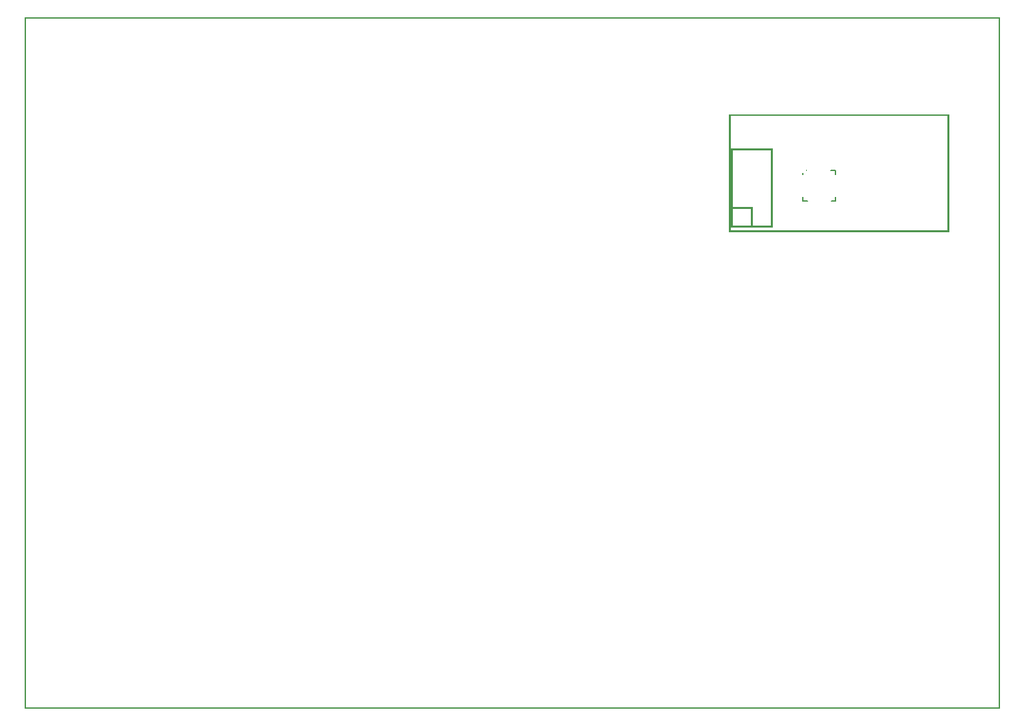
<source format=gbo>
G04 MADE WITH FRITZING*
G04 WWW.FRITZING.ORG*
G04 DOUBLE SIDED*
G04 HOLES PLATED*
G04 CONTOUR ON CENTER OF CONTOUR VECTOR*
%ASAXBY*%
%FSLAX23Y23*%
%MOIN*%
%OFA0B0*%
%SFA1.0B1.0*%
%ADD10C,0.005556*%
%ADD11R,0.001000X0.001000*%
%LNSILK0*%
G90*
G70*
G54D10*
X3895Y2565D02*
X3895Y2544D01*
X3917Y2544D01*
D02*
X4057Y2677D02*
X4057Y2698D01*
X4035Y2698D01*
D02*
X4036Y2544D02*
X4057Y2544D01*
X4057Y2566D01*
D02*
G54D11*
X0Y3465D02*
X4880Y3465D01*
X0Y3464D02*
X4880Y3464D01*
X0Y3463D02*
X4880Y3463D01*
X0Y3462D02*
X4880Y3462D01*
X0Y3461D02*
X4880Y3461D01*
X0Y3460D02*
X4880Y3460D01*
X0Y3459D02*
X4880Y3459D01*
X0Y3458D02*
X4880Y3458D01*
X0Y3457D02*
X7Y3457D01*
X4873Y3457D02*
X4880Y3457D01*
X0Y3456D02*
X7Y3456D01*
X4873Y3456D02*
X4880Y3456D01*
X0Y3455D02*
X7Y3455D01*
X4873Y3455D02*
X4880Y3455D01*
X0Y3454D02*
X7Y3454D01*
X4873Y3454D02*
X4880Y3454D01*
X0Y3453D02*
X7Y3453D01*
X4873Y3453D02*
X4880Y3453D01*
X0Y3452D02*
X7Y3452D01*
X4873Y3452D02*
X4880Y3452D01*
X0Y3451D02*
X7Y3451D01*
X4873Y3451D02*
X4880Y3451D01*
X0Y3450D02*
X7Y3450D01*
X4873Y3450D02*
X4880Y3450D01*
X0Y3449D02*
X7Y3449D01*
X4873Y3449D02*
X4880Y3449D01*
X0Y3448D02*
X7Y3448D01*
X4873Y3448D02*
X4880Y3448D01*
X0Y3447D02*
X7Y3447D01*
X4873Y3447D02*
X4880Y3447D01*
X0Y3446D02*
X7Y3446D01*
X4873Y3446D02*
X4880Y3446D01*
X0Y3445D02*
X7Y3445D01*
X4873Y3445D02*
X4880Y3445D01*
X0Y3444D02*
X7Y3444D01*
X4873Y3444D02*
X4880Y3444D01*
X0Y3443D02*
X7Y3443D01*
X4873Y3443D02*
X4880Y3443D01*
X0Y3442D02*
X7Y3442D01*
X4873Y3442D02*
X4880Y3442D01*
X0Y3441D02*
X7Y3441D01*
X4873Y3441D02*
X4880Y3441D01*
X0Y3440D02*
X7Y3440D01*
X4873Y3440D02*
X4880Y3440D01*
X0Y3439D02*
X7Y3439D01*
X4873Y3439D02*
X4880Y3439D01*
X0Y3438D02*
X7Y3438D01*
X4873Y3438D02*
X4880Y3438D01*
X0Y3437D02*
X7Y3437D01*
X4873Y3437D02*
X4880Y3437D01*
X0Y3436D02*
X7Y3436D01*
X4873Y3436D02*
X4880Y3436D01*
X0Y3435D02*
X7Y3435D01*
X4873Y3435D02*
X4880Y3435D01*
X0Y3434D02*
X7Y3434D01*
X4873Y3434D02*
X4880Y3434D01*
X0Y3433D02*
X7Y3433D01*
X4873Y3433D02*
X4880Y3433D01*
X0Y3432D02*
X7Y3432D01*
X4873Y3432D02*
X4880Y3432D01*
X0Y3431D02*
X7Y3431D01*
X4873Y3431D02*
X4880Y3431D01*
X0Y3430D02*
X7Y3430D01*
X4873Y3430D02*
X4880Y3430D01*
X0Y3429D02*
X7Y3429D01*
X4873Y3429D02*
X4880Y3429D01*
X0Y3428D02*
X7Y3428D01*
X4873Y3428D02*
X4880Y3428D01*
X0Y3427D02*
X7Y3427D01*
X4873Y3427D02*
X4880Y3427D01*
X0Y3426D02*
X7Y3426D01*
X4873Y3426D02*
X4880Y3426D01*
X0Y3425D02*
X7Y3425D01*
X4873Y3425D02*
X4880Y3425D01*
X0Y3424D02*
X7Y3424D01*
X4873Y3424D02*
X4880Y3424D01*
X0Y3423D02*
X7Y3423D01*
X4873Y3423D02*
X4880Y3423D01*
X0Y3422D02*
X7Y3422D01*
X4873Y3422D02*
X4880Y3422D01*
X0Y3421D02*
X7Y3421D01*
X4873Y3421D02*
X4880Y3421D01*
X0Y3420D02*
X7Y3420D01*
X4873Y3420D02*
X4880Y3420D01*
X0Y3419D02*
X7Y3419D01*
X4873Y3419D02*
X4880Y3419D01*
X0Y3418D02*
X7Y3418D01*
X4873Y3418D02*
X4880Y3418D01*
X0Y3417D02*
X7Y3417D01*
X4873Y3417D02*
X4880Y3417D01*
X0Y3416D02*
X7Y3416D01*
X4873Y3416D02*
X4880Y3416D01*
X0Y3415D02*
X7Y3415D01*
X4873Y3415D02*
X4880Y3415D01*
X0Y3414D02*
X7Y3414D01*
X4873Y3414D02*
X4880Y3414D01*
X0Y3413D02*
X7Y3413D01*
X4873Y3413D02*
X4880Y3413D01*
X0Y3412D02*
X7Y3412D01*
X4873Y3412D02*
X4880Y3412D01*
X0Y3411D02*
X7Y3411D01*
X4873Y3411D02*
X4880Y3411D01*
X0Y3410D02*
X7Y3410D01*
X4873Y3410D02*
X4880Y3410D01*
X0Y3409D02*
X7Y3409D01*
X4873Y3409D02*
X4880Y3409D01*
X0Y3408D02*
X7Y3408D01*
X4873Y3408D02*
X4880Y3408D01*
X0Y3407D02*
X7Y3407D01*
X4873Y3407D02*
X4880Y3407D01*
X0Y3406D02*
X7Y3406D01*
X4873Y3406D02*
X4880Y3406D01*
X0Y3405D02*
X7Y3405D01*
X4873Y3405D02*
X4880Y3405D01*
X0Y3404D02*
X7Y3404D01*
X4873Y3404D02*
X4880Y3404D01*
X0Y3403D02*
X7Y3403D01*
X4873Y3403D02*
X4880Y3403D01*
X0Y3402D02*
X7Y3402D01*
X4873Y3402D02*
X4880Y3402D01*
X0Y3401D02*
X7Y3401D01*
X4873Y3401D02*
X4880Y3401D01*
X0Y3400D02*
X7Y3400D01*
X4873Y3400D02*
X4880Y3400D01*
X0Y3399D02*
X7Y3399D01*
X4873Y3399D02*
X4880Y3399D01*
X0Y3398D02*
X7Y3398D01*
X4873Y3398D02*
X4880Y3398D01*
X0Y3397D02*
X7Y3397D01*
X4873Y3397D02*
X4880Y3397D01*
X0Y3396D02*
X7Y3396D01*
X4873Y3396D02*
X4880Y3396D01*
X0Y3395D02*
X7Y3395D01*
X4873Y3395D02*
X4880Y3395D01*
X0Y3394D02*
X7Y3394D01*
X4873Y3394D02*
X4880Y3394D01*
X0Y3393D02*
X7Y3393D01*
X4873Y3393D02*
X4880Y3393D01*
X0Y3392D02*
X7Y3392D01*
X4873Y3392D02*
X4880Y3392D01*
X0Y3391D02*
X7Y3391D01*
X4873Y3391D02*
X4880Y3391D01*
X0Y3390D02*
X7Y3390D01*
X4873Y3390D02*
X4880Y3390D01*
X0Y3389D02*
X7Y3389D01*
X4873Y3389D02*
X4880Y3389D01*
X0Y3388D02*
X7Y3388D01*
X4873Y3388D02*
X4880Y3388D01*
X0Y3387D02*
X7Y3387D01*
X4873Y3387D02*
X4880Y3387D01*
X0Y3386D02*
X7Y3386D01*
X4873Y3386D02*
X4880Y3386D01*
X0Y3385D02*
X7Y3385D01*
X4873Y3385D02*
X4880Y3385D01*
X0Y3384D02*
X7Y3384D01*
X4873Y3384D02*
X4880Y3384D01*
X0Y3383D02*
X7Y3383D01*
X4873Y3383D02*
X4880Y3383D01*
X0Y3382D02*
X7Y3382D01*
X4873Y3382D02*
X4880Y3382D01*
X0Y3381D02*
X7Y3381D01*
X4873Y3381D02*
X4880Y3381D01*
X0Y3380D02*
X7Y3380D01*
X4873Y3380D02*
X4880Y3380D01*
X0Y3379D02*
X7Y3379D01*
X4873Y3379D02*
X4880Y3379D01*
X0Y3378D02*
X7Y3378D01*
X4873Y3378D02*
X4880Y3378D01*
X0Y3377D02*
X7Y3377D01*
X4873Y3377D02*
X4880Y3377D01*
X0Y3376D02*
X7Y3376D01*
X4873Y3376D02*
X4880Y3376D01*
X0Y3375D02*
X7Y3375D01*
X4873Y3375D02*
X4880Y3375D01*
X0Y3374D02*
X7Y3374D01*
X4873Y3374D02*
X4880Y3374D01*
X0Y3373D02*
X7Y3373D01*
X4873Y3373D02*
X4880Y3373D01*
X0Y3372D02*
X7Y3372D01*
X4873Y3372D02*
X4880Y3372D01*
X0Y3371D02*
X7Y3371D01*
X4873Y3371D02*
X4880Y3371D01*
X0Y3370D02*
X7Y3370D01*
X4873Y3370D02*
X4880Y3370D01*
X0Y3369D02*
X7Y3369D01*
X4873Y3369D02*
X4880Y3369D01*
X0Y3368D02*
X7Y3368D01*
X4873Y3368D02*
X4880Y3368D01*
X0Y3367D02*
X7Y3367D01*
X4873Y3367D02*
X4880Y3367D01*
X0Y3366D02*
X7Y3366D01*
X4873Y3366D02*
X4880Y3366D01*
X0Y3365D02*
X7Y3365D01*
X4873Y3365D02*
X4880Y3365D01*
X0Y3364D02*
X7Y3364D01*
X4873Y3364D02*
X4880Y3364D01*
X0Y3363D02*
X7Y3363D01*
X4873Y3363D02*
X4880Y3363D01*
X0Y3362D02*
X7Y3362D01*
X4873Y3362D02*
X4880Y3362D01*
X0Y3361D02*
X7Y3361D01*
X4873Y3361D02*
X4880Y3361D01*
X0Y3360D02*
X7Y3360D01*
X4873Y3360D02*
X4880Y3360D01*
X0Y3359D02*
X7Y3359D01*
X4873Y3359D02*
X4880Y3359D01*
X0Y3358D02*
X7Y3358D01*
X4873Y3358D02*
X4880Y3358D01*
X0Y3357D02*
X7Y3357D01*
X4873Y3357D02*
X4880Y3357D01*
X0Y3356D02*
X7Y3356D01*
X4873Y3356D02*
X4880Y3356D01*
X0Y3355D02*
X7Y3355D01*
X4873Y3355D02*
X4880Y3355D01*
X0Y3354D02*
X7Y3354D01*
X4873Y3354D02*
X4880Y3354D01*
X0Y3353D02*
X7Y3353D01*
X4873Y3353D02*
X4880Y3353D01*
X0Y3352D02*
X7Y3352D01*
X4873Y3352D02*
X4880Y3352D01*
X0Y3351D02*
X7Y3351D01*
X4873Y3351D02*
X4880Y3351D01*
X0Y3350D02*
X7Y3350D01*
X4873Y3350D02*
X4880Y3350D01*
X0Y3349D02*
X7Y3349D01*
X4873Y3349D02*
X4880Y3349D01*
X0Y3348D02*
X7Y3348D01*
X4873Y3348D02*
X4880Y3348D01*
X0Y3347D02*
X7Y3347D01*
X4873Y3347D02*
X4880Y3347D01*
X0Y3346D02*
X7Y3346D01*
X4873Y3346D02*
X4880Y3346D01*
X0Y3345D02*
X7Y3345D01*
X4873Y3345D02*
X4880Y3345D01*
X0Y3344D02*
X7Y3344D01*
X4873Y3344D02*
X4880Y3344D01*
X0Y3343D02*
X7Y3343D01*
X4873Y3343D02*
X4880Y3343D01*
X0Y3342D02*
X7Y3342D01*
X4873Y3342D02*
X4880Y3342D01*
X0Y3341D02*
X7Y3341D01*
X4873Y3341D02*
X4880Y3341D01*
X0Y3340D02*
X7Y3340D01*
X4873Y3340D02*
X4880Y3340D01*
X0Y3339D02*
X7Y3339D01*
X4873Y3339D02*
X4880Y3339D01*
X0Y3338D02*
X7Y3338D01*
X4873Y3338D02*
X4880Y3338D01*
X0Y3337D02*
X7Y3337D01*
X4873Y3337D02*
X4880Y3337D01*
X0Y3336D02*
X7Y3336D01*
X4873Y3336D02*
X4880Y3336D01*
X0Y3335D02*
X7Y3335D01*
X4873Y3335D02*
X4880Y3335D01*
X0Y3334D02*
X7Y3334D01*
X4873Y3334D02*
X4880Y3334D01*
X0Y3333D02*
X7Y3333D01*
X4873Y3333D02*
X4880Y3333D01*
X0Y3332D02*
X7Y3332D01*
X4873Y3332D02*
X4880Y3332D01*
X0Y3331D02*
X7Y3331D01*
X4873Y3331D02*
X4880Y3331D01*
X0Y3330D02*
X7Y3330D01*
X4873Y3330D02*
X4880Y3330D01*
X0Y3329D02*
X7Y3329D01*
X4873Y3329D02*
X4880Y3329D01*
X0Y3328D02*
X7Y3328D01*
X4873Y3328D02*
X4880Y3328D01*
X0Y3327D02*
X7Y3327D01*
X4873Y3327D02*
X4880Y3327D01*
X0Y3326D02*
X7Y3326D01*
X4873Y3326D02*
X4880Y3326D01*
X0Y3325D02*
X7Y3325D01*
X4873Y3325D02*
X4880Y3325D01*
X0Y3324D02*
X7Y3324D01*
X4873Y3324D02*
X4880Y3324D01*
X0Y3323D02*
X7Y3323D01*
X4873Y3323D02*
X4880Y3323D01*
X0Y3322D02*
X7Y3322D01*
X4873Y3322D02*
X4880Y3322D01*
X0Y3321D02*
X7Y3321D01*
X4873Y3321D02*
X4880Y3321D01*
X0Y3320D02*
X7Y3320D01*
X4873Y3320D02*
X4880Y3320D01*
X0Y3319D02*
X7Y3319D01*
X4873Y3319D02*
X4880Y3319D01*
X0Y3318D02*
X7Y3318D01*
X4873Y3318D02*
X4880Y3318D01*
X0Y3317D02*
X7Y3317D01*
X4873Y3317D02*
X4880Y3317D01*
X0Y3316D02*
X7Y3316D01*
X4873Y3316D02*
X4880Y3316D01*
X0Y3315D02*
X7Y3315D01*
X4873Y3315D02*
X4880Y3315D01*
X0Y3314D02*
X7Y3314D01*
X4873Y3314D02*
X4880Y3314D01*
X0Y3313D02*
X7Y3313D01*
X4873Y3313D02*
X4880Y3313D01*
X0Y3312D02*
X7Y3312D01*
X4873Y3312D02*
X4880Y3312D01*
X0Y3311D02*
X7Y3311D01*
X4873Y3311D02*
X4880Y3311D01*
X0Y3310D02*
X7Y3310D01*
X4873Y3310D02*
X4880Y3310D01*
X0Y3309D02*
X7Y3309D01*
X4873Y3309D02*
X4880Y3309D01*
X0Y3308D02*
X7Y3308D01*
X4873Y3308D02*
X4880Y3308D01*
X0Y3307D02*
X7Y3307D01*
X4873Y3307D02*
X4880Y3307D01*
X0Y3306D02*
X7Y3306D01*
X4873Y3306D02*
X4880Y3306D01*
X0Y3305D02*
X7Y3305D01*
X4873Y3305D02*
X4880Y3305D01*
X0Y3304D02*
X7Y3304D01*
X4873Y3304D02*
X4880Y3304D01*
X0Y3303D02*
X7Y3303D01*
X4873Y3303D02*
X4880Y3303D01*
X0Y3302D02*
X7Y3302D01*
X4873Y3302D02*
X4880Y3302D01*
X0Y3301D02*
X7Y3301D01*
X4873Y3301D02*
X4880Y3301D01*
X0Y3300D02*
X7Y3300D01*
X4873Y3300D02*
X4880Y3300D01*
X0Y3299D02*
X7Y3299D01*
X4873Y3299D02*
X4880Y3299D01*
X0Y3298D02*
X7Y3298D01*
X4873Y3298D02*
X4880Y3298D01*
X0Y3297D02*
X7Y3297D01*
X4873Y3297D02*
X4880Y3297D01*
X0Y3296D02*
X7Y3296D01*
X4873Y3296D02*
X4880Y3296D01*
X0Y3295D02*
X7Y3295D01*
X4873Y3295D02*
X4880Y3295D01*
X0Y3294D02*
X7Y3294D01*
X4873Y3294D02*
X4880Y3294D01*
X0Y3293D02*
X7Y3293D01*
X4873Y3293D02*
X4880Y3293D01*
X0Y3292D02*
X7Y3292D01*
X4873Y3292D02*
X4880Y3292D01*
X0Y3291D02*
X7Y3291D01*
X4873Y3291D02*
X4880Y3291D01*
X0Y3290D02*
X7Y3290D01*
X4873Y3290D02*
X4880Y3290D01*
X0Y3289D02*
X7Y3289D01*
X4873Y3289D02*
X4880Y3289D01*
X0Y3288D02*
X7Y3288D01*
X4873Y3288D02*
X4880Y3288D01*
X0Y3287D02*
X7Y3287D01*
X4873Y3287D02*
X4880Y3287D01*
X0Y3286D02*
X7Y3286D01*
X4873Y3286D02*
X4880Y3286D01*
X0Y3285D02*
X7Y3285D01*
X4873Y3285D02*
X4880Y3285D01*
X0Y3284D02*
X7Y3284D01*
X4873Y3284D02*
X4880Y3284D01*
X0Y3283D02*
X7Y3283D01*
X4873Y3283D02*
X4880Y3283D01*
X0Y3282D02*
X7Y3282D01*
X4873Y3282D02*
X4880Y3282D01*
X0Y3281D02*
X7Y3281D01*
X4873Y3281D02*
X4880Y3281D01*
X0Y3280D02*
X7Y3280D01*
X4873Y3280D02*
X4880Y3280D01*
X0Y3279D02*
X7Y3279D01*
X4873Y3279D02*
X4880Y3279D01*
X0Y3278D02*
X7Y3278D01*
X4873Y3278D02*
X4880Y3278D01*
X0Y3277D02*
X7Y3277D01*
X4873Y3277D02*
X4880Y3277D01*
X0Y3276D02*
X7Y3276D01*
X4873Y3276D02*
X4880Y3276D01*
X0Y3275D02*
X7Y3275D01*
X4873Y3275D02*
X4880Y3275D01*
X0Y3274D02*
X7Y3274D01*
X4873Y3274D02*
X4880Y3274D01*
X0Y3273D02*
X7Y3273D01*
X4873Y3273D02*
X4880Y3273D01*
X0Y3272D02*
X7Y3272D01*
X4873Y3272D02*
X4880Y3272D01*
X0Y3271D02*
X7Y3271D01*
X4873Y3271D02*
X4880Y3271D01*
X0Y3270D02*
X7Y3270D01*
X4873Y3270D02*
X4880Y3270D01*
X0Y3269D02*
X7Y3269D01*
X4873Y3269D02*
X4880Y3269D01*
X0Y3268D02*
X7Y3268D01*
X4873Y3268D02*
X4880Y3268D01*
X0Y3267D02*
X7Y3267D01*
X4873Y3267D02*
X4880Y3267D01*
X0Y3266D02*
X7Y3266D01*
X4873Y3266D02*
X4880Y3266D01*
X0Y3265D02*
X7Y3265D01*
X4873Y3265D02*
X4880Y3265D01*
X0Y3264D02*
X7Y3264D01*
X4873Y3264D02*
X4880Y3264D01*
X0Y3263D02*
X7Y3263D01*
X4873Y3263D02*
X4880Y3263D01*
X0Y3262D02*
X7Y3262D01*
X4873Y3262D02*
X4880Y3262D01*
X0Y3261D02*
X7Y3261D01*
X4873Y3261D02*
X4880Y3261D01*
X0Y3260D02*
X7Y3260D01*
X4873Y3260D02*
X4880Y3260D01*
X0Y3259D02*
X7Y3259D01*
X4873Y3259D02*
X4880Y3259D01*
X0Y3258D02*
X7Y3258D01*
X4873Y3258D02*
X4880Y3258D01*
X0Y3257D02*
X7Y3257D01*
X4873Y3257D02*
X4880Y3257D01*
X0Y3256D02*
X7Y3256D01*
X4873Y3256D02*
X4880Y3256D01*
X0Y3255D02*
X7Y3255D01*
X4873Y3255D02*
X4880Y3255D01*
X0Y3254D02*
X7Y3254D01*
X4873Y3254D02*
X4880Y3254D01*
X0Y3253D02*
X7Y3253D01*
X4873Y3253D02*
X4880Y3253D01*
X0Y3252D02*
X7Y3252D01*
X4873Y3252D02*
X4880Y3252D01*
X0Y3251D02*
X7Y3251D01*
X4873Y3251D02*
X4880Y3251D01*
X0Y3250D02*
X7Y3250D01*
X4873Y3250D02*
X4880Y3250D01*
X0Y3249D02*
X7Y3249D01*
X4873Y3249D02*
X4880Y3249D01*
X0Y3248D02*
X7Y3248D01*
X4873Y3248D02*
X4880Y3248D01*
X0Y3247D02*
X7Y3247D01*
X4873Y3247D02*
X4880Y3247D01*
X0Y3246D02*
X7Y3246D01*
X4873Y3246D02*
X4880Y3246D01*
X0Y3245D02*
X7Y3245D01*
X4873Y3245D02*
X4880Y3245D01*
X0Y3244D02*
X7Y3244D01*
X4873Y3244D02*
X4880Y3244D01*
X0Y3243D02*
X7Y3243D01*
X4873Y3243D02*
X4880Y3243D01*
X0Y3242D02*
X7Y3242D01*
X4873Y3242D02*
X4880Y3242D01*
X0Y3241D02*
X7Y3241D01*
X4873Y3241D02*
X4880Y3241D01*
X0Y3240D02*
X7Y3240D01*
X4873Y3240D02*
X4880Y3240D01*
X0Y3239D02*
X7Y3239D01*
X4873Y3239D02*
X4880Y3239D01*
X0Y3238D02*
X7Y3238D01*
X4873Y3238D02*
X4880Y3238D01*
X0Y3237D02*
X7Y3237D01*
X4873Y3237D02*
X4880Y3237D01*
X0Y3236D02*
X7Y3236D01*
X4873Y3236D02*
X4880Y3236D01*
X0Y3235D02*
X7Y3235D01*
X4873Y3235D02*
X4880Y3235D01*
X0Y3234D02*
X7Y3234D01*
X4873Y3234D02*
X4880Y3234D01*
X0Y3233D02*
X7Y3233D01*
X4873Y3233D02*
X4880Y3233D01*
X0Y3232D02*
X7Y3232D01*
X4873Y3232D02*
X4880Y3232D01*
X0Y3231D02*
X7Y3231D01*
X4873Y3231D02*
X4880Y3231D01*
X0Y3230D02*
X7Y3230D01*
X4873Y3230D02*
X4880Y3230D01*
X0Y3229D02*
X7Y3229D01*
X4873Y3229D02*
X4880Y3229D01*
X0Y3228D02*
X7Y3228D01*
X4873Y3228D02*
X4880Y3228D01*
X0Y3227D02*
X7Y3227D01*
X4873Y3227D02*
X4880Y3227D01*
X0Y3226D02*
X7Y3226D01*
X4873Y3226D02*
X4880Y3226D01*
X0Y3225D02*
X7Y3225D01*
X4873Y3225D02*
X4880Y3225D01*
X0Y3224D02*
X7Y3224D01*
X4873Y3224D02*
X4880Y3224D01*
X0Y3223D02*
X7Y3223D01*
X4873Y3223D02*
X4880Y3223D01*
X0Y3222D02*
X7Y3222D01*
X4873Y3222D02*
X4880Y3222D01*
X0Y3221D02*
X7Y3221D01*
X4873Y3221D02*
X4880Y3221D01*
X0Y3220D02*
X7Y3220D01*
X4873Y3220D02*
X4880Y3220D01*
X0Y3219D02*
X7Y3219D01*
X4873Y3219D02*
X4880Y3219D01*
X0Y3218D02*
X7Y3218D01*
X4873Y3218D02*
X4880Y3218D01*
X0Y3217D02*
X7Y3217D01*
X4873Y3217D02*
X4880Y3217D01*
X0Y3216D02*
X7Y3216D01*
X4873Y3216D02*
X4880Y3216D01*
X0Y3215D02*
X7Y3215D01*
X4873Y3215D02*
X4880Y3215D01*
X0Y3214D02*
X7Y3214D01*
X4873Y3214D02*
X4880Y3214D01*
X0Y3213D02*
X7Y3213D01*
X4873Y3213D02*
X4880Y3213D01*
X0Y3212D02*
X7Y3212D01*
X4873Y3212D02*
X4880Y3212D01*
X0Y3211D02*
X7Y3211D01*
X4873Y3211D02*
X4880Y3211D01*
X0Y3210D02*
X7Y3210D01*
X4873Y3210D02*
X4880Y3210D01*
X0Y3209D02*
X7Y3209D01*
X4873Y3209D02*
X4880Y3209D01*
X0Y3208D02*
X7Y3208D01*
X4873Y3208D02*
X4880Y3208D01*
X0Y3207D02*
X7Y3207D01*
X4873Y3207D02*
X4880Y3207D01*
X0Y3206D02*
X7Y3206D01*
X4873Y3206D02*
X4880Y3206D01*
X0Y3205D02*
X7Y3205D01*
X4873Y3205D02*
X4880Y3205D01*
X0Y3204D02*
X7Y3204D01*
X4873Y3204D02*
X4880Y3204D01*
X0Y3203D02*
X7Y3203D01*
X4873Y3203D02*
X4880Y3203D01*
X0Y3202D02*
X7Y3202D01*
X4873Y3202D02*
X4880Y3202D01*
X0Y3201D02*
X7Y3201D01*
X4873Y3201D02*
X4880Y3201D01*
X0Y3200D02*
X7Y3200D01*
X4873Y3200D02*
X4880Y3200D01*
X0Y3199D02*
X7Y3199D01*
X4873Y3199D02*
X4880Y3199D01*
X0Y3198D02*
X7Y3198D01*
X4873Y3198D02*
X4880Y3198D01*
X0Y3197D02*
X7Y3197D01*
X4873Y3197D02*
X4880Y3197D01*
X0Y3196D02*
X7Y3196D01*
X4873Y3196D02*
X4880Y3196D01*
X0Y3195D02*
X7Y3195D01*
X4873Y3195D02*
X4880Y3195D01*
X0Y3194D02*
X7Y3194D01*
X4873Y3194D02*
X4880Y3194D01*
X0Y3193D02*
X7Y3193D01*
X4873Y3193D02*
X4880Y3193D01*
X0Y3192D02*
X7Y3192D01*
X4873Y3192D02*
X4880Y3192D01*
X0Y3191D02*
X7Y3191D01*
X4873Y3191D02*
X4880Y3191D01*
X0Y3190D02*
X7Y3190D01*
X4873Y3190D02*
X4880Y3190D01*
X0Y3189D02*
X7Y3189D01*
X4873Y3189D02*
X4880Y3189D01*
X0Y3188D02*
X7Y3188D01*
X4873Y3188D02*
X4880Y3188D01*
X0Y3187D02*
X7Y3187D01*
X4873Y3187D02*
X4880Y3187D01*
X0Y3186D02*
X7Y3186D01*
X4873Y3186D02*
X4880Y3186D01*
X0Y3185D02*
X7Y3185D01*
X4873Y3185D02*
X4880Y3185D01*
X0Y3184D02*
X7Y3184D01*
X4873Y3184D02*
X4880Y3184D01*
X0Y3183D02*
X7Y3183D01*
X4873Y3183D02*
X4880Y3183D01*
X0Y3182D02*
X7Y3182D01*
X4873Y3182D02*
X4880Y3182D01*
X0Y3181D02*
X7Y3181D01*
X4873Y3181D02*
X4880Y3181D01*
X0Y3180D02*
X7Y3180D01*
X4873Y3180D02*
X4880Y3180D01*
X0Y3179D02*
X7Y3179D01*
X4873Y3179D02*
X4880Y3179D01*
X0Y3178D02*
X7Y3178D01*
X4873Y3178D02*
X4880Y3178D01*
X0Y3177D02*
X7Y3177D01*
X4873Y3177D02*
X4880Y3177D01*
X0Y3176D02*
X7Y3176D01*
X4873Y3176D02*
X4880Y3176D01*
X0Y3175D02*
X7Y3175D01*
X4873Y3175D02*
X4880Y3175D01*
X0Y3174D02*
X7Y3174D01*
X4873Y3174D02*
X4880Y3174D01*
X0Y3173D02*
X7Y3173D01*
X4873Y3173D02*
X4880Y3173D01*
X0Y3172D02*
X7Y3172D01*
X4873Y3172D02*
X4880Y3172D01*
X0Y3171D02*
X7Y3171D01*
X4873Y3171D02*
X4880Y3171D01*
X0Y3170D02*
X7Y3170D01*
X4873Y3170D02*
X4880Y3170D01*
X0Y3169D02*
X7Y3169D01*
X4873Y3169D02*
X4880Y3169D01*
X0Y3168D02*
X7Y3168D01*
X4873Y3168D02*
X4880Y3168D01*
X0Y3167D02*
X7Y3167D01*
X4873Y3167D02*
X4880Y3167D01*
X0Y3166D02*
X7Y3166D01*
X4873Y3166D02*
X4880Y3166D01*
X0Y3165D02*
X7Y3165D01*
X4873Y3165D02*
X4880Y3165D01*
X0Y3164D02*
X7Y3164D01*
X4873Y3164D02*
X4880Y3164D01*
X0Y3163D02*
X7Y3163D01*
X4873Y3163D02*
X4880Y3163D01*
X0Y3162D02*
X7Y3162D01*
X4873Y3162D02*
X4880Y3162D01*
X0Y3161D02*
X7Y3161D01*
X4873Y3161D02*
X4880Y3161D01*
X0Y3160D02*
X7Y3160D01*
X4873Y3160D02*
X4880Y3160D01*
X0Y3159D02*
X7Y3159D01*
X4873Y3159D02*
X4880Y3159D01*
X0Y3158D02*
X7Y3158D01*
X4873Y3158D02*
X4880Y3158D01*
X0Y3157D02*
X7Y3157D01*
X4873Y3157D02*
X4880Y3157D01*
X0Y3156D02*
X7Y3156D01*
X4873Y3156D02*
X4880Y3156D01*
X0Y3155D02*
X7Y3155D01*
X4873Y3155D02*
X4880Y3155D01*
X0Y3154D02*
X7Y3154D01*
X4873Y3154D02*
X4880Y3154D01*
X0Y3153D02*
X7Y3153D01*
X4873Y3153D02*
X4880Y3153D01*
X0Y3152D02*
X7Y3152D01*
X4873Y3152D02*
X4880Y3152D01*
X0Y3151D02*
X7Y3151D01*
X4873Y3151D02*
X4880Y3151D01*
X0Y3150D02*
X7Y3150D01*
X4873Y3150D02*
X4880Y3150D01*
X0Y3149D02*
X7Y3149D01*
X4873Y3149D02*
X4880Y3149D01*
X0Y3148D02*
X7Y3148D01*
X4873Y3148D02*
X4880Y3148D01*
X0Y3147D02*
X7Y3147D01*
X4873Y3147D02*
X4880Y3147D01*
X0Y3146D02*
X7Y3146D01*
X4873Y3146D02*
X4880Y3146D01*
X0Y3145D02*
X7Y3145D01*
X4873Y3145D02*
X4880Y3145D01*
X0Y3144D02*
X7Y3144D01*
X4873Y3144D02*
X4880Y3144D01*
X0Y3143D02*
X7Y3143D01*
X4873Y3143D02*
X4880Y3143D01*
X0Y3142D02*
X7Y3142D01*
X4873Y3142D02*
X4880Y3142D01*
X0Y3141D02*
X7Y3141D01*
X4873Y3141D02*
X4880Y3141D01*
X0Y3140D02*
X7Y3140D01*
X4873Y3140D02*
X4880Y3140D01*
X0Y3139D02*
X7Y3139D01*
X4873Y3139D02*
X4880Y3139D01*
X0Y3138D02*
X7Y3138D01*
X4873Y3138D02*
X4880Y3138D01*
X0Y3137D02*
X7Y3137D01*
X4873Y3137D02*
X4880Y3137D01*
X0Y3136D02*
X7Y3136D01*
X4873Y3136D02*
X4880Y3136D01*
X0Y3135D02*
X7Y3135D01*
X4873Y3135D02*
X4880Y3135D01*
X0Y3134D02*
X7Y3134D01*
X4873Y3134D02*
X4880Y3134D01*
X0Y3133D02*
X7Y3133D01*
X4873Y3133D02*
X4880Y3133D01*
X0Y3132D02*
X7Y3132D01*
X4873Y3132D02*
X4880Y3132D01*
X0Y3131D02*
X7Y3131D01*
X4873Y3131D02*
X4880Y3131D01*
X0Y3130D02*
X7Y3130D01*
X4873Y3130D02*
X4880Y3130D01*
X0Y3129D02*
X7Y3129D01*
X4873Y3129D02*
X4880Y3129D01*
X0Y3128D02*
X7Y3128D01*
X4873Y3128D02*
X4880Y3128D01*
X0Y3127D02*
X7Y3127D01*
X4873Y3127D02*
X4880Y3127D01*
X0Y3126D02*
X7Y3126D01*
X4873Y3126D02*
X4880Y3126D01*
X0Y3125D02*
X7Y3125D01*
X4873Y3125D02*
X4880Y3125D01*
X0Y3124D02*
X7Y3124D01*
X4873Y3124D02*
X4880Y3124D01*
X0Y3123D02*
X7Y3123D01*
X4873Y3123D02*
X4880Y3123D01*
X0Y3122D02*
X7Y3122D01*
X4873Y3122D02*
X4880Y3122D01*
X0Y3121D02*
X7Y3121D01*
X4873Y3121D02*
X4880Y3121D01*
X0Y3120D02*
X7Y3120D01*
X4873Y3120D02*
X4880Y3120D01*
X0Y3119D02*
X7Y3119D01*
X4873Y3119D02*
X4880Y3119D01*
X0Y3118D02*
X7Y3118D01*
X4873Y3118D02*
X4880Y3118D01*
X0Y3117D02*
X7Y3117D01*
X4873Y3117D02*
X4880Y3117D01*
X0Y3116D02*
X7Y3116D01*
X4873Y3116D02*
X4880Y3116D01*
X0Y3115D02*
X7Y3115D01*
X4873Y3115D02*
X4880Y3115D01*
X0Y3114D02*
X7Y3114D01*
X4873Y3114D02*
X4880Y3114D01*
X0Y3113D02*
X7Y3113D01*
X4873Y3113D02*
X4880Y3113D01*
X0Y3112D02*
X7Y3112D01*
X4873Y3112D02*
X4880Y3112D01*
X0Y3111D02*
X7Y3111D01*
X4873Y3111D02*
X4880Y3111D01*
X0Y3110D02*
X7Y3110D01*
X4873Y3110D02*
X4880Y3110D01*
X0Y3109D02*
X7Y3109D01*
X4873Y3109D02*
X4880Y3109D01*
X0Y3108D02*
X7Y3108D01*
X4873Y3108D02*
X4880Y3108D01*
X0Y3107D02*
X7Y3107D01*
X4873Y3107D02*
X4880Y3107D01*
X0Y3106D02*
X7Y3106D01*
X4873Y3106D02*
X4880Y3106D01*
X0Y3105D02*
X7Y3105D01*
X4873Y3105D02*
X4880Y3105D01*
X0Y3104D02*
X7Y3104D01*
X4873Y3104D02*
X4880Y3104D01*
X0Y3103D02*
X7Y3103D01*
X4873Y3103D02*
X4880Y3103D01*
X0Y3102D02*
X7Y3102D01*
X4873Y3102D02*
X4880Y3102D01*
X0Y3101D02*
X7Y3101D01*
X4873Y3101D02*
X4880Y3101D01*
X0Y3100D02*
X7Y3100D01*
X4873Y3100D02*
X4880Y3100D01*
X0Y3099D02*
X7Y3099D01*
X4873Y3099D02*
X4880Y3099D01*
X0Y3098D02*
X7Y3098D01*
X4873Y3098D02*
X4880Y3098D01*
X0Y3097D02*
X7Y3097D01*
X4873Y3097D02*
X4880Y3097D01*
X0Y3096D02*
X7Y3096D01*
X4873Y3096D02*
X4880Y3096D01*
X0Y3095D02*
X7Y3095D01*
X4873Y3095D02*
X4880Y3095D01*
X0Y3094D02*
X7Y3094D01*
X4873Y3094D02*
X4880Y3094D01*
X0Y3093D02*
X7Y3093D01*
X4873Y3093D02*
X4880Y3093D01*
X0Y3092D02*
X7Y3092D01*
X4873Y3092D02*
X4880Y3092D01*
X0Y3091D02*
X7Y3091D01*
X4873Y3091D02*
X4880Y3091D01*
X0Y3090D02*
X7Y3090D01*
X4873Y3090D02*
X4880Y3090D01*
X0Y3089D02*
X7Y3089D01*
X4873Y3089D02*
X4880Y3089D01*
X0Y3088D02*
X7Y3088D01*
X4873Y3088D02*
X4880Y3088D01*
X0Y3087D02*
X7Y3087D01*
X4873Y3087D02*
X4880Y3087D01*
X0Y3086D02*
X7Y3086D01*
X4873Y3086D02*
X4880Y3086D01*
X0Y3085D02*
X7Y3085D01*
X4873Y3085D02*
X4880Y3085D01*
X0Y3084D02*
X7Y3084D01*
X4873Y3084D02*
X4880Y3084D01*
X0Y3083D02*
X7Y3083D01*
X4873Y3083D02*
X4880Y3083D01*
X0Y3082D02*
X7Y3082D01*
X4873Y3082D02*
X4880Y3082D01*
X0Y3081D02*
X7Y3081D01*
X4873Y3081D02*
X4880Y3081D01*
X0Y3080D02*
X7Y3080D01*
X4873Y3080D02*
X4880Y3080D01*
X0Y3079D02*
X7Y3079D01*
X4873Y3079D02*
X4880Y3079D01*
X0Y3078D02*
X7Y3078D01*
X4873Y3078D02*
X4880Y3078D01*
X0Y3077D02*
X7Y3077D01*
X4873Y3077D02*
X4880Y3077D01*
X0Y3076D02*
X7Y3076D01*
X4873Y3076D02*
X4880Y3076D01*
X0Y3075D02*
X7Y3075D01*
X4873Y3075D02*
X4880Y3075D01*
X0Y3074D02*
X7Y3074D01*
X4873Y3074D02*
X4880Y3074D01*
X0Y3073D02*
X7Y3073D01*
X4873Y3073D02*
X4880Y3073D01*
X0Y3072D02*
X7Y3072D01*
X4873Y3072D02*
X4880Y3072D01*
X0Y3071D02*
X7Y3071D01*
X4873Y3071D02*
X4880Y3071D01*
X0Y3070D02*
X7Y3070D01*
X4873Y3070D02*
X4880Y3070D01*
X0Y3069D02*
X7Y3069D01*
X4873Y3069D02*
X4880Y3069D01*
X0Y3068D02*
X7Y3068D01*
X4873Y3068D02*
X4880Y3068D01*
X0Y3067D02*
X7Y3067D01*
X4873Y3067D02*
X4880Y3067D01*
X0Y3066D02*
X7Y3066D01*
X4873Y3066D02*
X4880Y3066D01*
X0Y3065D02*
X7Y3065D01*
X4873Y3065D02*
X4880Y3065D01*
X0Y3064D02*
X7Y3064D01*
X4873Y3064D02*
X4880Y3064D01*
X0Y3063D02*
X7Y3063D01*
X4873Y3063D02*
X4880Y3063D01*
X0Y3062D02*
X7Y3062D01*
X4873Y3062D02*
X4880Y3062D01*
X0Y3061D02*
X7Y3061D01*
X4873Y3061D02*
X4880Y3061D01*
X0Y3060D02*
X7Y3060D01*
X4873Y3060D02*
X4880Y3060D01*
X0Y3059D02*
X7Y3059D01*
X4873Y3059D02*
X4880Y3059D01*
X0Y3058D02*
X7Y3058D01*
X4873Y3058D02*
X4880Y3058D01*
X0Y3057D02*
X7Y3057D01*
X4873Y3057D02*
X4880Y3057D01*
X0Y3056D02*
X7Y3056D01*
X4873Y3056D02*
X4880Y3056D01*
X0Y3055D02*
X7Y3055D01*
X4873Y3055D02*
X4880Y3055D01*
X0Y3054D02*
X7Y3054D01*
X4873Y3054D02*
X4880Y3054D01*
X0Y3053D02*
X7Y3053D01*
X4873Y3053D02*
X4880Y3053D01*
X0Y3052D02*
X7Y3052D01*
X4873Y3052D02*
X4880Y3052D01*
X0Y3051D02*
X7Y3051D01*
X4873Y3051D02*
X4880Y3051D01*
X0Y3050D02*
X7Y3050D01*
X4873Y3050D02*
X4880Y3050D01*
X0Y3049D02*
X7Y3049D01*
X4873Y3049D02*
X4880Y3049D01*
X0Y3048D02*
X7Y3048D01*
X4873Y3048D02*
X4880Y3048D01*
X0Y3047D02*
X7Y3047D01*
X4873Y3047D02*
X4880Y3047D01*
X0Y3046D02*
X7Y3046D01*
X4873Y3046D02*
X4880Y3046D01*
X0Y3045D02*
X7Y3045D01*
X4873Y3045D02*
X4880Y3045D01*
X0Y3044D02*
X7Y3044D01*
X4873Y3044D02*
X4880Y3044D01*
X0Y3043D02*
X7Y3043D01*
X4873Y3043D02*
X4880Y3043D01*
X0Y3042D02*
X7Y3042D01*
X4873Y3042D02*
X4880Y3042D01*
X0Y3041D02*
X7Y3041D01*
X4873Y3041D02*
X4880Y3041D01*
X0Y3040D02*
X7Y3040D01*
X4873Y3040D02*
X4880Y3040D01*
X0Y3039D02*
X7Y3039D01*
X4873Y3039D02*
X4880Y3039D01*
X0Y3038D02*
X7Y3038D01*
X4873Y3038D02*
X4880Y3038D01*
X0Y3037D02*
X7Y3037D01*
X4873Y3037D02*
X4880Y3037D01*
X0Y3036D02*
X7Y3036D01*
X4873Y3036D02*
X4880Y3036D01*
X0Y3035D02*
X7Y3035D01*
X4873Y3035D02*
X4880Y3035D01*
X0Y3034D02*
X7Y3034D01*
X4873Y3034D02*
X4880Y3034D01*
X0Y3033D02*
X7Y3033D01*
X4873Y3033D02*
X4880Y3033D01*
X0Y3032D02*
X7Y3032D01*
X4873Y3032D02*
X4880Y3032D01*
X0Y3031D02*
X7Y3031D01*
X4873Y3031D02*
X4880Y3031D01*
X0Y3030D02*
X7Y3030D01*
X4873Y3030D02*
X4880Y3030D01*
X0Y3029D02*
X7Y3029D01*
X4873Y3029D02*
X4880Y3029D01*
X0Y3028D02*
X7Y3028D01*
X4873Y3028D02*
X4880Y3028D01*
X0Y3027D02*
X7Y3027D01*
X4873Y3027D02*
X4880Y3027D01*
X0Y3026D02*
X7Y3026D01*
X4873Y3026D02*
X4880Y3026D01*
X0Y3025D02*
X7Y3025D01*
X4873Y3025D02*
X4880Y3025D01*
X0Y3024D02*
X7Y3024D01*
X4873Y3024D02*
X4880Y3024D01*
X0Y3023D02*
X7Y3023D01*
X4873Y3023D02*
X4880Y3023D01*
X0Y3022D02*
X7Y3022D01*
X4873Y3022D02*
X4880Y3022D01*
X0Y3021D02*
X7Y3021D01*
X4873Y3021D02*
X4880Y3021D01*
X0Y3020D02*
X7Y3020D01*
X4873Y3020D02*
X4880Y3020D01*
X0Y3019D02*
X7Y3019D01*
X4873Y3019D02*
X4880Y3019D01*
X0Y3018D02*
X7Y3018D01*
X4873Y3018D02*
X4880Y3018D01*
X0Y3017D02*
X7Y3017D01*
X4873Y3017D02*
X4880Y3017D01*
X0Y3016D02*
X7Y3016D01*
X4873Y3016D02*
X4880Y3016D01*
X0Y3015D02*
X7Y3015D01*
X4873Y3015D02*
X4880Y3015D01*
X0Y3014D02*
X7Y3014D01*
X4873Y3014D02*
X4880Y3014D01*
X0Y3013D02*
X7Y3013D01*
X4873Y3013D02*
X4880Y3013D01*
X0Y3012D02*
X7Y3012D01*
X4873Y3012D02*
X4880Y3012D01*
X0Y3011D02*
X7Y3011D01*
X4873Y3011D02*
X4880Y3011D01*
X0Y3010D02*
X7Y3010D01*
X4873Y3010D02*
X4880Y3010D01*
X0Y3009D02*
X7Y3009D01*
X4873Y3009D02*
X4880Y3009D01*
X0Y3008D02*
X7Y3008D01*
X4873Y3008D02*
X4880Y3008D01*
X0Y3007D02*
X7Y3007D01*
X4873Y3007D02*
X4880Y3007D01*
X0Y3006D02*
X7Y3006D01*
X4873Y3006D02*
X4880Y3006D01*
X0Y3005D02*
X7Y3005D01*
X4873Y3005D02*
X4880Y3005D01*
X0Y3004D02*
X7Y3004D01*
X4873Y3004D02*
X4880Y3004D01*
X0Y3003D02*
X7Y3003D01*
X4873Y3003D02*
X4880Y3003D01*
X0Y3002D02*
X7Y3002D01*
X4873Y3002D02*
X4880Y3002D01*
X0Y3001D02*
X7Y3001D01*
X4873Y3001D02*
X4880Y3001D01*
X0Y3000D02*
X7Y3000D01*
X4873Y3000D02*
X4880Y3000D01*
X0Y2999D02*
X7Y2999D01*
X4873Y2999D02*
X4880Y2999D01*
X0Y2998D02*
X7Y2998D01*
X4873Y2998D02*
X4880Y2998D01*
X0Y2997D02*
X7Y2997D01*
X4873Y2997D02*
X4880Y2997D01*
X0Y2996D02*
X7Y2996D01*
X4873Y2996D02*
X4880Y2996D01*
X0Y2995D02*
X7Y2995D01*
X4873Y2995D02*
X4880Y2995D01*
X0Y2994D02*
X7Y2994D01*
X4873Y2994D02*
X4880Y2994D01*
X0Y2993D02*
X7Y2993D01*
X4873Y2993D02*
X4880Y2993D01*
X0Y2992D02*
X7Y2992D01*
X4873Y2992D02*
X4880Y2992D01*
X0Y2991D02*
X7Y2991D01*
X4873Y2991D02*
X4880Y2991D01*
X0Y2990D02*
X7Y2990D01*
X4873Y2990D02*
X4880Y2990D01*
X0Y2989D02*
X7Y2989D01*
X4873Y2989D02*
X4880Y2989D01*
X0Y2988D02*
X7Y2988D01*
X4873Y2988D02*
X4880Y2988D01*
X0Y2987D02*
X7Y2987D01*
X4873Y2987D02*
X4880Y2987D01*
X0Y2986D02*
X7Y2986D01*
X4873Y2986D02*
X4880Y2986D01*
X0Y2985D02*
X7Y2985D01*
X4873Y2985D02*
X4880Y2985D01*
X0Y2984D02*
X7Y2984D01*
X4873Y2984D02*
X4880Y2984D01*
X0Y2983D02*
X7Y2983D01*
X4873Y2983D02*
X4880Y2983D01*
X0Y2982D02*
X7Y2982D01*
X4873Y2982D02*
X4880Y2982D01*
X0Y2981D02*
X7Y2981D01*
X4873Y2981D02*
X4880Y2981D01*
X0Y2980D02*
X7Y2980D01*
X4873Y2980D02*
X4880Y2980D01*
X0Y2979D02*
X7Y2979D01*
X3525Y2979D02*
X4626Y2979D01*
X4873Y2979D02*
X4880Y2979D01*
X0Y2978D02*
X7Y2978D01*
X3525Y2978D02*
X4627Y2978D01*
X4873Y2978D02*
X4880Y2978D01*
X0Y2977D02*
X7Y2977D01*
X3525Y2977D02*
X4627Y2977D01*
X4873Y2977D02*
X4880Y2977D01*
X0Y2976D02*
X7Y2976D01*
X3525Y2976D02*
X4627Y2976D01*
X4873Y2976D02*
X4880Y2976D01*
X0Y2975D02*
X7Y2975D01*
X3525Y2975D02*
X4627Y2975D01*
X4873Y2975D02*
X4880Y2975D01*
X0Y2974D02*
X7Y2974D01*
X3525Y2974D02*
X4627Y2974D01*
X4873Y2974D02*
X4880Y2974D01*
X0Y2973D02*
X7Y2973D01*
X3525Y2973D02*
X4627Y2973D01*
X4873Y2973D02*
X4880Y2973D01*
X0Y2972D02*
X7Y2972D01*
X3525Y2972D02*
X4627Y2972D01*
X4873Y2972D02*
X4880Y2972D01*
X0Y2971D02*
X7Y2971D01*
X3525Y2971D02*
X4627Y2971D01*
X4873Y2971D02*
X4880Y2971D01*
X0Y2970D02*
X7Y2970D01*
X3525Y2970D02*
X3533Y2970D01*
X4619Y2970D02*
X4627Y2970D01*
X4873Y2970D02*
X4880Y2970D01*
X0Y2969D02*
X7Y2969D01*
X3525Y2969D02*
X3533Y2969D01*
X4619Y2969D02*
X4627Y2969D01*
X4873Y2969D02*
X4880Y2969D01*
X0Y2968D02*
X7Y2968D01*
X3525Y2968D02*
X3533Y2968D01*
X4619Y2968D02*
X4627Y2968D01*
X4873Y2968D02*
X4880Y2968D01*
X0Y2967D02*
X7Y2967D01*
X3525Y2967D02*
X3533Y2967D01*
X4619Y2967D02*
X4627Y2967D01*
X4873Y2967D02*
X4880Y2967D01*
X0Y2966D02*
X7Y2966D01*
X3525Y2966D02*
X3533Y2966D01*
X4619Y2966D02*
X4627Y2966D01*
X4873Y2966D02*
X4880Y2966D01*
X0Y2965D02*
X7Y2965D01*
X3525Y2965D02*
X3533Y2965D01*
X4619Y2965D02*
X4627Y2965D01*
X4873Y2965D02*
X4880Y2965D01*
X0Y2964D02*
X7Y2964D01*
X3525Y2964D02*
X3533Y2964D01*
X4619Y2964D02*
X4627Y2964D01*
X4873Y2964D02*
X4880Y2964D01*
X0Y2963D02*
X7Y2963D01*
X3525Y2963D02*
X3533Y2963D01*
X4619Y2963D02*
X4627Y2963D01*
X4873Y2963D02*
X4880Y2963D01*
X0Y2962D02*
X7Y2962D01*
X3525Y2962D02*
X3533Y2962D01*
X4619Y2962D02*
X4627Y2962D01*
X4873Y2962D02*
X4880Y2962D01*
X0Y2961D02*
X7Y2961D01*
X3525Y2961D02*
X3533Y2961D01*
X4619Y2961D02*
X4627Y2961D01*
X4873Y2961D02*
X4880Y2961D01*
X0Y2960D02*
X7Y2960D01*
X3525Y2960D02*
X3533Y2960D01*
X4619Y2960D02*
X4627Y2960D01*
X4873Y2960D02*
X4880Y2960D01*
X0Y2959D02*
X7Y2959D01*
X3525Y2959D02*
X3533Y2959D01*
X4619Y2959D02*
X4627Y2959D01*
X4873Y2959D02*
X4880Y2959D01*
X0Y2958D02*
X7Y2958D01*
X3525Y2958D02*
X3533Y2958D01*
X4619Y2958D02*
X4627Y2958D01*
X4873Y2958D02*
X4880Y2958D01*
X0Y2957D02*
X7Y2957D01*
X3525Y2957D02*
X3533Y2957D01*
X4619Y2957D02*
X4627Y2957D01*
X4873Y2957D02*
X4880Y2957D01*
X0Y2956D02*
X7Y2956D01*
X3525Y2956D02*
X3533Y2956D01*
X4619Y2956D02*
X4627Y2956D01*
X4873Y2956D02*
X4880Y2956D01*
X0Y2955D02*
X7Y2955D01*
X3525Y2955D02*
X3533Y2955D01*
X4619Y2955D02*
X4627Y2955D01*
X4873Y2955D02*
X4880Y2955D01*
X0Y2954D02*
X7Y2954D01*
X3525Y2954D02*
X3533Y2954D01*
X4619Y2954D02*
X4627Y2954D01*
X4873Y2954D02*
X4880Y2954D01*
X0Y2953D02*
X7Y2953D01*
X3525Y2953D02*
X3533Y2953D01*
X4619Y2953D02*
X4627Y2953D01*
X4873Y2953D02*
X4880Y2953D01*
X0Y2952D02*
X7Y2952D01*
X3525Y2952D02*
X3533Y2952D01*
X4619Y2952D02*
X4627Y2952D01*
X4873Y2952D02*
X4880Y2952D01*
X0Y2951D02*
X7Y2951D01*
X3525Y2951D02*
X3533Y2951D01*
X4619Y2951D02*
X4627Y2951D01*
X4873Y2951D02*
X4880Y2951D01*
X0Y2950D02*
X7Y2950D01*
X3525Y2950D02*
X3533Y2950D01*
X4619Y2950D02*
X4627Y2950D01*
X4873Y2950D02*
X4880Y2950D01*
X0Y2949D02*
X7Y2949D01*
X3525Y2949D02*
X3533Y2949D01*
X4619Y2949D02*
X4627Y2949D01*
X4873Y2949D02*
X4880Y2949D01*
X0Y2948D02*
X7Y2948D01*
X3525Y2948D02*
X3533Y2948D01*
X4619Y2948D02*
X4627Y2948D01*
X4873Y2948D02*
X4880Y2948D01*
X0Y2947D02*
X7Y2947D01*
X3525Y2947D02*
X3533Y2947D01*
X4619Y2947D02*
X4627Y2947D01*
X4873Y2947D02*
X4880Y2947D01*
X0Y2946D02*
X7Y2946D01*
X3525Y2946D02*
X3533Y2946D01*
X4619Y2946D02*
X4627Y2946D01*
X4873Y2946D02*
X4880Y2946D01*
X0Y2945D02*
X7Y2945D01*
X3525Y2945D02*
X3533Y2945D01*
X4619Y2945D02*
X4627Y2945D01*
X4873Y2945D02*
X4880Y2945D01*
X0Y2944D02*
X7Y2944D01*
X3525Y2944D02*
X3533Y2944D01*
X4619Y2944D02*
X4627Y2944D01*
X4873Y2944D02*
X4880Y2944D01*
X0Y2943D02*
X7Y2943D01*
X3525Y2943D02*
X3533Y2943D01*
X4619Y2943D02*
X4627Y2943D01*
X4873Y2943D02*
X4880Y2943D01*
X0Y2942D02*
X7Y2942D01*
X3525Y2942D02*
X3533Y2942D01*
X4619Y2942D02*
X4627Y2942D01*
X4873Y2942D02*
X4880Y2942D01*
X0Y2941D02*
X7Y2941D01*
X3525Y2941D02*
X3533Y2941D01*
X4619Y2941D02*
X4627Y2941D01*
X4873Y2941D02*
X4880Y2941D01*
X0Y2940D02*
X7Y2940D01*
X3525Y2940D02*
X3533Y2940D01*
X4619Y2940D02*
X4627Y2940D01*
X4873Y2940D02*
X4880Y2940D01*
X0Y2939D02*
X7Y2939D01*
X3525Y2939D02*
X3533Y2939D01*
X4619Y2939D02*
X4627Y2939D01*
X4873Y2939D02*
X4880Y2939D01*
X0Y2938D02*
X7Y2938D01*
X3525Y2938D02*
X3533Y2938D01*
X4619Y2938D02*
X4627Y2938D01*
X4873Y2938D02*
X4880Y2938D01*
X0Y2937D02*
X7Y2937D01*
X3525Y2937D02*
X3533Y2937D01*
X4619Y2937D02*
X4627Y2937D01*
X4873Y2937D02*
X4880Y2937D01*
X0Y2936D02*
X7Y2936D01*
X3525Y2936D02*
X3533Y2936D01*
X4619Y2936D02*
X4627Y2936D01*
X4873Y2936D02*
X4880Y2936D01*
X0Y2935D02*
X7Y2935D01*
X3525Y2935D02*
X3533Y2935D01*
X4619Y2935D02*
X4627Y2935D01*
X4873Y2935D02*
X4880Y2935D01*
X0Y2934D02*
X7Y2934D01*
X3525Y2934D02*
X3533Y2934D01*
X4619Y2934D02*
X4627Y2934D01*
X4873Y2934D02*
X4880Y2934D01*
X0Y2933D02*
X7Y2933D01*
X3525Y2933D02*
X3533Y2933D01*
X4619Y2933D02*
X4627Y2933D01*
X4873Y2933D02*
X4880Y2933D01*
X0Y2932D02*
X7Y2932D01*
X3525Y2932D02*
X3533Y2932D01*
X4619Y2932D02*
X4627Y2932D01*
X4873Y2932D02*
X4880Y2932D01*
X0Y2931D02*
X7Y2931D01*
X3525Y2931D02*
X3533Y2931D01*
X4619Y2931D02*
X4627Y2931D01*
X4873Y2931D02*
X4880Y2931D01*
X0Y2930D02*
X7Y2930D01*
X3525Y2930D02*
X3533Y2930D01*
X4619Y2930D02*
X4627Y2930D01*
X4873Y2930D02*
X4880Y2930D01*
X0Y2929D02*
X7Y2929D01*
X3525Y2929D02*
X3533Y2929D01*
X4619Y2929D02*
X4627Y2929D01*
X4873Y2929D02*
X4880Y2929D01*
X0Y2928D02*
X7Y2928D01*
X3525Y2928D02*
X3533Y2928D01*
X4619Y2928D02*
X4627Y2928D01*
X4873Y2928D02*
X4880Y2928D01*
X0Y2927D02*
X7Y2927D01*
X3525Y2927D02*
X3533Y2927D01*
X4619Y2927D02*
X4627Y2927D01*
X4873Y2927D02*
X4880Y2927D01*
X0Y2926D02*
X7Y2926D01*
X3525Y2926D02*
X3533Y2926D01*
X4619Y2926D02*
X4627Y2926D01*
X4873Y2926D02*
X4880Y2926D01*
X0Y2925D02*
X7Y2925D01*
X3525Y2925D02*
X3533Y2925D01*
X4619Y2925D02*
X4627Y2925D01*
X4873Y2925D02*
X4880Y2925D01*
X0Y2924D02*
X7Y2924D01*
X3525Y2924D02*
X3533Y2924D01*
X4619Y2924D02*
X4627Y2924D01*
X4873Y2924D02*
X4880Y2924D01*
X0Y2923D02*
X7Y2923D01*
X3525Y2923D02*
X3533Y2923D01*
X4619Y2923D02*
X4627Y2923D01*
X4873Y2923D02*
X4880Y2923D01*
X0Y2922D02*
X7Y2922D01*
X3525Y2922D02*
X3533Y2922D01*
X4619Y2922D02*
X4627Y2922D01*
X4873Y2922D02*
X4880Y2922D01*
X0Y2921D02*
X7Y2921D01*
X3525Y2921D02*
X3533Y2921D01*
X4619Y2921D02*
X4627Y2921D01*
X4873Y2921D02*
X4880Y2921D01*
X0Y2920D02*
X7Y2920D01*
X3525Y2920D02*
X3533Y2920D01*
X4619Y2920D02*
X4627Y2920D01*
X4873Y2920D02*
X4880Y2920D01*
X0Y2919D02*
X7Y2919D01*
X3525Y2919D02*
X3533Y2919D01*
X4619Y2919D02*
X4627Y2919D01*
X4873Y2919D02*
X4880Y2919D01*
X0Y2918D02*
X7Y2918D01*
X3525Y2918D02*
X3533Y2918D01*
X4619Y2918D02*
X4627Y2918D01*
X4873Y2918D02*
X4880Y2918D01*
X0Y2917D02*
X7Y2917D01*
X3525Y2917D02*
X3533Y2917D01*
X4619Y2917D02*
X4627Y2917D01*
X4873Y2917D02*
X4880Y2917D01*
X0Y2916D02*
X7Y2916D01*
X3525Y2916D02*
X3533Y2916D01*
X4619Y2916D02*
X4627Y2916D01*
X4873Y2916D02*
X4880Y2916D01*
X0Y2915D02*
X7Y2915D01*
X3525Y2915D02*
X3533Y2915D01*
X4619Y2915D02*
X4627Y2915D01*
X4873Y2915D02*
X4880Y2915D01*
X0Y2914D02*
X7Y2914D01*
X3525Y2914D02*
X3533Y2914D01*
X4619Y2914D02*
X4627Y2914D01*
X4873Y2914D02*
X4880Y2914D01*
X0Y2913D02*
X7Y2913D01*
X3525Y2913D02*
X3533Y2913D01*
X4619Y2913D02*
X4627Y2913D01*
X4873Y2913D02*
X4880Y2913D01*
X0Y2912D02*
X7Y2912D01*
X3525Y2912D02*
X3533Y2912D01*
X4619Y2912D02*
X4627Y2912D01*
X4873Y2912D02*
X4880Y2912D01*
X0Y2911D02*
X7Y2911D01*
X3525Y2911D02*
X3533Y2911D01*
X4619Y2911D02*
X4627Y2911D01*
X4873Y2911D02*
X4880Y2911D01*
X0Y2910D02*
X7Y2910D01*
X3525Y2910D02*
X3533Y2910D01*
X4619Y2910D02*
X4627Y2910D01*
X4873Y2910D02*
X4880Y2910D01*
X0Y2909D02*
X7Y2909D01*
X3525Y2909D02*
X3533Y2909D01*
X4619Y2909D02*
X4627Y2909D01*
X4873Y2909D02*
X4880Y2909D01*
X0Y2908D02*
X7Y2908D01*
X3525Y2908D02*
X3533Y2908D01*
X4619Y2908D02*
X4627Y2908D01*
X4873Y2908D02*
X4880Y2908D01*
X0Y2907D02*
X7Y2907D01*
X3525Y2907D02*
X3533Y2907D01*
X4619Y2907D02*
X4627Y2907D01*
X4873Y2907D02*
X4880Y2907D01*
X0Y2906D02*
X7Y2906D01*
X3525Y2906D02*
X3533Y2906D01*
X4619Y2906D02*
X4627Y2906D01*
X4873Y2906D02*
X4880Y2906D01*
X0Y2905D02*
X7Y2905D01*
X3525Y2905D02*
X3533Y2905D01*
X4619Y2905D02*
X4627Y2905D01*
X4873Y2905D02*
X4880Y2905D01*
X0Y2904D02*
X7Y2904D01*
X3525Y2904D02*
X3533Y2904D01*
X4619Y2904D02*
X4627Y2904D01*
X4873Y2904D02*
X4880Y2904D01*
X0Y2903D02*
X7Y2903D01*
X3525Y2903D02*
X3533Y2903D01*
X4619Y2903D02*
X4627Y2903D01*
X4873Y2903D02*
X4880Y2903D01*
X0Y2902D02*
X7Y2902D01*
X3525Y2902D02*
X3533Y2902D01*
X4619Y2902D02*
X4627Y2902D01*
X4873Y2902D02*
X4880Y2902D01*
X0Y2901D02*
X7Y2901D01*
X3525Y2901D02*
X3533Y2901D01*
X4619Y2901D02*
X4627Y2901D01*
X4873Y2901D02*
X4880Y2901D01*
X0Y2900D02*
X7Y2900D01*
X3525Y2900D02*
X3533Y2900D01*
X4619Y2900D02*
X4627Y2900D01*
X4873Y2900D02*
X4880Y2900D01*
X0Y2899D02*
X7Y2899D01*
X3525Y2899D02*
X3533Y2899D01*
X4619Y2899D02*
X4627Y2899D01*
X4873Y2899D02*
X4880Y2899D01*
X0Y2898D02*
X7Y2898D01*
X3525Y2898D02*
X3533Y2898D01*
X4619Y2898D02*
X4627Y2898D01*
X4873Y2898D02*
X4880Y2898D01*
X0Y2897D02*
X7Y2897D01*
X3525Y2897D02*
X3533Y2897D01*
X4619Y2897D02*
X4627Y2897D01*
X4873Y2897D02*
X4880Y2897D01*
X0Y2896D02*
X7Y2896D01*
X3525Y2896D02*
X3533Y2896D01*
X4619Y2896D02*
X4627Y2896D01*
X4873Y2896D02*
X4880Y2896D01*
X0Y2895D02*
X7Y2895D01*
X3525Y2895D02*
X3533Y2895D01*
X4619Y2895D02*
X4627Y2895D01*
X4873Y2895D02*
X4880Y2895D01*
X0Y2894D02*
X7Y2894D01*
X3525Y2894D02*
X3533Y2894D01*
X4619Y2894D02*
X4627Y2894D01*
X4873Y2894D02*
X4880Y2894D01*
X0Y2893D02*
X7Y2893D01*
X3525Y2893D02*
X3533Y2893D01*
X4619Y2893D02*
X4627Y2893D01*
X4873Y2893D02*
X4880Y2893D01*
X0Y2892D02*
X7Y2892D01*
X3525Y2892D02*
X3533Y2892D01*
X4619Y2892D02*
X4627Y2892D01*
X4873Y2892D02*
X4880Y2892D01*
X0Y2891D02*
X7Y2891D01*
X3525Y2891D02*
X3533Y2891D01*
X4619Y2891D02*
X4627Y2891D01*
X4873Y2891D02*
X4880Y2891D01*
X0Y2890D02*
X7Y2890D01*
X3525Y2890D02*
X3533Y2890D01*
X4619Y2890D02*
X4627Y2890D01*
X4873Y2890D02*
X4880Y2890D01*
X0Y2889D02*
X7Y2889D01*
X3525Y2889D02*
X3533Y2889D01*
X4619Y2889D02*
X4627Y2889D01*
X4873Y2889D02*
X4880Y2889D01*
X0Y2888D02*
X7Y2888D01*
X3525Y2888D02*
X3533Y2888D01*
X4619Y2888D02*
X4627Y2888D01*
X4873Y2888D02*
X4880Y2888D01*
X0Y2887D02*
X7Y2887D01*
X3525Y2887D02*
X3533Y2887D01*
X4619Y2887D02*
X4627Y2887D01*
X4873Y2887D02*
X4880Y2887D01*
X0Y2886D02*
X7Y2886D01*
X3525Y2886D02*
X3533Y2886D01*
X4619Y2886D02*
X4627Y2886D01*
X4873Y2886D02*
X4880Y2886D01*
X0Y2885D02*
X7Y2885D01*
X3525Y2885D02*
X3533Y2885D01*
X4619Y2885D02*
X4627Y2885D01*
X4873Y2885D02*
X4880Y2885D01*
X0Y2884D02*
X7Y2884D01*
X3525Y2884D02*
X3533Y2884D01*
X4619Y2884D02*
X4627Y2884D01*
X4873Y2884D02*
X4880Y2884D01*
X0Y2883D02*
X7Y2883D01*
X3525Y2883D02*
X3533Y2883D01*
X4619Y2883D02*
X4627Y2883D01*
X4873Y2883D02*
X4880Y2883D01*
X0Y2882D02*
X7Y2882D01*
X3525Y2882D02*
X3533Y2882D01*
X4619Y2882D02*
X4627Y2882D01*
X4873Y2882D02*
X4880Y2882D01*
X0Y2881D02*
X7Y2881D01*
X3525Y2881D02*
X3533Y2881D01*
X4619Y2881D02*
X4627Y2881D01*
X4873Y2881D02*
X4880Y2881D01*
X0Y2880D02*
X7Y2880D01*
X3525Y2880D02*
X3533Y2880D01*
X4619Y2880D02*
X4627Y2880D01*
X4873Y2880D02*
X4880Y2880D01*
X0Y2879D02*
X7Y2879D01*
X3525Y2879D02*
X3533Y2879D01*
X4619Y2879D02*
X4627Y2879D01*
X4873Y2879D02*
X4880Y2879D01*
X0Y2878D02*
X7Y2878D01*
X3525Y2878D02*
X3533Y2878D01*
X4619Y2878D02*
X4627Y2878D01*
X4873Y2878D02*
X4880Y2878D01*
X0Y2877D02*
X7Y2877D01*
X3525Y2877D02*
X3533Y2877D01*
X4619Y2877D02*
X4627Y2877D01*
X4873Y2877D02*
X4880Y2877D01*
X0Y2876D02*
X7Y2876D01*
X3525Y2876D02*
X3533Y2876D01*
X4619Y2876D02*
X4627Y2876D01*
X4873Y2876D02*
X4880Y2876D01*
X0Y2875D02*
X7Y2875D01*
X3525Y2875D02*
X3533Y2875D01*
X4619Y2875D02*
X4627Y2875D01*
X4873Y2875D02*
X4880Y2875D01*
X0Y2874D02*
X7Y2874D01*
X3525Y2874D02*
X3533Y2874D01*
X4619Y2874D02*
X4627Y2874D01*
X4873Y2874D02*
X4880Y2874D01*
X0Y2873D02*
X7Y2873D01*
X3525Y2873D02*
X3533Y2873D01*
X4619Y2873D02*
X4627Y2873D01*
X4873Y2873D02*
X4880Y2873D01*
X0Y2872D02*
X7Y2872D01*
X3525Y2872D02*
X3533Y2872D01*
X4619Y2872D02*
X4627Y2872D01*
X4873Y2872D02*
X4880Y2872D01*
X0Y2871D02*
X7Y2871D01*
X3525Y2871D02*
X3533Y2871D01*
X4619Y2871D02*
X4627Y2871D01*
X4873Y2871D02*
X4880Y2871D01*
X0Y2870D02*
X7Y2870D01*
X3525Y2870D02*
X3533Y2870D01*
X4619Y2870D02*
X4627Y2870D01*
X4873Y2870D02*
X4880Y2870D01*
X0Y2869D02*
X7Y2869D01*
X3525Y2869D02*
X3533Y2869D01*
X4619Y2869D02*
X4627Y2869D01*
X4873Y2869D02*
X4880Y2869D01*
X0Y2868D02*
X7Y2868D01*
X3525Y2868D02*
X3533Y2868D01*
X4619Y2868D02*
X4627Y2868D01*
X4873Y2868D02*
X4880Y2868D01*
X0Y2867D02*
X7Y2867D01*
X3525Y2867D02*
X3533Y2867D01*
X4619Y2867D02*
X4627Y2867D01*
X4873Y2867D02*
X4880Y2867D01*
X0Y2866D02*
X7Y2866D01*
X3525Y2866D02*
X3533Y2866D01*
X4619Y2866D02*
X4627Y2866D01*
X4873Y2866D02*
X4880Y2866D01*
X0Y2865D02*
X7Y2865D01*
X3525Y2865D02*
X3533Y2865D01*
X4619Y2865D02*
X4627Y2865D01*
X4873Y2865D02*
X4880Y2865D01*
X0Y2864D02*
X7Y2864D01*
X3525Y2864D02*
X3533Y2864D01*
X4619Y2864D02*
X4627Y2864D01*
X4873Y2864D02*
X4880Y2864D01*
X0Y2863D02*
X7Y2863D01*
X3525Y2863D02*
X3533Y2863D01*
X4619Y2863D02*
X4627Y2863D01*
X4873Y2863D02*
X4880Y2863D01*
X0Y2862D02*
X7Y2862D01*
X3525Y2862D02*
X3533Y2862D01*
X4619Y2862D02*
X4627Y2862D01*
X4873Y2862D02*
X4880Y2862D01*
X0Y2861D02*
X7Y2861D01*
X3525Y2861D02*
X3533Y2861D01*
X4619Y2861D02*
X4627Y2861D01*
X4873Y2861D02*
X4880Y2861D01*
X0Y2860D02*
X7Y2860D01*
X3525Y2860D02*
X3533Y2860D01*
X4619Y2860D02*
X4627Y2860D01*
X4873Y2860D02*
X4880Y2860D01*
X0Y2859D02*
X7Y2859D01*
X3525Y2859D02*
X3533Y2859D01*
X4619Y2859D02*
X4627Y2859D01*
X4873Y2859D02*
X4880Y2859D01*
X0Y2858D02*
X7Y2858D01*
X3525Y2858D02*
X3533Y2858D01*
X4619Y2858D02*
X4627Y2858D01*
X4873Y2858D02*
X4880Y2858D01*
X0Y2857D02*
X7Y2857D01*
X3525Y2857D02*
X3533Y2857D01*
X4619Y2857D02*
X4627Y2857D01*
X4873Y2857D02*
X4880Y2857D01*
X0Y2856D02*
X7Y2856D01*
X3525Y2856D02*
X3533Y2856D01*
X4619Y2856D02*
X4627Y2856D01*
X4873Y2856D02*
X4880Y2856D01*
X0Y2855D02*
X7Y2855D01*
X3525Y2855D02*
X3533Y2855D01*
X4619Y2855D02*
X4627Y2855D01*
X4873Y2855D02*
X4880Y2855D01*
X0Y2854D02*
X7Y2854D01*
X3525Y2854D02*
X3533Y2854D01*
X4619Y2854D02*
X4627Y2854D01*
X4873Y2854D02*
X4880Y2854D01*
X0Y2853D02*
X7Y2853D01*
X3525Y2853D02*
X3533Y2853D01*
X4619Y2853D02*
X4627Y2853D01*
X4873Y2853D02*
X4880Y2853D01*
X0Y2852D02*
X7Y2852D01*
X3525Y2852D02*
X3533Y2852D01*
X4619Y2852D02*
X4627Y2852D01*
X4873Y2852D02*
X4880Y2852D01*
X0Y2851D02*
X7Y2851D01*
X3525Y2851D02*
X3533Y2851D01*
X4619Y2851D02*
X4627Y2851D01*
X4873Y2851D02*
X4880Y2851D01*
X0Y2850D02*
X7Y2850D01*
X3525Y2850D02*
X3533Y2850D01*
X4619Y2850D02*
X4627Y2850D01*
X4873Y2850D02*
X4880Y2850D01*
X0Y2849D02*
X7Y2849D01*
X3525Y2849D02*
X3533Y2849D01*
X4619Y2849D02*
X4627Y2849D01*
X4873Y2849D02*
X4880Y2849D01*
X0Y2848D02*
X7Y2848D01*
X3525Y2848D02*
X3533Y2848D01*
X4619Y2848D02*
X4627Y2848D01*
X4873Y2848D02*
X4880Y2848D01*
X0Y2847D02*
X7Y2847D01*
X3525Y2847D02*
X3533Y2847D01*
X4619Y2847D02*
X4627Y2847D01*
X4873Y2847D02*
X4880Y2847D01*
X0Y2846D02*
X7Y2846D01*
X3525Y2846D02*
X3533Y2846D01*
X4619Y2846D02*
X4627Y2846D01*
X4873Y2846D02*
X4880Y2846D01*
X0Y2845D02*
X7Y2845D01*
X3525Y2845D02*
X3533Y2845D01*
X4619Y2845D02*
X4627Y2845D01*
X4873Y2845D02*
X4880Y2845D01*
X0Y2844D02*
X7Y2844D01*
X3525Y2844D02*
X3533Y2844D01*
X4619Y2844D02*
X4627Y2844D01*
X4873Y2844D02*
X4880Y2844D01*
X0Y2843D02*
X7Y2843D01*
X3525Y2843D02*
X3533Y2843D01*
X4619Y2843D02*
X4627Y2843D01*
X4873Y2843D02*
X4880Y2843D01*
X0Y2842D02*
X7Y2842D01*
X3525Y2842D02*
X3533Y2842D01*
X4619Y2842D02*
X4627Y2842D01*
X4873Y2842D02*
X4880Y2842D01*
X0Y2841D02*
X7Y2841D01*
X3525Y2841D02*
X3533Y2841D01*
X4619Y2841D02*
X4627Y2841D01*
X4873Y2841D02*
X4880Y2841D01*
X0Y2840D02*
X7Y2840D01*
X3525Y2840D02*
X3533Y2840D01*
X4619Y2840D02*
X4627Y2840D01*
X4873Y2840D02*
X4880Y2840D01*
X0Y2839D02*
X7Y2839D01*
X3525Y2839D02*
X3533Y2839D01*
X4619Y2839D02*
X4627Y2839D01*
X4873Y2839D02*
X4880Y2839D01*
X0Y2838D02*
X7Y2838D01*
X3525Y2838D02*
X3533Y2838D01*
X4619Y2838D02*
X4627Y2838D01*
X4873Y2838D02*
X4880Y2838D01*
X0Y2837D02*
X7Y2837D01*
X3525Y2837D02*
X3533Y2837D01*
X4619Y2837D02*
X4627Y2837D01*
X4873Y2837D02*
X4880Y2837D01*
X0Y2836D02*
X7Y2836D01*
X3525Y2836D02*
X3533Y2836D01*
X4619Y2836D02*
X4627Y2836D01*
X4873Y2836D02*
X4880Y2836D01*
X0Y2835D02*
X7Y2835D01*
X3525Y2835D02*
X3533Y2835D01*
X4619Y2835D02*
X4627Y2835D01*
X4873Y2835D02*
X4880Y2835D01*
X0Y2834D02*
X7Y2834D01*
X3525Y2834D02*
X3533Y2834D01*
X4619Y2834D02*
X4627Y2834D01*
X4873Y2834D02*
X4880Y2834D01*
X0Y2833D02*
X7Y2833D01*
X3525Y2833D02*
X3533Y2833D01*
X4619Y2833D02*
X4627Y2833D01*
X4873Y2833D02*
X4880Y2833D01*
X0Y2832D02*
X7Y2832D01*
X3525Y2832D02*
X3533Y2832D01*
X4619Y2832D02*
X4627Y2832D01*
X4873Y2832D02*
X4880Y2832D01*
X0Y2831D02*
X7Y2831D01*
X3525Y2831D02*
X3533Y2831D01*
X4619Y2831D02*
X4627Y2831D01*
X4873Y2831D02*
X4880Y2831D01*
X0Y2830D02*
X7Y2830D01*
X3525Y2830D02*
X3533Y2830D01*
X4619Y2830D02*
X4627Y2830D01*
X4873Y2830D02*
X4880Y2830D01*
X0Y2829D02*
X7Y2829D01*
X3525Y2829D02*
X3533Y2829D01*
X4619Y2829D02*
X4627Y2829D01*
X4873Y2829D02*
X4880Y2829D01*
X0Y2828D02*
X7Y2828D01*
X3525Y2828D02*
X3533Y2828D01*
X4619Y2828D02*
X4627Y2828D01*
X4873Y2828D02*
X4880Y2828D01*
X0Y2827D02*
X7Y2827D01*
X3525Y2827D02*
X3533Y2827D01*
X4619Y2827D02*
X4627Y2827D01*
X4873Y2827D02*
X4880Y2827D01*
X0Y2826D02*
X7Y2826D01*
X3525Y2826D02*
X3533Y2826D01*
X4619Y2826D02*
X4627Y2826D01*
X4873Y2826D02*
X4880Y2826D01*
X0Y2825D02*
X7Y2825D01*
X3525Y2825D02*
X3533Y2825D01*
X4619Y2825D02*
X4627Y2825D01*
X4873Y2825D02*
X4880Y2825D01*
X0Y2824D02*
X7Y2824D01*
X3525Y2824D02*
X3533Y2824D01*
X4619Y2824D02*
X4627Y2824D01*
X4873Y2824D02*
X4880Y2824D01*
X0Y2823D02*
X7Y2823D01*
X3525Y2823D02*
X3533Y2823D01*
X4619Y2823D02*
X4627Y2823D01*
X4873Y2823D02*
X4880Y2823D01*
X0Y2822D02*
X7Y2822D01*
X3525Y2822D02*
X3533Y2822D01*
X4619Y2822D02*
X4627Y2822D01*
X4873Y2822D02*
X4880Y2822D01*
X0Y2821D02*
X7Y2821D01*
X3525Y2821D02*
X3533Y2821D01*
X4619Y2821D02*
X4627Y2821D01*
X4873Y2821D02*
X4880Y2821D01*
X0Y2820D02*
X7Y2820D01*
X3525Y2820D02*
X3533Y2820D01*
X4619Y2820D02*
X4627Y2820D01*
X4873Y2820D02*
X4880Y2820D01*
X0Y2819D02*
X7Y2819D01*
X3525Y2819D02*
X3533Y2819D01*
X4619Y2819D02*
X4627Y2819D01*
X4873Y2819D02*
X4880Y2819D01*
X0Y2818D02*
X7Y2818D01*
X3525Y2818D02*
X3533Y2818D01*
X4619Y2818D02*
X4627Y2818D01*
X4873Y2818D02*
X4880Y2818D01*
X0Y2817D02*
X7Y2817D01*
X3525Y2817D02*
X3533Y2817D01*
X4619Y2817D02*
X4627Y2817D01*
X4873Y2817D02*
X4880Y2817D01*
X0Y2816D02*
X7Y2816D01*
X3525Y2816D02*
X3533Y2816D01*
X4619Y2816D02*
X4627Y2816D01*
X4873Y2816D02*
X4880Y2816D01*
X0Y2815D02*
X7Y2815D01*
X3525Y2815D02*
X3533Y2815D01*
X4619Y2815D02*
X4627Y2815D01*
X4873Y2815D02*
X4880Y2815D01*
X0Y2814D02*
X7Y2814D01*
X3525Y2814D02*
X3533Y2814D01*
X4619Y2814D02*
X4627Y2814D01*
X4873Y2814D02*
X4880Y2814D01*
X0Y2813D02*
X7Y2813D01*
X3525Y2813D02*
X3533Y2813D01*
X4619Y2813D02*
X4627Y2813D01*
X4873Y2813D02*
X4880Y2813D01*
X0Y2812D02*
X7Y2812D01*
X3525Y2812D02*
X3533Y2812D01*
X4619Y2812D02*
X4627Y2812D01*
X4873Y2812D02*
X4880Y2812D01*
X0Y2811D02*
X7Y2811D01*
X3525Y2811D02*
X3533Y2811D01*
X4619Y2811D02*
X4627Y2811D01*
X4873Y2811D02*
X4880Y2811D01*
X0Y2810D02*
X7Y2810D01*
X3525Y2810D02*
X3533Y2810D01*
X4619Y2810D02*
X4627Y2810D01*
X4873Y2810D02*
X4880Y2810D01*
X0Y2809D02*
X7Y2809D01*
X3525Y2809D02*
X3533Y2809D01*
X4619Y2809D02*
X4627Y2809D01*
X4873Y2809D02*
X4880Y2809D01*
X0Y2808D02*
X7Y2808D01*
X3525Y2808D02*
X3533Y2808D01*
X4619Y2808D02*
X4627Y2808D01*
X4873Y2808D02*
X4880Y2808D01*
X0Y2807D02*
X7Y2807D01*
X3525Y2807D02*
X3533Y2807D01*
X3536Y2807D02*
X3742Y2807D01*
X4619Y2807D02*
X4627Y2807D01*
X4873Y2807D02*
X4880Y2807D01*
X0Y2806D02*
X7Y2806D01*
X3525Y2806D02*
X3533Y2806D01*
X3536Y2806D02*
X3743Y2806D01*
X4619Y2806D02*
X4627Y2806D01*
X4873Y2806D02*
X4880Y2806D01*
X0Y2805D02*
X7Y2805D01*
X3525Y2805D02*
X3533Y2805D01*
X3536Y2805D02*
X3743Y2805D01*
X4619Y2805D02*
X4627Y2805D01*
X4873Y2805D02*
X4880Y2805D01*
X0Y2804D02*
X7Y2804D01*
X3525Y2804D02*
X3533Y2804D01*
X3536Y2804D02*
X3743Y2804D01*
X4619Y2804D02*
X4627Y2804D01*
X4873Y2804D02*
X4880Y2804D01*
X0Y2803D02*
X7Y2803D01*
X3525Y2803D02*
X3533Y2803D01*
X3536Y2803D02*
X3743Y2803D01*
X4619Y2803D02*
X4627Y2803D01*
X4873Y2803D02*
X4880Y2803D01*
X0Y2802D02*
X7Y2802D01*
X3525Y2802D02*
X3533Y2802D01*
X3536Y2802D02*
X3743Y2802D01*
X4619Y2802D02*
X4627Y2802D01*
X4873Y2802D02*
X4880Y2802D01*
X0Y2801D02*
X7Y2801D01*
X3525Y2801D02*
X3533Y2801D01*
X3536Y2801D02*
X3743Y2801D01*
X4619Y2801D02*
X4627Y2801D01*
X4873Y2801D02*
X4880Y2801D01*
X0Y2800D02*
X7Y2800D01*
X3525Y2800D02*
X3533Y2800D01*
X3536Y2800D02*
X3743Y2800D01*
X4619Y2800D02*
X4627Y2800D01*
X4873Y2800D02*
X4880Y2800D01*
X0Y2799D02*
X7Y2799D01*
X3525Y2799D02*
X3533Y2799D01*
X3536Y2799D02*
X3544Y2799D01*
X3735Y2799D02*
X3743Y2799D01*
X4619Y2799D02*
X4627Y2799D01*
X4873Y2799D02*
X4880Y2799D01*
X0Y2798D02*
X7Y2798D01*
X3525Y2798D02*
X3533Y2798D01*
X3536Y2798D02*
X3544Y2798D01*
X3735Y2798D02*
X3743Y2798D01*
X4619Y2798D02*
X4627Y2798D01*
X4873Y2798D02*
X4880Y2798D01*
X0Y2797D02*
X7Y2797D01*
X3525Y2797D02*
X3533Y2797D01*
X3536Y2797D02*
X3544Y2797D01*
X3735Y2797D02*
X3743Y2797D01*
X4619Y2797D02*
X4627Y2797D01*
X4873Y2797D02*
X4880Y2797D01*
X0Y2796D02*
X7Y2796D01*
X3525Y2796D02*
X3533Y2796D01*
X3536Y2796D02*
X3544Y2796D01*
X3735Y2796D02*
X3743Y2796D01*
X4619Y2796D02*
X4627Y2796D01*
X4873Y2796D02*
X4880Y2796D01*
X0Y2795D02*
X7Y2795D01*
X3525Y2795D02*
X3533Y2795D01*
X3536Y2795D02*
X3544Y2795D01*
X3735Y2795D02*
X3743Y2795D01*
X4619Y2795D02*
X4627Y2795D01*
X4873Y2795D02*
X4880Y2795D01*
X0Y2794D02*
X7Y2794D01*
X3525Y2794D02*
X3533Y2794D01*
X3536Y2794D02*
X3544Y2794D01*
X3735Y2794D02*
X3743Y2794D01*
X4619Y2794D02*
X4627Y2794D01*
X4873Y2794D02*
X4880Y2794D01*
X0Y2793D02*
X7Y2793D01*
X3525Y2793D02*
X3533Y2793D01*
X3536Y2793D02*
X3544Y2793D01*
X3735Y2793D02*
X3743Y2793D01*
X4619Y2793D02*
X4627Y2793D01*
X4873Y2793D02*
X4880Y2793D01*
X0Y2792D02*
X7Y2792D01*
X3525Y2792D02*
X3533Y2792D01*
X3536Y2792D02*
X3544Y2792D01*
X3735Y2792D02*
X3743Y2792D01*
X4619Y2792D02*
X4627Y2792D01*
X4873Y2792D02*
X4880Y2792D01*
X0Y2791D02*
X7Y2791D01*
X3525Y2791D02*
X3533Y2791D01*
X3536Y2791D02*
X3544Y2791D01*
X3735Y2791D02*
X3743Y2791D01*
X4619Y2791D02*
X4627Y2791D01*
X4873Y2791D02*
X4880Y2791D01*
X0Y2790D02*
X7Y2790D01*
X3525Y2790D02*
X3533Y2790D01*
X3536Y2790D02*
X3544Y2790D01*
X3735Y2790D02*
X3743Y2790D01*
X4619Y2790D02*
X4627Y2790D01*
X4873Y2790D02*
X4880Y2790D01*
X0Y2789D02*
X7Y2789D01*
X3525Y2789D02*
X3533Y2789D01*
X3536Y2789D02*
X3544Y2789D01*
X3735Y2789D02*
X3743Y2789D01*
X4619Y2789D02*
X4627Y2789D01*
X4873Y2789D02*
X4880Y2789D01*
X0Y2788D02*
X7Y2788D01*
X3525Y2788D02*
X3533Y2788D01*
X3536Y2788D02*
X3544Y2788D01*
X3735Y2788D02*
X3743Y2788D01*
X4619Y2788D02*
X4627Y2788D01*
X4873Y2788D02*
X4880Y2788D01*
X0Y2787D02*
X7Y2787D01*
X3525Y2787D02*
X3533Y2787D01*
X3536Y2787D02*
X3544Y2787D01*
X3735Y2787D02*
X3743Y2787D01*
X4619Y2787D02*
X4627Y2787D01*
X4873Y2787D02*
X4880Y2787D01*
X0Y2786D02*
X7Y2786D01*
X3525Y2786D02*
X3533Y2786D01*
X3536Y2786D02*
X3544Y2786D01*
X3735Y2786D02*
X3743Y2786D01*
X4619Y2786D02*
X4627Y2786D01*
X4873Y2786D02*
X4880Y2786D01*
X0Y2785D02*
X7Y2785D01*
X3525Y2785D02*
X3533Y2785D01*
X3536Y2785D02*
X3544Y2785D01*
X3735Y2785D02*
X3743Y2785D01*
X4619Y2785D02*
X4627Y2785D01*
X4873Y2785D02*
X4880Y2785D01*
X0Y2784D02*
X7Y2784D01*
X3525Y2784D02*
X3533Y2784D01*
X3536Y2784D02*
X3544Y2784D01*
X3735Y2784D02*
X3743Y2784D01*
X4619Y2784D02*
X4627Y2784D01*
X4873Y2784D02*
X4880Y2784D01*
X0Y2783D02*
X7Y2783D01*
X3525Y2783D02*
X3533Y2783D01*
X3536Y2783D02*
X3544Y2783D01*
X3735Y2783D02*
X3743Y2783D01*
X4619Y2783D02*
X4627Y2783D01*
X4873Y2783D02*
X4880Y2783D01*
X0Y2782D02*
X7Y2782D01*
X3525Y2782D02*
X3533Y2782D01*
X3536Y2782D02*
X3544Y2782D01*
X3735Y2782D02*
X3743Y2782D01*
X4619Y2782D02*
X4627Y2782D01*
X4873Y2782D02*
X4880Y2782D01*
X0Y2781D02*
X7Y2781D01*
X3525Y2781D02*
X3533Y2781D01*
X3536Y2781D02*
X3544Y2781D01*
X3735Y2781D02*
X3743Y2781D01*
X4619Y2781D02*
X4627Y2781D01*
X4873Y2781D02*
X4880Y2781D01*
X0Y2780D02*
X7Y2780D01*
X3525Y2780D02*
X3533Y2780D01*
X3536Y2780D02*
X3544Y2780D01*
X3735Y2780D02*
X3743Y2780D01*
X4619Y2780D02*
X4627Y2780D01*
X4873Y2780D02*
X4880Y2780D01*
X0Y2779D02*
X7Y2779D01*
X3525Y2779D02*
X3533Y2779D01*
X3536Y2779D02*
X3544Y2779D01*
X3735Y2779D02*
X3743Y2779D01*
X4619Y2779D02*
X4627Y2779D01*
X4873Y2779D02*
X4880Y2779D01*
X0Y2778D02*
X7Y2778D01*
X3525Y2778D02*
X3533Y2778D01*
X3536Y2778D02*
X3544Y2778D01*
X3735Y2778D02*
X3743Y2778D01*
X4619Y2778D02*
X4627Y2778D01*
X4873Y2778D02*
X4880Y2778D01*
X0Y2777D02*
X7Y2777D01*
X3525Y2777D02*
X3533Y2777D01*
X3536Y2777D02*
X3544Y2777D01*
X3735Y2777D02*
X3743Y2777D01*
X4619Y2777D02*
X4627Y2777D01*
X4873Y2777D02*
X4880Y2777D01*
X0Y2776D02*
X7Y2776D01*
X3525Y2776D02*
X3533Y2776D01*
X3536Y2776D02*
X3544Y2776D01*
X3735Y2776D02*
X3743Y2776D01*
X4619Y2776D02*
X4627Y2776D01*
X4873Y2776D02*
X4880Y2776D01*
X0Y2775D02*
X7Y2775D01*
X3525Y2775D02*
X3533Y2775D01*
X3536Y2775D02*
X3544Y2775D01*
X3735Y2775D02*
X3743Y2775D01*
X4619Y2775D02*
X4627Y2775D01*
X4873Y2775D02*
X4880Y2775D01*
X0Y2774D02*
X7Y2774D01*
X3525Y2774D02*
X3533Y2774D01*
X3536Y2774D02*
X3544Y2774D01*
X3735Y2774D02*
X3743Y2774D01*
X4619Y2774D02*
X4627Y2774D01*
X4873Y2774D02*
X4880Y2774D01*
X0Y2773D02*
X7Y2773D01*
X3525Y2773D02*
X3533Y2773D01*
X3536Y2773D02*
X3544Y2773D01*
X3735Y2773D02*
X3743Y2773D01*
X4619Y2773D02*
X4627Y2773D01*
X4873Y2773D02*
X4880Y2773D01*
X0Y2772D02*
X7Y2772D01*
X3525Y2772D02*
X3533Y2772D01*
X3536Y2772D02*
X3544Y2772D01*
X3735Y2772D02*
X3743Y2772D01*
X4619Y2772D02*
X4627Y2772D01*
X4873Y2772D02*
X4880Y2772D01*
X0Y2771D02*
X7Y2771D01*
X3525Y2771D02*
X3533Y2771D01*
X3536Y2771D02*
X3544Y2771D01*
X3735Y2771D02*
X3743Y2771D01*
X4619Y2771D02*
X4627Y2771D01*
X4873Y2771D02*
X4880Y2771D01*
X0Y2770D02*
X7Y2770D01*
X3525Y2770D02*
X3533Y2770D01*
X3536Y2770D02*
X3544Y2770D01*
X3735Y2770D02*
X3743Y2770D01*
X4619Y2770D02*
X4627Y2770D01*
X4873Y2770D02*
X4880Y2770D01*
X0Y2769D02*
X7Y2769D01*
X3525Y2769D02*
X3533Y2769D01*
X3536Y2769D02*
X3544Y2769D01*
X3735Y2769D02*
X3743Y2769D01*
X4619Y2769D02*
X4627Y2769D01*
X4873Y2769D02*
X4880Y2769D01*
X0Y2768D02*
X7Y2768D01*
X3525Y2768D02*
X3533Y2768D01*
X3536Y2768D02*
X3544Y2768D01*
X3735Y2768D02*
X3743Y2768D01*
X4619Y2768D02*
X4627Y2768D01*
X4873Y2768D02*
X4880Y2768D01*
X0Y2767D02*
X7Y2767D01*
X3525Y2767D02*
X3533Y2767D01*
X3536Y2767D02*
X3544Y2767D01*
X3735Y2767D02*
X3743Y2767D01*
X4619Y2767D02*
X4627Y2767D01*
X4873Y2767D02*
X4880Y2767D01*
X0Y2766D02*
X7Y2766D01*
X3525Y2766D02*
X3533Y2766D01*
X3536Y2766D02*
X3544Y2766D01*
X3735Y2766D02*
X3743Y2766D01*
X4619Y2766D02*
X4627Y2766D01*
X4873Y2766D02*
X4880Y2766D01*
X0Y2765D02*
X7Y2765D01*
X3525Y2765D02*
X3533Y2765D01*
X3536Y2765D02*
X3544Y2765D01*
X3735Y2765D02*
X3743Y2765D01*
X4619Y2765D02*
X4627Y2765D01*
X4873Y2765D02*
X4880Y2765D01*
X0Y2764D02*
X7Y2764D01*
X3525Y2764D02*
X3533Y2764D01*
X3536Y2764D02*
X3544Y2764D01*
X3735Y2764D02*
X3743Y2764D01*
X4619Y2764D02*
X4627Y2764D01*
X4873Y2764D02*
X4880Y2764D01*
X0Y2763D02*
X7Y2763D01*
X3525Y2763D02*
X3533Y2763D01*
X3536Y2763D02*
X3544Y2763D01*
X3735Y2763D02*
X3743Y2763D01*
X4619Y2763D02*
X4627Y2763D01*
X4873Y2763D02*
X4880Y2763D01*
X0Y2762D02*
X7Y2762D01*
X3525Y2762D02*
X3533Y2762D01*
X3536Y2762D02*
X3544Y2762D01*
X3735Y2762D02*
X3743Y2762D01*
X4619Y2762D02*
X4627Y2762D01*
X4873Y2762D02*
X4880Y2762D01*
X0Y2761D02*
X7Y2761D01*
X3525Y2761D02*
X3533Y2761D01*
X3536Y2761D02*
X3544Y2761D01*
X3735Y2761D02*
X3743Y2761D01*
X4619Y2761D02*
X4627Y2761D01*
X4873Y2761D02*
X4880Y2761D01*
X0Y2760D02*
X7Y2760D01*
X3525Y2760D02*
X3533Y2760D01*
X3536Y2760D02*
X3544Y2760D01*
X3735Y2760D02*
X3743Y2760D01*
X4619Y2760D02*
X4627Y2760D01*
X4873Y2760D02*
X4880Y2760D01*
X0Y2759D02*
X7Y2759D01*
X3525Y2759D02*
X3533Y2759D01*
X3536Y2759D02*
X3544Y2759D01*
X3735Y2759D02*
X3743Y2759D01*
X4619Y2759D02*
X4627Y2759D01*
X4873Y2759D02*
X4880Y2759D01*
X0Y2758D02*
X7Y2758D01*
X3525Y2758D02*
X3533Y2758D01*
X3536Y2758D02*
X3544Y2758D01*
X3735Y2758D02*
X3743Y2758D01*
X4619Y2758D02*
X4627Y2758D01*
X4873Y2758D02*
X4880Y2758D01*
X0Y2757D02*
X7Y2757D01*
X3525Y2757D02*
X3533Y2757D01*
X3536Y2757D02*
X3544Y2757D01*
X3735Y2757D02*
X3743Y2757D01*
X4619Y2757D02*
X4627Y2757D01*
X4873Y2757D02*
X4880Y2757D01*
X0Y2756D02*
X7Y2756D01*
X3525Y2756D02*
X3533Y2756D01*
X3536Y2756D02*
X3544Y2756D01*
X3735Y2756D02*
X3743Y2756D01*
X4619Y2756D02*
X4627Y2756D01*
X4873Y2756D02*
X4880Y2756D01*
X0Y2755D02*
X7Y2755D01*
X3525Y2755D02*
X3533Y2755D01*
X3536Y2755D02*
X3544Y2755D01*
X3735Y2755D02*
X3743Y2755D01*
X4619Y2755D02*
X4627Y2755D01*
X4873Y2755D02*
X4880Y2755D01*
X0Y2754D02*
X7Y2754D01*
X3525Y2754D02*
X3533Y2754D01*
X3536Y2754D02*
X3544Y2754D01*
X3735Y2754D02*
X3743Y2754D01*
X4619Y2754D02*
X4627Y2754D01*
X4873Y2754D02*
X4880Y2754D01*
X0Y2753D02*
X7Y2753D01*
X3525Y2753D02*
X3533Y2753D01*
X3536Y2753D02*
X3544Y2753D01*
X3735Y2753D02*
X3743Y2753D01*
X4619Y2753D02*
X4627Y2753D01*
X4873Y2753D02*
X4880Y2753D01*
X0Y2752D02*
X7Y2752D01*
X3525Y2752D02*
X3533Y2752D01*
X3536Y2752D02*
X3544Y2752D01*
X3735Y2752D02*
X3743Y2752D01*
X4619Y2752D02*
X4627Y2752D01*
X4873Y2752D02*
X4880Y2752D01*
X0Y2751D02*
X7Y2751D01*
X3525Y2751D02*
X3533Y2751D01*
X3536Y2751D02*
X3544Y2751D01*
X3735Y2751D02*
X3743Y2751D01*
X4619Y2751D02*
X4627Y2751D01*
X4873Y2751D02*
X4880Y2751D01*
X0Y2750D02*
X7Y2750D01*
X3525Y2750D02*
X3533Y2750D01*
X3536Y2750D02*
X3544Y2750D01*
X3735Y2750D02*
X3743Y2750D01*
X4619Y2750D02*
X4627Y2750D01*
X4873Y2750D02*
X4880Y2750D01*
X0Y2749D02*
X7Y2749D01*
X3525Y2749D02*
X3533Y2749D01*
X3536Y2749D02*
X3544Y2749D01*
X3735Y2749D02*
X3743Y2749D01*
X4619Y2749D02*
X4627Y2749D01*
X4873Y2749D02*
X4880Y2749D01*
X0Y2748D02*
X7Y2748D01*
X3525Y2748D02*
X3533Y2748D01*
X3536Y2748D02*
X3544Y2748D01*
X3735Y2748D02*
X3743Y2748D01*
X4619Y2748D02*
X4627Y2748D01*
X4873Y2748D02*
X4880Y2748D01*
X0Y2747D02*
X7Y2747D01*
X3525Y2747D02*
X3533Y2747D01*
X3536Y2747D02*
X3544Y2747D01*
X3735Y2747D02*
X3743Y2747D01*
X4619Y2747D02*
X4627Y2747D01*
X4873Y2747D02*
X4880Y2747D01*
X0Y2746D02*
X7Y2746D01*
X3525Y2746D02*
X3533Y2746D01*
X3536Y2746D02*
X3544Y2746D01*
X3735Y2746D02*
X3743Y2746D01*
X4619Y2746D02*
X4627Y2746D01*
X4873Y2746D02*
X4880Y2746D01*
X0Y2745D02*
X7Y2745D01*
X3525Y2745D02*
X3533Y2745D01*
X3536Y2745D02*
X3544Y2745D01*
X3735Y2745D02*
X3743Y2745D01*
X4619Y2745D02*
X4627Y2745D01*
X4873Y2745D02*
X4880Y2745D01*
X0Y2744D02*
X7Y2744D01*
X3525Y2744D02*
X3533Y2744D01*
X3536Y2744D02*
X3544Y2744D01*
X3735Y2744D02*
X3743Y2744D01*
X4619Y2744D02*
X4627Y2744D01*
X4873Y2744D02*
X4880Y2744D01*
X0Y2743D02*
X7Y2743D01*
X3525Y2743D02*
X3533Y2743D01*
X3536Y2743D02*
X3544Y2743D01*
X3735Y2743D02*
X3743Y2743D01*
X4619Y2743D02*
X4627Y2743D01*
X4873Y2743D02*
X4880Y2743D01*
X0Y2742D02*
X7Y2742D01*
X3525Y2742D02*
X3533Y2742D01*
X3536Y2742D02*
X3544Y2742D01*
X3735Y2742D02*
X3743Y2742D01*
X4619Y2742D02*
X4627Y2742D01*
X4873Y2742D02*
X4880Y2742D01*
X0Y2741D02*
X7Y2741D01*
X3525Y2741D02*
X3533Y2741D01*
X3536Y2741D02*
X3544Y2741D01*
X3735Y2741D02*
X3743Y2741D01*
X4619Y2741D02*
X4627Y2741D01*
X4873Y2741D02*
X4880Y2741D01*
X0Y2740D02*
X7Y2740D01*
X3525Y2740D02*
X3533Y2740D01*
X3536Y2740D02*
X3544Y2740D01*
X3735Y2740D02*
X3743Y2740D01*
X4619Y2740D02*
X4627Y2740D01*
X4873Y2740D02*
X4880Y2740D01*
X0Y2739D02*
X7Y2739D01*
X3525Y2739D02*
X3533Y2739D01*
X3536Y2739D02*
X3544Y2739D01*
X3735Y2739D02*
X3743Y2739D01*
X4619Y2739D02*
X4627Y2739D01*
X4873Y2739D02*
X4880Y2739D01*
X0Y2738D02*
X7Y2738D01*
X3525Y2738D02*
X3533Y2738D01*
X3536Y2738D02*
X3544Y2738D01*
X3735Y2738D02*
X3743Y2738D01*
X4619Y2738D02*
X4627Y2738D01*
X4873Y2738D02*
X4880Y2738D01*
X0Y2737D02*
X7Y2737D01*
X3525Y2737D02*
X3533Y2737D01*
X3536Y2737D02*
X3544Y2737D01*
X3735Y2737D02*
X3743Y2737D01*
X4619Y2737D02*
X4627Y2737D01*
X4873Y2737D02*
X4880Y2737D01*
X0Y2736D02*
X7Y2736D01*
X3525Y2736D02*
X3533Y2736D01*
X3536Y2736D02*
X3544Y2736D01*
X3735Y2736D02*
X3743Y2736D01*
X4619Y2736D02*
X4627Y2736D01*
X4873Y2736D02*
X4880Y2736D01*
X0Y2735D02*
X7Y2735D01*
X3525Y2735D02*
X3533Y2735D01*
X3536Y2735D02*
X3544Y2735D01*
X3735Y2735D02*
X3743Y2735D01*
X4619Y2735D02*
X4627Y2735D01*
X4873Y2735D02*
X4880Y2735D01*
X0Y2734D02*
X7Y2734D01*
X3525Y2734D02*
X3533Y2734D01*
X3536Y2734D02*
X3544Y2734D01*
X3735Y2734D02*
X3743Y2734D01*
X4619Y2734D02*
X4627Y2734D01*
X4873Y2734D02*
X4880Y2734D01*
X0Y2733D02*
X7Y2733D01*
X3525Y2733D02*
X3533Y2733D01*
X3536Y2733D02*
X3544Y2733D01*
X3735Y2733D02*
X3743Y2733D01*
X4619Y2733D02*
X4627Y2733D01*
X4873Y2733D02*
X4880Y2733D01*
X0Y2732D02*
X7Y2732D01*
X3525Y2732D02*
X3533Y2732D01*
X3536Y2732D02*
X3544Y2732D01*
X3735Y2732D02*
X3743Y2732D01*
X4619Y2732D02*
X4627Y2732D01*
X4873Y2732D02*
X4880Y2732D01*
X0Y2731D02*
X7Y2731D01*
X3525Y2731D02*
X3533Y2731D01*
X3536Y2731D02*
X3544Y2731D01*
X3735Y2731D02*
X3743Y2731D01*
X4619Y2731D02*
X4627Y2731D01*
X4873Y2731D02*
X4880Y2731D01*
X0Y2730D02*
X7Y2730D01*
X3525Y2730D02*
X3533Y2730D01*
X3536Y2730D02*
X3544Y2730D01*
X3735Y2730D02*
X3743Y2730D01*
X4619Y2730D02*
X4627Y2730D01*
X4873Y2730D02*
X4880Y2730D01*
X0Y2729D02*
X7Y2729D01*
X3525Y2729D02*
X3533Y2729D01*
X3536Y2729D02*
X3544Y2729D01*
X3735Y2729D02*
X3743Y2729D01*
X4619Y2729D02*
X4627Y2729D01*
X4873Y2729D02*
X4880Y2729D01*
X0Y2728D02*
X7Y2728D01*
X3525Y2728D02*
X3533Y2728D01*
X3536Y2728D02*
X3544Y2728D01*
X3735Y2728D02*
X3743Y2728D01*
X4619Y2728D02*
X4627Y2728D01*
X4873Y2728D02*
X4880Y2728D01*
X0Y2727D02*
X7Y2727D01*
X3525Y2727D02*
X3533Y2727D01*
X3536Y2727D02*
X3544Y2727D01*
X3735Y2727D02*
X3743Y2727D01*
X4619Y2727D02*
X4627Y2727D01*
X4873Y2727D02*
X4880Y2727D01*
X0Y2726D02*
X7Y2726D01*
X3525Y2726D02*
X3533Y2726D01*
X3536Y2726D02*
X3544Y2726D01*
X3735Y2726D02*
X3743Y2726D01*
X4619Y2726D02*
X4627Y2726D01*
X4873Y2726D02*
X4880Y2726D01*
X0Y2725D02*
X7Y2725D01*
X3525Y2725D02*
X3533Y2725D01*
X3536Y2725D02*
X3544Y2725D01*
X3735Y2725D02*
X3743Y2725D01*
X4619Y2725D02*
X4627Y2725D01*
X4873Y2725D02*
X4880Y2725D01*
X0Y2724D02*
X7Y2724D01*
X3525Y2724D02*
X3533Y2724D01*
X3536Y2724D02*
X3544Y2724D01*
X3735Y2724D02*
X3743Y2724D01*
X4619Y2724D02*
X4627Y2724D01*
X4873Y2724D02*
X4880Y2724D01*
X0Y2723D02*
X7Y2723D01*
X3525Y2723D02*
X3533Y2723D01*
X3536Y2723D02*
X3544Y2723D01*
X3735Y2723D02*
X3743Y2723D01*
X4619Y2723D02*
X4627Y2723D01*
X4873Y2723D02*
X4880Y2723D01*
X0Y2722D02*
X7Y2722D01*
X3525Y2722D02*
X3533Y2722D01*
X3536Y2722D02*
X3544Y2722D01*
X3735Y2722D02*
X3743Y2722D01*
X4619Y2722D02*
X4627Y2722D01*
X4873Y2722D02*
X4880Y2722D01*
X0Y2721D02*
X7Y2721D01*
X3525Y2721D02*
X3533Y2721D01*
X3536Y2721D02*
X3544Y2721D01*
X3735Y2721D02*
X3743Y2721D01*
X4619Y2721D02*
X4627Y2721D01*
X4873Y2721D02*
X4880Y2721D01*
X0Y2720D02*
X7Y2720D01*
X3525Y2720D02*
X3533Y2720D01*
X3536Y2720D02*
X3544Y2720D01*
X3735Y2720D02*
X3743Y2720D01*
X4619Y2720D02*
X4627Y2720D01*
X4873Y2720D02*
X4880Y2720D01*
X0Y2719D02*
X7Y2719D01*
X3525Y2719D02*
X3533Y2719D01*
X3536Y2719D02*
X3544Y2719D01*
X3735Y2719D02*
X3743Y2719D01*
X4619Y2719D02*
X4627Y2719D01*
X4873Y2719D02*
X4880Y2719D01*
X0Y2718D02*
X7Y2718D01*
X3525Y2718D02*
X3533Y2718D01*
X3536Y2718D02*
X3544Y2718D01*
X3735Y2718D02*
X3743Y2718D01*
X4619Y2718D02*
X4627Y2718D01*
X4873Y2718D02*
X4880Y2718D01*
X0Y2717D02*
X7Y2717D01*
X3525Y2717D02*
X3533Y2717D01*
X3536Y2717D02*
X3544Y2717D01*
X3735Y2717D02*
X3743Y2717D01*
X4619Y2717D02*
X4627Y2717D01*
X4873Y2717D02*
X4880Y2717D01*
X0Y2716D02*
X7Y2716D01*
X3525Y2716D02*
X3533Y2716D01*
X3536Y2716D02*
X3544Y2716D01*
X3735Y2716D02*
X3743Y2716D01*
X4619Y2716D02*
X4627Y2716D01*
X4873Y2716D02*
X4880Y2716D01*
X0Y2715D02*
X7Y2715D01*
X3525Y2715D02*
X3533Y2715D01*
X3536Y2715D02*
X3544Y2715D01*
X3735Y2715D02*
X3743Y2715D01*
X4619Y2715D02*
X4627Y2715D01*
X4873Y2715D02*
X4880Y2715D01*
X0Y2714D02*
X7Y2714D01*
X3525Y2714D02*
X3533Y2714D01*
X3536Y2714D02*
X3544Y2714D01*
X3735Y2714D02*
X3743Y2714D01*
X4619Y2714D02*
X4627Y2714D01*
X4873Y2714D02*
X4880Y2714D01*
X0Y2713D02*
X7Y2713D01*
X3525Y2713D02*
X3533Y2713D01*
X3536Y2713D02*
X3544Y2713D01*
X3735Y2713D02*
X3743Y2713D01*
X4619Y2713D02*
X4627Y2713D01*
X4873Y2713D02*
X4880Y2713D01*
X0Y2712D02*
X7Y2712D01*
X3525Y2712D02*
X3533Y2712D01*
X3536Y2712D02*
X3544Y2712D01*
X3735Y2712D02*
X3743Y2712D01*
X4619Y2712D02*
X4627Y2712D01*
X4873Y2712D02*
X4880Y2712D01*
X0Y2711D02*
X7Y2711D01*
X3525Y2711D02*
X3533Y2711D01*
X3536Y2711D02*
X3544Y2711D01*
X3735Y2711D02*
X3743Y2711D01*
X4619Y2711D02*
X4627Y2711D01*
X4873Y2711D02*
X4880Y2711D01*
X0Y2710D02*
X7Y2710D01*
X3525Y2710D02*
X3533Y2710D01*
X3536Y2710D02*
X3544Y2710D01*
X3735Y2710D02*
X3743Y2710D01*
X4619Y2710D02*
X4627Y2710D01*
X4873Y2710D02*
X4880Y2710D01*
X0Y2709D02*
X7Y2709D01*
X3525Y2709D02*
X3533Y2709D01*
X3536Y2709D02*
X3544Y2709D01*
X3735Y2709D02*
X3743Y2709D01*
X4619Y2709D02*
X4627Y2709D01*
X4873Y2709D02*
X4880Y2709D01*
X0Y2708D02*
X7Y2708D01*
X3525Y2708D02*
X3533Y2708D01*
X3536Y2708D02*
X3544Y2708D01*
X3735Y2708D02*
X3743Y2708D01*
X4619Y2708D02*
X4627Y2708D01*
X4873Y2708D02*
X4880Y2708D01*
X0Y2707D02*
X7Y2707D01*
X3525Y2707D02*
X3533Y2707D01*
X3536Y2707D02*
X3544Y2707D01*
X3735Y2707D02*
X3743Y2707D01*
X4619Y2707D02*
X4627Y2707D01*
X4873Y2707D02*
X4880Y2707D01*
X0Y2706D02*
X7Y2706D01*
X3525Y2706D02*
X3533Y2706D01*
X3536Y2706D02*
X3544Y2706D01*
X3735Y2706D02*
X3743Y2706D01*
X4619Y2706D02*
X4627Y2706D01*
X4873Y2706D02*
X4880Y2706D01*
X0Y2705D02*
X7Y2705D01*
X3525Y2705D02*
X3533Y2705D01*
X3536Y2705D02*
X3544Y2705D01*
X3735Y2705D02*
X3743Y2705D01*
X4619Y2705D02*
X4627Y2705D01*
X4873Y2705D02*
X4880Y2705D01*
X0Y2704D02*
X7Y2704D01*
X3525Y2704D02*
X3533Y2704D01*
X3536Y2704D02*
X3544Y2704D01*
X3735Y2704D02*
X3743Y2704D01*
X4619Y2704D02*
X4627Y2704D01*
X4873Y2704D02*
X4880Y2704D01*
X0Y2703D02*
X7Y2703D01*
X3525Y2703D02*
X3533Y2703D01*
X3536Y2703D02*
X3544Y2703D01*
X3735Y2703D02*
X3743Y2703D01*
X4619Y2703D02*
X4627Y2703D01*
X4873Y2703D02*
X4880Y2703D01*
X0Y2702D02*
X7Y2702D01*
X3525Y2702D02*
X3533Y2702D01*
X3536Y2702D02*
X3544Y2702D01*
X3735Y2702D02*
X3743Y2702D01*
X4619Y2702D02*
X4627Y2702D01*
X4873Y2702D02*
X4880Y2702D01*
X0Y2701D02*
X7Y2701D01*
X3525Y2701D02*
X3533Y2701D01*
X3536Y2701D02*
X3544Y2701D01*
X3735Y2701D02*
X3743Y2701D01*
X3912Y2701D02*
X3915Y2701D01*
X4619Y2701D02*
X4627Y2701D01*
X4873Y2701D02*
X4880Y2701D01*
X0Y2700D02*
X7Y2700D01*
X3525Y2700D02*
X3533Y2700D01*
X3536Y2700D02*
X3544Y2700D01*
X3735Y2700D02*
X3743Y2700D01*
X3912Y2700D02*
X3915Y2700D01*
X4619Y2700D02*
X4627Y2700D01*
X4873Y2700D02*
X4880Y2700D01*
X0Y2699D02*
X7Y2699D01*
X3525Y2699D02*
X3533Y2699D01*
X3536Y2699D02*
X3544Y2699D01*
X3735Y2699D02*
X3743Y2699D01*
X3911Y2699D02*
X3915Y2699D01*
X4619Y2699D02*
X4627Y2699D01*
X4873Y2699D02*
X4880Y2699D01*
X0Y2698D02*
X7Y2698D01*
X3525Y2698D02*
X3533Y2698D01*
X3536Y2698D02*
X3544Y2698D01*
X3735Y2698D02*
X3743Y2698D01*
X3911Y2698D02*
X3915Y2698D01*
X4619Y2698D02*
X4627Y2698D01*
X4873Y2698D02*
X4880Y2698D01*
X0Y2697D02*
X7Y2697D01*
X3525Y2697D02*
X3533Y2697D01*
X3536Y2697D02*
X3544Y2697D01*
X3735Y2697D02*
X3743Y2697D01*
X3910Y2697D02*
X3915Y2697D01*
X4619Y2697D02*
X4627Y2697D01*
X4873Y2697D02*
X4880Y2697D01*
X0Y2696D02*
X7Y2696D01*
X3525Y2696D02*
X3533Y2696D01*
X3536Y2696D02*
X3544Y2696D01*
X3735Y2696D02*
X3743Y2696D01*
X3910Y2696D02*
X3914Y2696D01*
X4619Y2696D02*
X4627Y2696D01*
X4873Y2696D02*
X4880Y2696D01*
X0Y2695D02*
X7Y2695D01*
X3525Y2695D02*
X3533Y2695D01*
X3536Y2695D02*
X3544Y2695D01*
X3735Y2695D02*
X3743Y2695D01*
X4619Y2695D02*
X4627Y2695D01*
X4873Y2695D02*
X4880Y2695D01*
X0Y2694D02*
X7Y2694D01*
X3525Y2694D02*
X3533Y2694D01*
X3536Y2694D02*
X3544Y2694D01*
X3735Y2694D02*
X3743Y2694D01*
X4619Y2694D02*
X4627Y2694D01*
X4873Y2694D02*
X4880Y2694D01*
X0Y2693D02*
X7Y2693D01*
X3525Y2693D02*
X3533Y2693D01*
X3536Y2693D02*
X3544Y2693D01*
X3735Y2693D02*
X3743Y2693D01*
X4619Y2693D02*
X4627Y2693D01*
X4873Y2693D02*
X4880Y2693D01*
X0Y2692D02*
X7Y2692D01*
X3525Y2692D02*
X3533Y2692D01*
X3536Y2692D02*
X3544Y2692D01*
X3735Y2692D02*
X3743Y2692D01*
X4619Y2692D02*
X4627Y2692D01*
X4873Y2692D02*
X4880Y2692D01*
X0Y2691D02*
X7Y2691D01*
X3525Y2691D02*
X3533Y2691D01*
X3536Y2691D02*
X3544Y2691D01*
X3735Y2691D02*
X3743Y2691D01*
X4619Y2691D02*
X4627Y2691D01*
X4873Y2691D02*
X4880Y2691D01*
X0Y2690D02*
X7Y2690D01*
X3525Y2690D02*
X3533Y2690D01*
X3536Y2690D02*
X3544Y2690D01*
X3735Y2690D02*
X3743Y2690D01*
X4619Y2690D02*
X4627Y2690D01*
X4873Y2690D02*
X4880Y2690D01*
X0Y2689D02*
X7Y2689D01*
X3525Y2689D02*
X3533Y2689D01*
X3536Y2689D02*
X3544Y2689D01*
X3735Y2689D02*
X3743Y2689D01*
X4619Y2689D02*
X4627Y2689D01*
X4873Y2689D02*
X4880Y2689D01*
X0Y2688D02*
X7Y2688D01*
X3525Y2688D02*
X3533Y2688D01*
X3536Y2688D02*
X3544Y2688D01*
X3735Y2688D02*
X3743Y2688D01*
X4619Y2688D02*
X4627Y2688D01*
X4873Y2688D02*
X4880Y2688D01*
X0Y2687D02*
X7Y2687D01*
X3525Y2687D02*
X3533Y2687D01*
X3536Y2687D02*
X3544Y2687D01*
X3735Y2687D02*
X3743Y2687D01*
X4619Y2687D02*
X4627Y2687D01*
X4873Y2687D02*
X4880Y2687D01*
X0Y2686D02*
X7Y2686D01*
X3525Y2686D02*
X3533Y2686D01*
X3536Y2686D02*
X3544Y2686D01*
X3735Y2686D02*
X3743Y2686D01*
X3895Y2686D02*
X3896Y2686D01*
X4619Y2686D02*
X4627Y2686D01*
X4873Y2686D02*
X4880Y2686D01*
X0Y2685D02*
X7Y2685D01*
X3525Y2685D02*
X3533Y2685D01*
X3536Y2685D02*
X3544Y2685D01*
X3735Y2685D02*
X3743Y2685D01*
X3892Y2685D02*
X3896Y2685D01*
X4619Y2685D02*
X4627Y2685D01*
X4873Y2685D02*
X4880Y2685D01*
X0Y2684D02*
X7Y2684D01*
X3525Y2684D02*
X3533Y2684D01*
X3536Y2684D02*
X3544Y2684D01*
X3735Y2684D02*
X3743Y2684D01*
X3892Y2684D02*
X3896Y2684D01*
X4619Y2684D02*
X4627Y2684D01*
X4873Y2684D02*
X4880Y2684D01*
X0Y2683D02*
X7Y2683D01*
X3525Y2683D02*
X3533Y2683D01*
X3536Y2683D02*
X3544Y2683D01*
X3735Y2683D02*
X3743Y2683D01*
X3892Y2683D02*
X3896Y2683D01*
X4619Y2683D02*
X4627Y2683D01*
X4873Y2683D02*
X4880Y2683D01*
X0Y2682D02*
X7Y2682D01*
X3525Y2682D02*
X3533Y2682D01*
X3536Y2682D02*
X3544Y2682D01*
X3735Y2682D02*
X3743Y2682D01*
X3892Y2682D02*
X3896Y2682D01*
X4619Y2682D02*
X4627Y2682D01*
X4873Y2682D02*
X4880Y2682D01*
X0Y2681D02*
X7Y2681D01*
X3525Y2681D02*
X3533Y2681D01*
X3536Y2681D02*
X3544Y2681D01*
X3735Y2681D02*
X3743Y2681D01*
X3892Y2681D02*
X3896Y2681D01*
X4619Y2681D02*
X4627Y2681D01*
X4873Y2681D02*
X4880Y2681D01*
X0Y2680D02*
X7Y2680D01*
X3525Y2680D02*
X3533Y2680D01*
X3536Y2680D02*
X3544Y2680D01*
X3735Y2680D02*
X3743Y2680D01*
X3892Y2680D02*
X3896Y2680D01*
X4619Y2680D02*
X4627Y2680D01*
X4873Y2680D02*
X4880Y2680D01*
X0Y2679D02*
X7Y2679D01*
X3525Y2679D02*
X3533Y2679D01*
X3536Y2679D02*
X3544Y2679D01*
X3735Y2679D02*
X3743Y2679D01*
X3892Y2679D02*
X3896Y2679D01*
X4619Y2679D02*
X4627Y2679D01*
X4873Y2679D02*
X4880Y2679D01*
X0Y2678D02*
X7Y2678D01*
X3525Y2678D02*
X3533Y2678D01*
X3536Y2678D02*
X3544Y2678D01*
X3735Y2678D02*
X3743Y2678D01*
X3892Y2678D02*
X3896Y2678D01*
X4619Y2678D02*
X4627Y2678D01*
X4873Y2678D02*
X4880Y2678D01*
X0Y2677D02*
X7Y2677D01*
X3525Y2677D02*
X3533Y2677D01*
X3536Y2677D02*
X3544Y2677D01*
X3735Y2677D02*
X3743Y2677D01*
X3892Y2677D02*
X3896Y2677D01*
X4619Y2677D02*
X4627Y2677D01*
X4873Y2677D02*
X4880Y2677D01*
X0Y2676D02*
X7Y2676D01*
X3525Y2676D02*
X3533Y2676D01*
X3536Y2676D02*
X3544Y2676D01*
X3735Y2676D02*
X3743Y2676D01*
X4619Y2676D02*
X4627Y2676D01*
X4873Y2676D02*
X4880Y2676D01*
X0Y2675D02*
X7Y2675D01*
X3525Y2675D02*
X3533Y2675D01*
X3536Y2675D02*
X3544Y2675D01*
X3735Y2675D02*
X3743Y2675D01*
X4619Y2675D02*
X4627Y2675D01*
X4873Y2675D02*
X4880Y2675D01*
X0Y2674D02*
X7Y2674D01*
X3525Y2674D02*
X3533Y2674D01*
X3536Y2674D02*
X3544Y2674D01*
X3735Y2674D02*
X3743Y2674D01*
X4619Y2674D02*
X4627Y2674D01*
X4873Y2674D02*
X4880Y2674D01*
X0Y2673D02*
X7Y2673D01*
X3525Y2673D02*
X3533Y2673D01*
X3536Y2673D02*
X3544Y2673D01*
X3735Y2673D02*
X3743Y2673D01*
X4619Y2673D02*
X4627Y2673D01*
X4873Y2673D02*
X4880Y2673D01*
X0Y2672D02*
X7Y2672D01*
X3525Y2672D02*
X3533Y2672D01*
X3536Y2672D02*
X3544Y2672D01*
X3735Y2672D02*
X3743Y2672D01*
X4619Y2672D02*
X4627Y2672D01*
X4873Y2672D02*
X4880Y2672D01*
X0Y2671D02*
X7Y2671D01*
X3525Y2671D02*
X3533Y2671D01*
X3536Y2671D02*
X3544Y2671D01*
X3735Y2671D02*
X3743Y2671D01*
X4619Y2671D02*
X4627Y2671D01*
X4873Y2671D02*
X4880Y2671D01*
X0Y2670D02*
X7Y2670D01*
X3525Y2670D02*
X3533Y2670D01*
X3536Y2670D02*
X3544Y2670D01*
X3735Y2670D02*
X3743Y2670D01*
X4619Y2670D02*
X4627Y2670D01*
X4873Y2670D02*
X4880Y2670D01*
X0Y2669D02*
X7Y2669D01*
X3525Y2669D02*
X3533Y2669D01*
X3536Y2669D02*
X3544Y2669D01*
X3735Y2669D02*
X3743Y2669D01*
X4619Y2669D02*
X4627Y2669D01*
X4873Y2669D02*
X4880Y2669D01*
X0Y2668D02*
X7Y2668D01*
X3525Y2668D02*
X3533Y2668D01*
X3536Y2668D02*
X3544Y2668D01*
X3735Y2668D02*
X3743Y2668D01*
X4619Y2668D02*
X4627Y2668D01*
X4873Y2668D02*
X4880Y2668D01*
X0Y2667D02*
X7Y2667D01*
X3525Y2667D02*
X3533Y2667D01*
X3536Y2667D02*
X3544Y2667D01*
X3735Y2667D02*
X3743Y2667D01*
X4619Y2667D02*
X4627Y2667D01*
X4873Y2667D02*
X4880Y2667D01*
X0Y2666D02*
X7Y2666D01*
X3525Y2666D02*
X3533Y2666D01*
X3536Y2666D02*
X3544Y2666D01*
X3735Y2666D02*
X3743Y2666D01*
X4619Y2666D02*
X4627Y2666D01*
X4873Y2666D02*
X4880Y2666D01*
X0Y2665D02*
X7Y2665D01*
X3525Y2665D02*
X3533Y2665D01*
X3536Y2665D02*
X3544Y2665D01*
X3735Y2665D02*
X3743Y2665D01*
X4619Y2665D02*
X4627Y2665D01*
X4873Y2665D02*
X4880Y2665D01*
X0Y2664D02*
X7Y2664D01*
X3525Y2664D02*
X3533Y2664D01*
X3536Y2664D02*
X3544Y2664D01*
X3735Y2664D02*
X3743Y2664D01*
X4619Y2664D02*
X4627Y2664D01*
X4873Y2664D02*
X4880Y2664D01*
X0Y2663D02*
X7Y2663D01*
X3525Y2663D02*
X3533Y2663D01*
X3536Y2663D02*
X3544Y2663D01*
X3735Y2663D02*
X3743Y2663D01*
X4619Y2663D02*
X4627Y2663D01*
X4873Y2663D02*
X4880Y2663D01*
X0Y2662D02*
X7Y2662D01*
X3525Y2662D02*
X3533Y2662D01*
X3536Y2662D02*
X3544Y2662D01*
X3735Y2662D02*
X3743Y2662D01*
X4619Y2662D02*
X4627Y2662D01*
X4873Y2662D02*
X4880Y2662D01*
X0Y2661D02*
X7Y2661D01*
X3525Y2661D02*
X3533Y2661D01*
X3536Y2661D02*
X3544Y2661D01*
X3735Y2661D02*
X3743Y2661D01*
X4619Y2661D02*
X4627Y2661D01*
X4873Y2661D02*
X4880Y2661D01*
X0Y2660D02*
X7Y2660D01*
X3525Y2660D02*
X3533Y2660D01*
X3536Y2660D02*
X3544Y2660D01*
X3735Y2660D02*
X3743Y2660D01*
X4619Y2660D02*
X4627Y2660D01*
X4873Y2660D02*
X4880Y2660D01*
X0Y2659D02*
X7Y2659D01*
X3525Y2659D02*
X3533Y2659D01*
X3536Y2659D02*
X3544Y2659D01*
X3735Y2659D02*
X3743Y2659D01*
X4619Y2659D02*
X4627Y2659D01*
X4873Y2659D02*
X4880Y2659D01*
X0Y2658D02*
X7Y2658D01*
X3525Y2658D02*
X3533Y2658D01*
X3536Y2658D02*
X3544Y2658D01*
X3735Y2658D02*
X3743Y2658D01*
X4619Y2658D02*
X4627Y2658D01*
X4873Y2658D02*
X4880Y2658D01*
X0Y2657D02*
X7Y2657D01*
X3525Y2657D02*
X3533Y2657D01*
X3536Y2657D02*
X3544Y2657D01*
X3735Y2657D02*
X3743Y2657D01*
X4619Y2657D02*
X4627Y2657D01*
X4873Y2657D02*
X4880Y2657D01*
X0Y2656D02*
X7Y2656D01*
X3525Y2656D02*
X3533Y2656D01*
X3536Y2656D02*
X3544Y2656D01*
X3735Y2656D02*
X3743Y2656D01*
X4619Y2656D02*
X4627Y2656D01*
X4873Y2656D02*
X4880Y2656D01*
X0Y2655D02*
X7Y2655D01*
X3525Y2655D02*
X3533Y2655D01*
X3536Y2655D02*
X3544Y2655D01*
X3735Y2655D02*
X3743Y2655D01*
X4619Y2655D02*
X4627Y2655D01*
X4873Y2655D02*
X4880Y2655D01*
X0Y2654D02*
X7Y2654D01*
X3525Y2654D02*
X3533Y2654D01*
X3536Y2654D02*
X3544Y2654D01*
X3735Y2654D02*
X3743Y2654D01*
X4619Y2654D02*
X4627Y2654D01*
X4873Y2654D02*
X4880Y2654D01*
X0Y2653D02*
X7Y2653D01*
X3525Y2653D02*
X3533Y2653D01*
X3536Y2653D02*
X3544Y2653D01*
X3735Y2653D02*
X3743Y2653D01*
X4619Y2653D02*
X4627Y2653D01*
X4873Y2653D02*
X4880Y2653D01*
X0Y2652D02*
X7Y2652D01*
X3525Y2652D02*
X3533Y2652D01*
X3536Y2652D02*
X3544Y2652D01*
X3735Y2652D02*
X3743Y2652D01*
X4619Y2652D02*
X4627Y2652D01*
X4873Y2652D02*
X4880Y2652D01*
X0Y2651D02*
X7Y2651D01*
X3525Y2651D02*
X3533Y2651D01*
X3536Y2651D02*
X3544Y2651D01*
X3735Y2651D02*
X3743Y2651D01*
X4619Y2651D02*
X4627Y2651D01*
X4873Y2651D02*
X4880Y2651D01*
X0Y2650D02*
X7Y2650D01*
X3525Y2650D02*
X3533Y2650D01*
X3536Y2650D02*
X3544Y2650D01*
X3735Y2650D02*
X3743Y2650D01*
X4619Y2650D02*
X4627Y2650D01*
X4873Y2650D02*
X4880Y2650D01*
X0Y2649D02*
X7Y2649D01*
X3525Y2649D02*
X3533Y2649D01*
X3536Y2649D02*
X3544Y2649D01*
X3735Y2649D02*
X3743Y2649D01*
X4619Y2649D02*
X4627Y2649D01*
X4873Y2649D02*
X4880Y2649D01*
X0Y2648D02*
X7Y2648D01*
X3525Y2648D02*
X3533Y2648D01*
X3536Y2648D02*
X3544Y2648D01*
X3735Y2648D02*
X3743Y2648D01*
X4619Y2648D02*
X4627Y2648D01*
X4873Y2648D02*
X4880Y2648D01*
X0Y2647D02*
X7Y2647D01*
X3525Y2647D02*
X3533Y2647D01*
X3536Y2647D02*
X3544Y2647D01*
X3735Y2647D02*
X3743Y2647D01*
X4619Y2647D02*
X4627Y2647D01*
X4873Y2647D02*
X4880Y2647D01*
X0Y2646D02*
X7Y2646D01*
X3525Y2646D02*
X3533Y2646D01*
X3536Y2646D02*
X3544Y2646D01*
X3735Y2646D02*
X3743Y2646D01*
X4619Y2646D02*
X4627Y2646D01*
X4873Y2646D02*
X4880Y2646D01*
X0Y2645D02*
X7Y2645D01*
X3525Y2645D02*
X3533Y2645D01*
X3536Y2645D02*
X3544Y2645D01*
X3735Y2645D02*
X3743Y2645D01*
X4619Y2645D02*
X4627Y2645D01*
X4873Y2645D02*
X4880Y2645D01*
X0Y2644D02*
X7Y2644D01*
X3525Y2644D02*
X3533Y2644D01*
X3536Y2644D02*
X3544Y2644D01*
X3735Y2644D02*
X3743Y2644D01*
X4619Y2644D02*
X4627Y2644D01*
X4873Y2644D02*
X4880Y2644D01*
X0Y2643D02*
X7Y2643D01*
X3525Y2643D02*
X3533Y2643D01*
X3536Y2643D02*
X3544Y2643D01*
X3735Y2643D02*
X3743Y2643D01*
X4619Y2643D02*
X4627Y2643D01*
X4873Y2643D02*
X4880Y2643D01*
X0Y2642D02*
X7Y2642D01*
X3525Y2642D02*
X3533Y2642D01*
X3536Y2642D02*
X3544Y2642D01*
X3735Y2642D02*
X3743Y2642D01*
X4619Y2642D02*
X4627Y2642D01*
X4873Y2642D02*
X4880Y2642D01*
X0Y2641D02*
X7Y2641D01*
X3525Y2641D02*
X3533Y2641D01*
X3536Y2641D02*
X3544Y2641D01*
X3735Y2641D02*
X3743Y2641D01*
X4619Y2641D02*
X4627Y2641D01*
X4873Y2641D02*
X4880Y2641D01*
X0Y2640D02*
X7Y2640D01*
X3525Y2640D02*
X3533Y2640D01*
X3536Y2640D02*
X3544Y2640D01*
X3735Y2640D02*
X3743Y2640D01*
X4619Y2640D02*
X4627Y2640D01*
X4873Y2640D02*
X4880Y2640D01*
X0Y2639D02*
X7Y2639D01*
X3525Y2639D02*
X3533Y2639D01*
X3536Y2639D02*
X3544Y2639D01*
X3735Y2639D02*
X3743Y2639D01*
X4619Y2639D02*
X4627Y2639D01*
X4873Y2639D02*
X4880Y2639D01*
X0Y2638D02*
X7Y2638D01*
X3525Y2638D02*
X3533Y2638D01*
X3536Y2638D02*
X3544Y2638D01*
X3735Y2638D02*
X3743Y2638D01*
X4619Y2638D02*
X4627Y2638D01*
X4873Y2638D02*
X4880Y2638D01*
X0Y2637D02*
X7Y2637D01*
X3525Y2637D02*
X3533Y2637D01*
X3536Y2637D02*
X3544Y2637D01*
X3735Y2637D02*
X3743Y2637D01*
X4619Y2637D02*
X4627Y2637D01*
X4873Y2637D02*
X4880Y2637D01*
X0Y2636D02*
X7Y2636D01*
X3525Y2636D02*
X3533Y2636D01*
X3536Y2636D02*
X3544Y2636D01*
X3735Y2636D02*
X3743Y2636D01*
X4619Y2636D02*
X4627Y2636D01*
X4873Y2636D02*
X4880Y2636D01*
X0Y2635D02*
X7Y2635D01*
X3525Y2635D02*
X3533Y2635D01*
X3536Y2635D02*
X3544Y2635D01*
X3735Y2635D02*
X3743Y2635D01*
X4619Y2635D02*
X4627Y2635D01*
X4873Y2635D02*
X4880Y2635D01*
X0Y2634D02*
X7Y2634D01*
X3525Y2634D02*
X3533Y2634D01*
X3536Y2634D02*
X3544Y2634D01*
X3735Y2634D02*
X3743Y2634D01*
X4619Y2634D02*
X4627Y2634D01*
X4873Y2634D02*
X4880Y2634D01*
X0Y2633D02*
X7Y2633D01*
X3525Y2633D02*
X3533Y2633D01*
X3536Y2633D02*
X3544Y2633D01*
X3735Y2633D02*
X3743Y2633D01*
X4619Y2633D02*
X4627Y2633D01*
X4873Y2633D02*
X4880Y2633D01*
X0Y2632D02*
X7Y2632D01*
X3525Y2632D02*
X3533Y2632D01*
X3536Y2632D02*
X3544Y2632D01*
X3735Y2632D02*
X3743Y2632D01*
X4619Y2632D02*
X4627Y2632D01*
X4873Y2632D02*
X4880Y2632D01*
X0Y2631D02*
X7Y2631D01*
X3525Y2631D02*
X3533Y2631D01*
X3536Y2631D02*
X3544Y2631D01*
X3735Y2631D02*
X3743Y2631D01*
X4619Y2631D02*
X4627Y2631D01*
X4873Y2631D02*
X4880Y2631D01*
X0Y2630D02*
X7Y2630D01*
X3525Y2630D02*
X3533Y2630D01*
X3536Y2630D02*
X3544Y2630D01*
X3735Y2630D02*
X3743Y2630D01*
X4619Y2630D02*
X4627Y2630D01*
X4873Y2630D02*
X4880Y2630D01*
X0Y2629D02*
X7Y2629D01*
X3525Y2629D02*
X3533Y2629D01*
X3536Y2629D02*
X3544Y2629D01*
X3735Y2629D02*
X3743Y2629D01*
X4619Y2629D02*
X4627Y2629D01*
X4873Y2629D02*
X4880Y2629D01*
X0Y2628D02*
X7Y2628D01*
X3525Y2628D02*
X3533Y2628D01*
X3536Y2628D02*
X3544Y2628D01*
X3735Y2628D02*
X3743Y2628D01*
X4619Y2628D02*
X4627Y2628D01*
X4873Y2628D02*
X4880Y2628D01*
X0Y2627D02*
X7Y2627D01*
X3525Y2627D02*
X3533Y2627D01*
X3536Y2627D02*
X3544Y2627D01*
X3735Y2627D02*
X3743Y2627D01*
X4619Y2627D02*
X4627Y2627D01*
X4873Y2627D02*
X4880Y2627D01*
X0Y2626D02*
X7Y2626D01*
X3525Y2626D02*
X3533Y2626D01*
X3536Y2626D02*
X3544Y2626D01*
X3735Y2626D02*
X3743Y2626D01*
X4619Y2626D02*
X4627Y2626D01*
X4873Y2626D02*
X4880Y2626D01*
X0Y2625D02*
X7Y2625D01*
X3525Y2625D02*
X3533Y2625D01*
X3536Y2625D02*
X3544Y2625D01*
X3735Y2625D02*
X3743Y2625D01*
X4619Y2625D02*
X4627Y2625D01*
X4873Y2625D02*
X4880Y2625D01*
X0Y2624D02*
X7Y2624D01*
X3525Y2624D02*
X3533Y2624D01*
X3536Y2624D02*
X3544Y2624D01*
X3735Y2624D02*
X3743Y2624D01*
X4619Y2624D02*
X4627Y2624D01*
X4873Y2624D02*
X4880Y2624D01*
X0Y2623D02*
X7Y2623D01*
X3525Y2623D02*
X3533Y2623D01*
X3536Y2623D02*
X3544Y2623D01*
X3735Y2623D02*
X3743Y2623D01*
X4619Y2623D02*
X4627Y2623D01*
X4873Y2623D02*
X4880Y2623D01*
X0Y2622D02*
X7Y2622D01*
X3525Y2622D02*
X3533Y2622D01*
X3536Y2622D02*
X3544Y2622D01*
X3735Y2622D02*
X3743Y2622D01*
X4619Y2622D02*
X4627Y2622D01*
X4873Y2622D02*
X4880Y2622D01*
X0Y2621D02*
X7Y2621D01*
X3525Y2621D02*
X3533Y2621D01*
X3536Y2621D02*
X3544Y2621D01*
X3735Y2621D02*
X3743Y2621D01*
X4619Y2621D02*
X4627Y2621D01*
X4873Y2621D02*
X4880Y2621D01*
X0Y2620D02*
X7Y2620D01*
X3525Y2620D02*
X3533Y2620D01*
X3536Y2620D02*
X3544Y2620D01*
X3735Y2620D02*
X3743Y2620D01*
X4619Y2620D02*
X4627Y2620D01*
X4873Y2620D02*
X4880Y2620D01*
X0Y2619D02*
X7Y2619D01*
X3525Y2619D02*
X3533Y2619D01*
X3536Y2619D02*
X3544Y2619D01*
X3735Y2619D02*
X3743Y2619D01*
X4619Y2619D02*
X4627Y2619D01*
X4873Y2619D02*
X4880Y2619D01*
X0Y2618D02*
X7Y2618D01*
X3525Y2618D02*
X3533Y2618D01*
X3536Y2618D02*
X3544Y2618D01*
X3735Y2618D02*
X3743Y2618D01*
X4619Y2618D02*
X4627Y2618D01*
X4873Y2618D02*
X4880Y2618D01*
X0Y2617D02*
X7Y2617D01*
X3525Y2617D02*
X3533Y2617D01*
X3536Y2617D02*
X3544Y2617D01*
X3735Y2617D02*
X3743Y2617D01*
X4619Y2617D02*
X4627Y2617D01*
X4873Y2617D02*
X4880Y2617D01*
X0Y2616D02*
X7Y2616D01*
X3525Y2616D02*
X3533Y2616D01*
X3536Y2616D02*
X3544Y2616D01*
X3735Y2616D02*
X3743Y2616D01*
X4619Y2616D02*
X4627Y2616D01*
X4873Y2616D02*
X4880Y2616D01*
X0Y2615D02*
X7Y2615D01*
X3525Y2615D02*
X3533Y2615D01*
X3536Y2615D02*
X3544Y2615D01*
X3735Y2615D02*
X3743Y2615D01*
X4619Y2615D02*
X4627Y2615D01*
X4873Y2615D02*
X4880Y2615D01*
X0Y2614D02*
X7Y2614D01*
X3525Y2614D02*
X3533Y2614D01*
X3536Y2614D02*
X3544Y2614D01*
X3735Y2614D02*
X3743Y2614D01*
X4619Y2614D02*
X4627Y2614D01*
X4873Y2614D02*
X4880Y2614D01*
X0Y2613D02*
X7Y2613D01*
X3525Y2613D02*
X3533Y2613D01*
X3536Y2613D02*
X3544Y2613D01*
X3735Y2613D02*
X3743Y2613D01*
X4619Y2613D02*
X4627Y2613D01*
X4873Y2613D02*
X4880Y2613D01*
X0Y2612D02*
X7Y2612D01*
X3525Y2612D02*
X3533Y2612D01*
X3536Y2612D02*
X3544Y2612D01*
X3735Y2612D02*
X3743Y2612D01*
X4619Y2612D02*
X4627Y2612D01*
X4873Y2612D02*
X4880Y2612D01*
X0Y2611D02*
X7Y2611D01*
X3525Y2611D02*
X3533Y2611D01*
X3536Y2611D02*
X3544Y2611D01*
X3735Y2611D02*
X3743Y2611D01*
X4619Y2611D02*
X4627Y2611D01*
X4873Y2611D02*
X4880Y2611D01*
X0Y2610D02*
X7Y2610D01*
X3525Y2610D02*
X3533Y2610D01*
X3536Y2610D02*
X3544Y2610D01*
X3735Y2610D02*
X3743Y2610D01*
X4619Y2610D02*
X4627Y2610D01*
X4873Y2610D02*
X4880Y2610D01*
X0Y2609D02*
X7Y2609D01*
X3525Y2609D02*
X3533Y2609D01*
X3536Y2609D02*
X3544Y2609D01*
X3735Y2609D02*
X3743Y2609D01*
X4619Y2609D02*
X4627Y2609D01*
X4873Y2609D02*
X4880Y2609D01*
X0Y2608D02*
X7Y2608D01*
X3525Y2608D02*
X3533Y2608D01*
X3536Y2608D02*
X3544Y2608D01*
X3735Y2608D02*
X3743Y2608D01*
X4619Y2608D02*
X4627Y2608D01*
X4873Y2608D02*
X4880Y2608D01*
X0Y2607D02*
X7Y2607D01*
X3525Y2607D02*
X3533Y2607D01*
X3536Y2607D02*
X3544Y2607D01*
X3735Y2607D02*
X3743Y2607D01*
X4619Y2607D02*
X4627Y2607D01*
X4873Y2607D02*
X4880Y2607D01*
X0Y2606D02*
X7Y2606D01*
X3525Y2606D02*
X3533Y2606D01*
X3536Y2606D02*
X3544Y2606D01*
X3735Y2606D02*
X3743Y2606D01*
X4619Y2606D02*
X4627Y2606D01*
X4873Y2606D02*
X4880Y2606D01*
X0Y2605D02*
X7Y2605D01*
X3525Y2605D02*
X3533Y2605D01*
X3536Y2605D02*
X3544Y2605D01*
X3735Y2605D02*
X3743Y2605D01*
X4619Y2605D02*
X4627Y2605D01*
X4873Y2605D02*
X4880Y2605D01*
X0Y2604D02*
X7Y2604D01*
X3525Y2604D02*
X3533Y2604D01*
X3536Y2604D02*
X3544Y2604D01*
X3735Y2604D02*
X3743Y2604D01*
X4619Y2604D02*
X4627Y2604D01*
X4873Y2604D02*
X4880Y2604D01*
X0Y2603D02*
X7Y2603D01*
X3525Y2603D02*
X3533Y2603D01*
X3536Y2603D02*
X3544Y2603D01*
X3735Y2603D02*
X3743Y2603D01*
X4619Y2603D02*
X4627Y2603D01*
X4873Y2603D02*
X4880Y2603D01*
X0Y2602D02*
X7Y2602D01*
X3525Y2602D02*
X3533Y2602D01*
X3536Y2602D02*
X3544Y2602D01*
X3735Y2602D02*
X3743Y2602D01*
X4619Y2602D02*
X4627Y2602D01*
X4873Y2602D02*
X4880Y2602D01*
X0Y2601D02*
X7Y2601D01*
X3525Y2601D02*
X3533Y2601D01*
X3536Y2601D02*
X3544Y2601D01*
X3735Y2601D02*
X3743Y2601D01*
X4619Y2601D02*
X4627Y2601D01*
X4873Y2601D02*
X4880Y2601D01*
X0Y2600D02*
X7Y2600D01*
X3525Y2600D02*
X3533Y2600D01*
X3536Y2600D02*
X3544Y2600D01*
X3735Y2600D02*
X3743Y2600D01*
X4619Y2600D02*
X4627Y2600D01*
X4873Y2600D02*
X4880Y2600D01*
X0Y2599D02*
X7Y2599D01*
X3525Y2599D02*
X3533Y2599D01*
X3536Y2599D02*
X3544Y2599D01*
X3735Y2599D02*
X3743Y2599D01*
X4619Y2599D02*
X4627Y2599D01*
X4873Y2599D02*
X4880Y2599D01*
X0Y2598D02*
X7Y2598D01*
X3525Y2598D02*
X3533Y2598D01*
X3536Y2598D02*
X3544Y2598D01*
X3735Y2598D02*
X3743Y2598D01*
X4619Y2598D02*
X4627Y2598D01*
X4873Y2598D02*
X4880Y2598D01*
X0Y2597D02*
X7Y2597D01*
X3525Y2597D02*
X3533Y2597D01*
X3536Y2597D02*
X3544Y2597D01*
X3735Y2597D02*
X3743Y2597D01*
X4619Y2597D02*
X4627Y2597D01*
X4873Y2597D02*
X4880Y2597D01*
X0Y2596D02*
X7Y2596D01*
X3525Y2596D02*
X3533Y2596D01*
X3536Y2596D02*
X3544Y2596D01*
X3735Y2596D02*
X3743Y2596D01*
X4619Y2596D02*
X4627Y2596D01*
X4873Y2596D02*
X4880Y2596D01*
X0Y2595D02*
X7Y2595D01*
X3525Y2595D02*
X3533Y2595D01*
X3536Y2595D02*
X3544Y2595D01*
X3735Y2595D02*
X3743Y2595D01*
X4619Y2595D02*
X4627Y2595D01*
X4873Y2595D02*
X4880Y2595D01*
X0Y2594D02*
X7Y2594D01*
X3525Y2594D02*
X3533Y2594D01*
X3536Y2594D02*
X3544Y2594D01*
X3735Y2594D02*
X3743Y2594D01*
X4619Y2594D02*
X4627Y2594D01*
X4873Y2594D02*
X4880Y2594D01*
X0Y2593D02*
X7Y2593D01*
X3525Y2593D02*
X3533Y2593D01*
X3536Y2593D02*
X3544Y2593D01*
X3735Y2593D02*
X3743Y2593D01*
X4619Y2593D02*
X4627Y2593D01*
X4873Y2593D02*
X4880Y2593D01*
X0Y2592D02*
X7Y2592D01*
X3525Y2592D02*
X3533Y2592D01*
X3536Y2592D02*
X3544Y2592D01*
X3735Y2592D02*
X3743Y2592D01*
X4619Y2592D02*
X4627Y2592D01*
X4873Y2592D02*
X4880Y2592D01*
X0Y2591D02*
X7Y2591D01*
X3525Y2591D02*
X3533Y2591D01*
X3536Y2591D02*
X3544Y2591D01*
X3735Y2591D02*
X3743Y2591D01*
X4619Y2591D02*
X4627Y2591D01*
X4873Y2591D02*
X4880Y2591D01*
X0Y2590D02*
X7Y2590D01*
X3525Y2590D02*
X3533Y2590D01*
X3536Y2590D02*
X3544Y2590D01*
X3735Y2590D02*
X3743Y2590D01*
X4619Y2590D02*
X4627Y2590D01*
X4873Y2590D02*
X4880Y2590D01*
X0Y2589D02*
X7Y2589D01*
X3525Y2589D02*
X3533Y2589D01*
X3536Y2589D02*
X3544Y2589D01*
X3735Y2589D02*
X3743Y2589D01*
X4619Y2589D02*
X4627Y2589D01*
X4873Y2589D02*
X4880Y2589D01*
X0Y2588D02*
X7Y2588D01*
X3525Y2588D02*
X3533Y2588D01*
X3536Y2588D02*
X3544Y2588D01*
X3735Y2588D02*
X3743Y2588D01*
X4619Y2588D02*
X4627Y2588D01*
X4873Y2588D02*
X4880Y2588D01*
X0Y2587D02*
X7Y2587D01*
X3525Y2587D02*
X3533Y2587D01*
X3536Y2587D02*
X3544Y2587D01*
X3735Y2587D02*
X3743Y2587D01*
X4619Y2587D02*
X4627Y2587D01*
X4873Y2587D02*
X4880Y2587D01*
X0Y2586D02*
X7Y2586D01*
X3525Y2586D02*
X3533Y2586D01*
X3536Y2586D02*
X3544Y2586D01*
X3735Y2586D02*
X3743Y2586D01*
X4619Y2586D02*
X4627Y2586D01*
X4873Y2586D02*
X4880Y2586D01*
X0Y2585D02*
X7Y2585D01*
X3525Y2585D02*
X3533Y2585D01*
X3536Y2585D02*
X3544Y2585D01*
X3735Y2585D02*
X3743Y2585D01*
X4619Y2585D02*
X4627Y2585D01*
X4873Y2585D02*
X4880Y2585D01*
X0Y2584D02*
X7Y2584D01*
X3525Y2584D02*
X3533Y2584D01*
X3536Y2584D02*
X3544Y2584D01*
X3735Y2584D02*
X3743Y2584D01*
X4619Y2584D02*
X4627Y2584D01*
X4873Y2584D02*
X4880Y2584D01*
X0Y2583D02*
X7Y2583D01*
X3525Y2583D02*
X3533Y2583D01*
X3536Y2583D02*
X3544Y2583D01*
X3735Y2583D02*
X3743Y2583D01*
X4619Y2583D02*
X4627Y2583D01*
X4873Y2583D02*
X4880Y2583D01*
X0Y2582D02*
X7Y2582D01*
X3525Y2582D02*
X3533Y2582D01*
X3536Y2582D02*
X3544Y2582D01*
X3735Y2582D02*
X3743Y2582D01*
X4619Y2582D02*
X4627Y2582D01*
X4873Y2582D02*
X4880Y2582D01*
X0Y2581D02*
X7Y2581D01*
X3525Y2581D02*
X3533Y2581D01*
X3536Y2581D02*
X3544Y2581D01*
X3735Y2581D02*
X3743Y2581D01*
X4619Y2581D02*
X4627Y2581D01*
X4873Y2581D02*
X4880Y2581D01*
X0Y2580D02*
X7Y2580D01*
X3525Y2580D02*
X3533Y2580D01*
X3536Y2580D02*
X3544Y2580D01*
X3735Y2580D02*
X3743Y2580D01*
X4619Y2580D02*
X4627Y2580D01*
X4873Y2580D02*
X4880Y2580D01*
X0Y2579D02*
X7Y2579D01*
X3525Y2579D02*
X3533Y2579D01*
X3536Y2579D02*
X3544Y2579D01*
X3735Y2579D02*
X3743Y2579D01*
X4619Y2579D02*
X4627Y2579D01*
X4873Y2579D02*
X4880Y2579D01*
X0Y2578D02*
X7Y2578D01*
X3525Y2578D02*
X3533Y2578D01*
X3536Y2578D02*
X3544Y2578D01*
X3735Y2578D02*
X3743Y2578D01*
X4619Y2578D02*
X4627Y2578D01*
X4873Y2578D02*
X4880Y2578D01*
X0Y2577D02*
X7Y2577D01*
X3525Y2577D02*
X3533Y2577D01*
X3536Y2577D02*
X3544Y2577D01*
X3735Y2577D02*
X3743Y2577D01*
X4619Y2577D02*
X4627Y2577D01*
X4873Y2577D02*
X4880Y2577D01*
X0Y2576D02*
X7Y2576D01*
X3525Y2576D02*
X3533Y2576D01*
X3536Y2576D02*
X3544Y2576D01*
X3735Y2576D02*
X3743Y2576D01*
X4619Y2576D02*
X4627Y2576D01*
X4873Y2576D02*
X4880Y2576D01*
X0Y2575D02*
X7Y2575D01*
X3525Y2575D02*
X3533Y2575D01*
X3536Y2575D02*
X3544Y2575D01*
X3735Y2575D02*
X3743Y2575D01*
X4619Y2575D02*
X4627Y2575D01*
X4873Y2575D02*
X4880Y2575D01*
X0Y2574D02*
X7Y2574D01*
X3525Y2574D02*
X3533Y2574D01*
X3536Y2574D02*
X3544Y2574D01*
X3735Y2574D02*
X3743Y2574D01*
X4619Y2574D02*
X4627Y2574D01*
X4873Y2574D02*
X4880Y2574D01*
X0Y2573D02*
X7Y2573D01*
X3525Y2573D02*
X3533Y2573D01*
X3536Y2573D02*
X3544Y2573D01*
X3735Y2573D02*
X3743Y2573D01*
X4619Y2573D02*
X4627Y2573D01*
X4873Y2573D02*
X4880Y2573D01*
X0Y2572D02*
X7Y2572D01*
X3525Y2572D02*
X3533Y2572D01*
X3536Y2572D02*
X3544Y2572D01*
X3735Y2572D02*
X3743Y2572D01*
X4619Y2572D02*
X4627Y2572D01*
X4873Y2572D02*
X4880Y2572D01*
X0Y2571D02*
X7Y2571D01*
X3525Y2571D02*
X3533Y2571D01*
X3536Y2571D02*
X3544Y2571D01*
X3735Y2571D02*
X3743Y2571D01*
X4619Y2571D02*
X4627Y2571D01*
X4873Y2571D02*
X4880Y2571D01*
X0Y2570D02*
X7Y2570D01*
X3525Y2570D02*
X3533Y2570D01*
X3536Y2570D02*
X3544Y2570D01*
X3735Y2570D02*
X3743Y2570D01*
X4619Y2570D02*
X4627Y2570D01*
X4873Y2570D02*
X4880Y2570D01*
X0Y2569D02*
X7Y2569D01*
X3525Y2569D02*
X3533Y2569D01*
X3536Y2569D02*
X3544Y2569D01*
X3735Y2569D02*
X3743Y2569D01*
X4619Y2569D02*
X4627Y2569D01*
X4873Y2569D02*
X4880Y2569D01*
X0Y2568D02*
X7Y2568D01*
X3525Y2568D02*
X3533Y2568D01*
X3536Y2568D02*
X3544Y2568D01*
X3735Y2568D02*
X3743Y2568D01*
X4619Y2568D02*
X4627Y2568D01*
X4873Y2568D02*
X4880Y2568D01*
X0Y2567D02*
X7Y2567D01*
X3525Y2567D02*
X3533Y2567D01*
X3536Y2567D02*
X3544Y2567D01*
X3735Y2567D02*
X3743Y2567D01*
X4619Y2567D02*
X4627Y2567D01*
X4873Y2567D02*
X4880Y2567D01*
X0Y2566D02*
X7Y2566D01*
X3525Y2566D02*
X3533Y2566D01*
X3536Y2566D02*
X3544Y2566D01*
X3735Y2566D02*
X3743Y2566D01*
X4619Y2566D02*
X4627Y2566D01*
X4873Y2566D02*
X4880Y2566D01*
X0Y2565D02*
X7Y2565D01*
X3525Y2565D02*
X3533Y2565D01*
X3536Y2565D02*
X3544Y2565D01*
X3735Y2565D02*
X3743Y2565D01*
X4619Y2565D02*
X4627Y2565D01*
X4873Y2565D02*
X4880Y2565D01*
X0Y2564D02*
X7Y2564D01*
X3525Y2564D02*
X3533Y2564D01*
X3536Y2564D02*
X3544Y2564D01*
X3735Y2564D02*
X3743Y2564D01*
X4619Y2564D02*
X4627Y2564D01*
X4873Y2564D02*
X4880Y2564D01*
X0Y2563D02*
X7Y2563D01*
X3525Y2563D02*
X3533Y2563D01*
X3536Y2563D02*
X3544Y2563D01*
X3735Y2563D02*
X3743Y2563D01*
X4619Y2563D02*
X4627Y2563D01*
X4873Y2563D02*
X4880Y2563D01*
X0Y2562D02*
X7Y2562D01*
X3525Y2562D02*
X3533Y2562D01*
X3536Y2562D02*
X3544Y2562D01*
X3735Y2562D02*
X3743Y2562D01*
X4619Y2562D02*
X4627Y2562D01*
X4873Y2562D02*
X4880Y2562D01*
X0Y2561D02*
X7Y2561D01*
X3525Y2561D02*
X3533Y2561D01*
X3536Y2561D02*
X3544Y2561D01*
X3735Y2561D02*
X3743Y2561D01*
X4619Y2561D02*
X4627Y2561D01*
X4873Y2561D02*
X4880Y2561D01*
X0Y2560D02*
X7Y2560D01*
X3525Y2560D02*
X3533Y2560D01*
X3536Y2560D02*
X3544Y2560D01*
X3735Y2560D02*
X3743Y2560D01*
X4619Y2560D02*
X4627Y2560D01*
X4873Y2560D02*
X4880Y2560D01*
X0Y2559D02*
X7Y2559D01*
X3525Y2559D02*
X3533Y2559D01*
X3536Y2559D02*
X3544Y2559D01*
X3735Y2559D02*
X3743Y2559D01*
X4619Y2559D02*
X4627Y2559D01*
X4873Y2559D02*
X4880Y2559D01*
X0Y2558D02*
X7Y2558D01*
X3525Y2558D02*
X3533Y2558D01*
X3536Y2558D02*
X3544Y2558D01*
X3735Y2558D02*
X3743Y2558D01*
X4619Y2558D02*
X4627Y2558D01*
X4873Y2558D02*
X4880Y2558D01*
X0Y2557D02*
X7Y2557D01*
X3525Y2557D02*
X3533Y2557D01*
X3536Y2557D02*
X3544Y2557D01*
X3735Y2557D02*
X3743Y2557D01*
X4619Y2557D02*
X4627Y2557D01*
X4873Y2557D02*
X4880Y2557D01*
X0Y2556D02*
X7Y2556D01*
X3525Y2556D02*
X3533Y2556D01*
X3536Y2556D02*
X3544Y2556D01*
X3735Y2556D02*
X3743Y2556D01*
X4619Y2556D02*
X4627Y2556D01*
X4873Y2556D02*
X4880Y2556D01*
X0Y2555D02*
X7Y2555D01*
X3525Y2555D02*
X3533Y2555D01*
X3536Y2555D02*
X3544Y2555D01*
X3735Y2555D02*
X3743Y2555D01*
X4619Y2555D02*
X4627Y2555D01*
X4873Y2555D02*
X4880Y2555D01*
X0Y2554D02*
X7Y2554D01*
X3525Y2554D02*
X3533Y2554D01*
X3536Y2554D02*
X3544Y2554D01*
X3735Y2554D02*
X3743Y2554D01*
X4619Y2554D02*
X4627Y2554D01*
X4873Y2554D02*
X4880Y2554D01*
X0Y2553D02*
X7Y2553D01*
X3525Y2553D02*
X3533Y2553D01*
X3536Y2553D02*
X3544Y2553D01*
X3735Y2553D02*
X3743Y2553D01*
X4619Y2553D02*
X4627Y2553D01*
X4873Y2553D02*
X4880Y2553D01*
X0Y2552D02*
X7Y2552D01*
X3525Y2552D02*
X3533Y2552D01*
X3536Y2552D02*
X3544Y2552D01*
X3735Y2552D02*
X3743Y2552D01*
X4619Y2552D02*
X4627Y2552D01*
X4873Y2552D02*
X4880Y2552D01*
X0Y2551D02*
X7Y2551D01*
X3525Y2551D02*
X3533Y2551D01*
X3536Y2551D02*
X3544Y2551D01*
X3735Y2551D02*
X3743Y2551D01*
X4619Y2551D02*
X4627Y2551D01*
X4873Y2551D02*
X4880Y2551D01*
X0Y2550D02*
X7Y2550D01*
X3525Y2550D02*
X3533Y2550D01*
X3536Y2550D02*
X3544Y2550D01*
X3735Y2550D02*
X3743Y2550D01*
X4619Y2550D02*
X4627Y2550D01*
X4873Y2550D02*
X4880Y2550D01*
X0Y2549D02*
X7Y2549D01*
X3525Y2549D02*
X3533Y2549D01*
X3536Y2549D02*
X3544Y2549D01*
X3735Y2549D02*
X3743Y2549D01*
X4619Y2549D02*
X4627Y2549D01*
X4873Y2549D02*
X4880Y2549D01*
X0Y2548D02*
X7Y2548D01*
X3525Y2548D02*
X3533Y2548D01*
X3536Y2548D02*
X3544Y2548D01*
X3735Y2548D02*
X3743Y2548D01*
X4619Y2548D02*
X4627Y2548D01*
X4873Y2548D02*
X4880Y2548D01*
X0Y2547D02*
X7Y2547D01*
X3525Y2547D02*
X3533Y2547D01*
X3536Y2547D02*
X3544Y2547D01*
X3735Y2547D02*
X3743Y2547D01*
X4619Y2547D02*
X4627Y2547D01*
X4873Y2547D02*
X4880Y2547D01*
X0Y2546D02*
X7Y2546D01*
X3525Y2546D02*
X3533Y2546D01*
X3536Y2546D02*
X3544Y2546D01*
X3735Y2546D02*
X3743Y2546D01*
X4619Y2546D02*
X4627Y2546D01*
X4873Y2546D02*
X4880Y2546D01*
X0Y2545D02*
X7Y2545D01*
X3525Y2545D02*
X3533Y2545D01*
X3536Y2545D02*
X3544Y2545D01*
X3735Y2545D02*
X3743Y2545D01*
X4619Y2545D02*
X4627Y2545D01*
X4873Y2545D02*
X4880Y2545D01*
X0Y2544D02*
X7Y2544D01*
X3525Y2544D02*
X3533Y2544D01*
X3536Y2544D02*
X3544Y2544D01*
X3735Y2544D02*
X3743Y2544D01*
X4619Y2544D02*
X4627Y2544D01*
X4873Y2544D02*
X4880Y2544D01*
X0Y2543D02*
X7Y2543D01*
X3525Y2543D02*
X3533Y2543D01*
X3536Y2543D02*
X3544Y2543D01*
X3735Y2543D02*
X3743Y2543D01*
X4619Y2543D02*
X4627Y2543D01*
X4873Y2543D02*
X4880Y2543D01*
X0Y2542D02*
X7Y2542D01*
X3525Y2542D02*
X3533Y2542D01*
X3536Y2542D02*
X3544Y2542D01*
X3735Y2542D02*
X3743Y2542D01*
X4619Y2542D02*
X4627Y2542D01*
X4873Y2542D02*
X4880Y2542D01*
X0Y2541D02*
X7Y2541D01*
X3525Y2541D02*
X3533Y2541D01*
X3536Y2541D02*
X3544Y2541D01*
X3735Y2541D02*
X3743Y2541D01*
X4619Y2541D02*
X4627Y2541D01*
X4873Y2541D02*
X4880Y2541D01*
X0Y2540D02*
X7Y2540D01*
X3525Y2540D02*
X3533Y2540D01*
X3536Y2540D02*
X3544Y2540D01*
X3735Y2540D02*
X3743Y2540D01*
X4619Y2540D02*
X4627Y2540D01*
X4873Y2540D02*
X4880Y2540D01*
X0Y2539D02*
X7Y2539D01*
X3525Y2539D02*
X3533Y2539D01*
X3536Y2539D02*
X3544Y2539D01*
X3735Y2539D02*
X3743Y2539D01*
X4619Y2539D02*
X4627Y2539D01*
X4873Y2539D02*
X4880Y2539D01*
X0Y2538D02*
X7Y2538D01*
X3525Y2538D02*
X3533Y2538D01*
X3536Y2538D02*
X3544Y2538D01*
X3735Y2538D02*
X3743Y2538D01*
X4619Y2538D02*
X4627Y2538D01*
X4873Y2538D02*
X4880Y2538D01*
X0Y2537D02*
X7Y2537D01*
X3525Y2537D02*
X3533Y2537D01*
X3536Y2537D02*
X3544Y2537D01*
X3735Y2537D02*
X3743Y2537D01*
X4619Y2537D02*
X4627Y2537D01*
X4873Y2537D02*
X4880Y2537D01*
X0Y2536D02*
X7Y2536D01*
X3525Y2536D02*
X3533Y2536D01*
X3536Y2536D02*
X3544Y2536D01*
X3735Y2536D02*
X3743Y2536D01*
X4619Y2536D02*
X4627Y2536D01*
X4873Y2536D02*
X4880Y2536D01*
X0Y2535D02*
X7Y2535D01*
X3525Y2535D02*
X3533Y2535D01*
X3536Y2535D02*
X3544Y2535D01*
X3735Y2535D02*
X3743Y2535D01*
X4619Y2535D02*
X4627Y2535D01*
X4873Y2535D02*
X4880Y2535D01*
X0Y2534D02*
X7Y2534D01*
X3525Y2534D02*
X3533Y2534D01*
X3536Y2534D02*
X3544Y2534D01*
X3735Y2534D02*
X3743Y2534D01*
X4619Y2534D02*
X4627Y2534D01*
X4873Y2534D02*
X4880Y2534D01*
X0Y2533D02*
X7Y2533D01*
X3525Y2533D02*
X3533Y2533D01*
X3536Y2533D02*
X3544Y2533D01*
X3735Y2533D02*
X3743Y2533D01*
X4619Y2533D02*
X4627Y2533D01*
X4873Y2533D02*
X4880Y2533D01*
X0Y2532D02*
X7Y2532D01*
X3525Y2532D02*
X3533Y2532D01*
X3536Y2532D02*
X3544Y2532D01*
X3735Y2532D02*
X3743Y2532D01*
X4619Y2532D02*
X4627Y2532D01*
X4873Y2532D02*
X4880Y2532D01*
X0Y2531D02*
X7Y2531D01*
X3525Y2531D02*
X3533Y2531D01*
X3536Y2531D02*
X3544Y2531D01*
X3735Y2531D02*
X3743Y2531D01*
X4619Y2531D02*
X4627Y2531D01*
X4873Y2531D02*
X4880Y2531D01*
X0Y2530D02*
X7Y2530D01*
X3525Y2530D02*
X3533Y2530D01*
X3536Y2530D02*
X3544Y2530D01*
X3735Y2530D02*
X3743Y2530D01*
X4619Y2530D02*
X4627Y2530D01*
X4873Y2530D02*
X4880Y2530D01*
X0Y2529D02*
X7Y2529D01*
X3525Y2529D02*
X3533Y2529D01*
X3536Y2529D02*
X3544Y2529D01*
X3735Y2529D02*
X3743Y2529D01*
X4619Y2529D02*
X4627Y2529D01*
X4873Y2529D02*
X4880Y2529D01*
X0Y2528D02*
X7Y2528D01*
X3525Y2528D02*
X3533Y2528D01*
X3536Y2528D02*
X3544Y2528D01*
X3735Y2528D02*
X3743Y2528D01*
X4619Y2528D02*
X4627Y2528D01*
X4873Y2528D02*
X4880Y2528D01*
X0Y2527D02*
X7Y2527D01*
X3525Y2527D02*
X3533Y2527D01*
X3536Y2527D02*
X3544Y2527D01*
X3735Y2527D02*
X3743Y2527D01*
X4619Y2527D02*
X4627Y2527D01*
X4873Y2527D02*
X4880Y2527D01*
X0Y2526D02*
X7Y2526D01*
X3525Y2526D02*
X3533Y2526D01*
X3536Y2526D02*
X3544Y2526D01*
X3735Y2526D02*
X3743Y2526D01*
X4619Y2526D02*
X4627Y2526D01*
X4873Y2526D02*
X4880Y2526D01*
X0Y2525D02*
X7Y2525D01*
X3525Y2525D02*
X3533Y2525D01*
X3536Y2525D02*
X3544Y2525D01*
X3735Y2525D02*
X3743Y2525D01*
X4619Y2525D02*
X4627Y2525D01*
X4873Y2525D02*
X4880Y2525D01*
X0Y2524D02*
X7Y2524D01*
X3525Y2524D02*
X3533Y2524D01*
X3536Y2524D02*
X3544Y2524D01*
X3735Y2524D02*
X3743Y2524D01*
X4619Y2524D02*
X4627Y2524D01*
X4873Y2524D02*
X4880Y2524D01*
X0Y2523D02*
X7Y2523D01*
X3525Y2523D02*
X3533Y2523D01*
X3536Y2523D02*
X3544Y2523D01*
X3735Y2523D02*
X3743Y2523D01*
X4619Y2523D02*
X4627Y2523D01*
X4873Y2523D02*
X4880Y2523D01*
X0Y2522D02*
X7Y2522D01*
X3525Y2522D02*
X3533Y2522D01*
X3536Y2522D02*
X3544Y2522D01*
X3735Y2522D02*
X3743Y2522D01*
X4619Y2522D02*
X4627Y2522D01*
X4873Y2522D02*
X4880Y2522D01*
X0Y2521D02*
X7Y2521D01*
X3525Y2521D02*
X3533Y2521D01*
X3536Y2521D02*
X3544Y2521D01*
X3735Y2521D02*
X3743Y2521D01*
X4619Y2521D02*
X4627Y2521D01*
X4873Y2521D02*
X4880Y2521D01*
X0Y2520D02*
X7Y2520D01*
X3525Y2520D02*
X3533Y2520D01*
X3536Y2520D02*
X3544Y2520D01*
X3735Y2520D02*
X3743Y2520D01*
X4619Y2520D02*
X4627Y2520D01*
X4873Y2520D02*
X4880Y2520D01*
X0Y2519D02*
X7Y2519D01*
X3525Y2519D02*
X3533Y2519D01*
X3536Y2519D02*
X3544Y2519D01*
X3735Y2519D02*
X3743Y2519D01*
X4619Y2519D02*
X4627Y2519D01*
X4873Y2519D02*
X4880Y2519D01*
X0Y2518D02*
X7Y2518D01*
X3525Y2518D02*
X3533Y2518D01*
X3536Y2518D02*
X3544Y2518D01*
X3735Y2518D02*
X3743Y2518D01*
X4619Y2518D02*
X4627Y2518D01*
X4873Y2518D02*
X4880Y2518D01*
X0Y2517D02*
X7Y2517D01*
X3525Y2517D02*
X3533Y2517D01*
X3536Y2517D02*
X3544Y2517D01*
X3735Y2517D02*
X3743Y2517D01*
X4619Y2517D02*
X4627Y2517D01*
X4873Y2517D02*
X4880Y2517D01*
X0Y2516D02*
X7Y2516D01*
X3525Y2516D02*
X3533Y2516D01*
X3536Y2516D02*
X3544Y2516D01*
X3735Y2516D02*
X3743Y2516D01*
X4619Y2516D02*
X4627Y2516D01*
X4873Y2516D02*
X4880Y2516D01*
X0Y2515D02*
X7Y2515D01*
X3525Y2515D02*
X3533Y2515D01*
X3536Y2515D02*
X3544Y2515D01*
X3735Y2515D02*
X3743Y2515D01*
X4619Y2515D02*
X4627Y2515D01*
X4873Y2515D02*
X4880Y2515D01*
X0Y2514D02*
X7Y2514D01*
X3525Y2514D02*
X3533Y2514D01*
X3536Y2514D02*
X3544Y2514D01*
X3735Y2514D02*
X3743Y2514D01*
X4619Y2514D02*
X4627Y2514D01*
X4873Y2514D02*
X4880Y2514D01*
X0Y2513D02*
X7Y2513D01*
X3525Y2513D02*
X3533Y2513D01*
X3536Y2513D02*
X3643Y2513D01*
X3735Y2513D02*
X3743Y2513D01*
X4619Y2513D02*
X4627Y2513D01*
X4873Y2513D02*
X4880Y2513D01*
X0Y2512D02*
X7Y2512D01*
X3525Y2512D02*
X3533Y2512D01*
X3536Y2512D02*
X3643Y2512D01*
X3735Y2512D02*
X3743Y2512D01*
X4619Y2512D02*
X4627Y2512D01*
X4873Y2512D02*
X4880Y2512D01*
X0Y2511D02*
X7Y2511D01*
X3525Y2511D02*
X3533Y2511D01*
X3536Y2511D02*
X3643Y2511D01*
X3735Y2511D02*
X3743Y2511D01*
X4619Y2511D02*
X4627Y2511D01*
X4873Y2511D02*
X4880Y2511D01*
X0Y2510D02*
X7Y2510D01*
X3525Y2510D02*
X3533Y2510D01*
X3536Y2510D02*
X3643Y2510D01*
X3735Y2510D02*
X3743Y2510D01*
X4619Y2510D02*
X4627Y2510D01*
X4873Y2510D02*
X4880Y2510D01*
X0Y2509D02*
X7Y2509D01*
X3525Y2509D02*
X3533Y2509D01*
X3536Y2509D02*
X3643Y2509D01*
X3735Y2509D02*
X3743Y2509D01*
X4619Y2509D02*
X4627Y2509D01*
X4873Y2509D02*
X4880Y2509D01*
X0Y2508D02*
X7Y2508D01*
X3525Y2508D02*
X3533Y2508D01*
X3536Y2508D02*
X3643Y2508D01*
X3735Y2508D02*
X3743Y2508D01*
X4619Y2508D02*
X4627Y2508D01*
X4873Y2508D02*
X4880Y2508D01*
X0Y2507D02*
X7Y2507D01*
X3525Y2507D02*
X3533Y2507D01*
X3536Y2507D02*
X3643Y2507D01*
X3735Y2507D02*
X3743Y2507D01*
X4619Y2507D02*
X4627Y2507D01*
X4873Y2507D02*
X4880Y2507D01*
X0Y2506D02*
X7Y2506D01*
X3525Y2506D02*
X3533Y2506D01*
X3536Y2506D02*
X3643Y2506D01*
X3735Y2506D02*
X3743Y2506D01*
X4619Y2506D02*
X4627Y2506D01*
X4873Y2506D02*
X4880Y2506D01*
X0Y2505D02*
X7Y2505D01*
X3525Y2505D02*
X3533Y2505D01*
X3536Y2505D02*
X3544Y2505D01*
X3635Y2505D02*
X3643Y2505D01*
X3735Y2505D02*
X3743Y2505D01*
X4619Y2505D02*
X4627Y2505D01*
X4873Y2505D02*
X4880Y2505D01*
X0Y2504D02*
X7Y2504D01*
X3525Y2504D02*
X3533Y2504D01*
X3536Y2504D02*
X3544Y2504D01*
X3635Y2504D02*
X3643Y2504D01*
X3735Y2504D02*
X3743Y2504D01*
X4619Y2504D02*
X4627Y2504D01*
X4873Y2504D02*
X4880Y2504D01*
X0Y2503D02*
X7Y2503D01*
X3525Y2503D02*
X3533Y2503D01*
X3536Y2503D02*
X3544Y2503D01*
X3635Y2503D02*
X3643Y2503D01*
X3735Y2503D02*
X3743Y2503D01*
X4619Y2503D02*
X4627Y2503D01*
X4873Y2503D02*
X4880Y2503D01*
X0Y2502D02*
X7Y2502D01*
X3525Y2502D02*
X3533Y2502D01*
X3536Y2502D02*
X3544Y2502D01*
X3635Y2502D02*
X3643Y2502D01*
X3735Y2502D02*
X3743Y2502D01*
X4619Y2502D02*
X4627Y2502D01*
X4873Y2502D02*
X4880Y2502D01*
X0Y2501D02*
X7Y2501D01*
X3525Y2501D02*
X3533Y2501D01*
X3536Y2501D02*
X3544Y2501D01*
X3635Y2501D02*
X3643Y2501D01*
X3735Y2501D02*
X3743Y2501D01*
X4619Y2501D02*
X4627Y2501D01*
X4873Y2501D02*
X4880Y2501D01*
X0Y2500D02*
X7Y2500D01*
X3525Y2500D02*
X3533Y2500D01*
X3536Y2500D02*
X3544Y2500D01*
X3635Y2500D02*
X3643Y2500D01*
X3735Y2500D02*
X3743Y2500D01*
X4619Y2500D02*
X4627Y2500D01*
X4873Y2500D02*
X4880Y2500D01*
X0Y2499D02*
X7Y2499D01*
X3525Y2499D02*
X3533Y2499D01*
X3536Y2499D02*
X3544Y2499D01*
X3635Y2499D02*
X3643Y2499D01*
X3735Y2499D02*
X3743Y2499D01*
X4619Y2499D02*
X4627Y2499D01*
X4873Y2499D02*
X4880Y2499D01*
X0Y2498D02*
X7Y2498D01*
X3525Y2498D02*
X3533Y2498D01*
X3536Y2498D02*
X3544Y2498D01*
X3635Y2498D02*
X3643Y2498D01*
X3735Y2498D02*
X3743Y2498D01*
X4619Y2498D02*
X4627Y2498D01*
X4873Y2498D02*
X4880Y2498D01*
X0Y2497D02*
X7Y2497D01*
X3525Y2497D02*
X3533Y2497D01*
X3536Y2497D02*
X3544Y2497D01*
X3635Y2497D02*
X3643Y2497D01*
X3735Y2497D02*
X3743Y2497D01*
X4619Y2497D02*
X4627Y2497D01*
X4873Y2497D02*
X4880Y2497D01*
X0Y2496D02*
X7Y2496D01*
X3525Y2496D02*
X3533Y2496D01*
X3536Y2496D02*
X3544Y2496D01*
X3635Y2496D02*
X3643Y2496D01*
X3735Y2496D02*
X3743Y2496D01*
X4619Y2496D02*
X4627Y2496D01*
X4873Y2496D02*
X4880Y2496D01*
X0Y2495D02*
X7Y2495D01*
X3525Y2495D02*
X3533Y2495D01*
X3536Y2495D02*
X3544Y2495D01*
X3635Y2495D02*
X3643Y2495D01*
X3735Y2495D02*
X3743Y2495D01*
X4619Y2495D02*
X4627Y2495D01*
X4873Y2495D02*
X4880Y2495D01*
X0Y2494D02*
X7Y2494D01*
X3525Y2494D02*
X3533Y2494D01*
X3536Y2494D02*
X3544Y2494D01*
X3635Y2494D02*
X3643Y2494D01*
X3735Y2494D02*
X3743Y2494D01*
X4619Y2494D02*
X4627Y2494D01*
X4873Y2494D02*
X4880Y2494D01*
X0Y2493D02*
X7Y2493D01*
X3525Y2493D02*
X3533Y2493D01*
X3536Y2493D02*
X3544Y2493D01*
X3635Y2493D02*
X3643Y2493D01*
X3735Y2493D02*
X3743Y2493D01*
X4619Y2493D02*
X4627Y2493D01*
X4873Y2493D02*
X4880Y2493D01*
X0Y2492D02*
X7Y2492D01*
X3525Y2492D02*
X3533Y2492D01*
X3536Y2492D02*
X3544Y2492D01*
X3635Y2492D02*
X3643Y2492D01*
X3735Y2492D02*
X3743Y2492D01*
X4619Y2492D02*
X4627Y2492D01*
X4873Y2492D02*
X4880Y2492D01*
X0Y2491D02*
X7Y2491D01*
X3525Y2491D02*
X3533Y2491D01*
X3536Y2491D02*
X3544Y2491D01*
X3635Y2491D02*
X3643Y2491D01*
X3735Y2491D02*
X3743Y2491D01*
X4619Y2491D02*
X4627Y2491D01*
X4873Y2491D02*
X4880Y2491D01*
X0Y2490D02*
X7Y2490D01*
X3525Y2490D02*
X3533Y2490D01*
X3536Y2490D02*
X3544Y2490D01*
X3635Y2490D02*
X3643Y2490D01*
X3735Y2490D02*
X3743Y2490D01*
X4619Y2490D02*
X4627Y2490D01*
X4873Y2490D02*
X4880Y2490D01*
X0Y2489D02*
X7Y2489D01*
X3525Y2489D02*
X3533Y2489D01*
X3536Y2489D02*
X3544Y2489D01*
X3635Y2489D02*
X3643Y2489D01*
X3735Y2489D02*
X3743Y2489D01*
X4619Y2489D02*
X4627Y2489D01*
X4873Y2489D02*
X4880Y2489D01*
X0Y2488D02*
X7Y2488D01*
X3525Y2488D02*
X3533Y2488D01*
X3536Y2488D02*
X3544Y2488D01*
X3635Y2488D02*
X3643Y2488D01*
X3735Y2488D02*
X3743Y2488D01*
X4619Y2488D02*
X4627Y2488D01*
X4873Y2488D02*
X4880Y2488D01*
X0Y2487D02*
X7Y2487D01*
X3525Y2487D02*
X3533Y2487D01*
X3536Y2487D02*
X3544Y2487D01*
X3635Y2487D02*
X3643Y2487D01*
X3735Y2487D02*
X3743Y2487D01*
X4619Y2487D02*
X4627Y2487D01*
X4873Y2487D02*
X4880Y2487D01*
X0Y2486D02*
X7Y2486D01*
X3525Y2486D02*
X3533Y2486D01*
X3536Y2486D02*
X3544Y2486D01*
X3635Y2486D02*
X3643Y2486D01*
X3735Y2486D02*
X3743Y2486D01*
X4619Y2486D02*
X4627Y2486D01*
X4873Y2486D02*
X4880Y2486D01*
X0Y2485D02*
X7Y2485D01*
X3525Y2485D02*
X3533Y2485D01*
X3536Y2485D02*
X3544Y2485D01*
X3635Y2485D02*
X3643Y2485D01*
X3735Y2485D02*
X3743Y2485D01*
X4619Y2485D02*
X4627Y2485D01*
X4873Y2485D02*
X4880Y2485D01*
X0Y2484D02*
X7Y2484D01*
X3525Y2484D02*
X3533Y2484D01*
X3536Y2484D02*
X3544Y2484D01*
X3635Y2484D02*
X3643Y2484D01*
X3735Y2484D02*
X3743Y2484D01*
X4619Y2484D02*
X4627Y2484D01*
X4873Y2484D02*
X4880Y2484D01*
X0Y2483D02*
X7Y2483D01*
X3525Y2483D02*
X3533Y2483D01*
X3536Y2483D02*
X3544Y2483D01*
X3635Y2483D02*
X3643Y2483D01*
X3735Y2483D02*
X3743Y2483D01*
X4619Y2483D02*
X4627Y2483D01*
X4873Y2483D02*
X4880Y2483D01*
X0Y2482D02*
X7Y2482D01*
X3525Y2482D02*
X3533Y2482D01*
X3536Y2482D02*
X3544Y2482D01*
X3635Y2482D02*
X3643Y2482D01*
X3735Y2482D02*
X3743Y2482D01*
X4619Y2482D02*
X4627Y2482D01*
X4873Y2482D02*
X4880Y2482D01*
X0Y2481D02*
X7Y2481D01*
X3525Y2481D02*
X3533Y2481D01*
X3536Y2481D02*
X3544Y2481D01*
X3635Y2481D02*
X3643Y2481D01*
X3735Y2481D02*
X3743Y2481D01*
X4619Y2481D02*
X4627Y2481D01*
X4873Y2481D02*
X4880Y2481D01*
X0Y2480D02*
X7Y2480D01*
X3525Y2480D02*
X3533Y2480D01*
X3536Y2480D02*
X3544Y2480D01*
X3635Y2480D02*
X3643Y2480D01*
X3735Y2480D02*
X3743Y2480D01*
X4619Y2480D02*
X4627Y2480D01*
X4873Y2480D02*
X4880Y2480D01*
X0Y2479D02*
X7Y2479D01*
X3525Y2479D02*
X3533Y2479D01*
X3536Y2479D02*
X3544Y2479D01*
X3635Y2479D02*
X3643Y2479D01*
X3735Y2479D02*
X3743Y2479D01*
X4619Y2479D02*
X4627Y2479D01*
X4873Y2479D02*
X4880Y2479D01*
X0Y2478D02*
X7Y2478D01*
X3525Y2478D02*
X3533Y2478D01*
X3536Y2478D02*
X3544Y2478D01*
X3635Y2478D02*
X3643Y2478D01*
X3735Y2478D02*
X3743Y2478D01*
X4619Y2478D02*
X4627Y2478D01*
X4873Y2478D02*
X4880Y2478D01*
X0Y2477D02*
X7Y2477D01*
X3525Y2477D02*
X3533Y2477D01*
X3536Y2477D02*
X3544Y2477D01*
X3635Y2477D02*
X3643Y2477D01*
X3735Y2477D02*
X3743Y2477D01*
X4619Y2477D02*
X4627Y2477D01*
X4873Y2477D02*
X4880Y2477D01*
X0Y2476D02*
X7Y2476D01*
X3525Y2476D02*
X3533Y2476D01*
X3536Y2476D02*
X3544Y2476D01*
X3635Y2476D02*
X3643Y2476D01*
X3735Y2476D02*
X3743Y2476D01*
X4619Y2476D02*
X4627Y2476D01*
X4873Y2476D02*
X4880Y2476D01*
X0Y2475D02*
X7Y2475D01*
X3525Y2475D02*
X3533Y2475D01*
X3536Y2475D02*
X3544Y2475D01*
X3635Y2475D02*
X3643Y2475D01*
X3735Y2475D02*
X3743Y2475D01*
X4619Y2475D02*
X4627Y2475D01*
X4873Y2475D02*
X4880Y2475D01*
X0Y2474D02*
X7Y2474D01*
X3525Y2474D02*
X3533Y2474D01*
X3536Y2474D02*
X3544Y2474D01*
X3635Y2474D02*
X3643Y2474D01*
X3735Y2474D02*
X3743Y2474D01*
X4619Y2474D02*
X4627Y2474D01*
X4873Y2474D02*
X4880Y2474D01*
X0Y2473D02*
X7Y2473D01*
X3525Y2473D02*
X3533Y2473D01*
X3536Y2473D02*
X3544Y2473D01*
X3635Y2473D02*
X3643Y2473D01*
X3735Y2473D02*
X3743Y2473D01*
X4619Y2473D02*
X4627Y2473D01*
X4873Y2473D02*
X4880Y2473D01*
X0Y2472D02*
X7Y2472D01*
X3525Y2472D02*
X3533Y2472D01*
X3536Y2472D02*
X3544Y2472D01*
X3635Y2472D02*
X3643Y2472D01*
X3735Y2472D02*
X3743Y2472D01*
X4619Y2472D02*
X4627Y2472D01*
X4873Y2472D02*
X4880Y2472D01*
X0Y2471D02*
X7Y2471D01*
X3525Y2471D02*
X3533Y2471D01*
X3536Y2471D02*
X3544Y2471D01*
X3635Y2471D02*
X3643Y2471D01*
X3735Y2471D02*
X3743Y2471D01*
X4619Y2471D02*
X4627Y2471D01*
X4873Y2471D02*
X4880Y2471D01*
X0Y2470D02*
X7Y2470D01*
X3525Y2470D02*
X3533Y2470D01*
X3536Y2470D02*
X3544Y2470D01*
X3635Y2470D02*
X3643Y2470D01*
X3735Y2470D02*
X3743Y2470D01*
X4619Y2470D02*
X4627Y2470D01*
X4873Y2470D02*
X4880Y2470D01*
X0Y2469D02*
X7Y2469D01*
X3525Y2469D02*
X3533Y2469D01*
X3536Y2469D02*
X3544Y2469D01*
X3635Y2469D02*
X3643Y2469D01*
X3735Y2469D02*
X3743Y2469D01*
X4619Y2469D02*
X4627Y2469D01*
X4873Y2469D02*
X4880Y2469D01*
X0Y2468D02*
X7Y2468D01*
X3525Y2468D02*
X3533Y2468D01*
X3536Y2468D02*
X3544Y2468D01*
X3635Y2468D02*
X3643Y2468D01*
X3735Y2468D02*
X3743Y2468D01*
X4619Y2468D02*
X4627Y2468D01*
X4873Y2468D02*
X4880Y2468D01*
X0Y2467D02*
X7Y2467D01*
X3525Y2467D02*
X3533Y2467D01*
X3536Y2467D02*
X3544Y2467D01*
X3635Y2467D02*
X3643Y2467D01*
X3735Y2467D02*
X3743Y2467D01*
X4619Y2467D02*
X4627Y2467D01*
X4873Y2467D02*
X4880Y2467D01*
X0Y2466D02*
X7Y2466D01*
X3525Y2466D02*
X3533Y2466D01*
X3536Y2466D02*
X3544Y2466D01*
X3635Y2466D02*
X3643Y2466D01*
X3735Y2466D02*
X3743Y2466D01*
X4619Y2466D02*
X4627Y2466D01*
X4873Y2466D02*
X4880Y2466D01*
X0Y2465D02*
X7Y2465D01*
X3525Y2465D02*
X3533Y2465D01*
X3536Y2465D02*
X3544Y2465D01*
X3635Y2465D02*
X3643Y2465D01*
X3735Y2465D02*
X3743Y2465D01*
X4619Y2465D02*
X4627Y2465D01*
X4873Y2465D02*
X4880Y2465D01*
X0Y2464D02*
X7Y2464D01*
X3525Y2464D02*
X3533Y2464D01*
X3536Y2464D02*
X3544Y2464D01*
X3635Y2464D02*
X3643Y2464D01*
X3735Y2464D02*
X3743Y2464D01*
X4619Y2464D02*
X4627Y2464D01*
X4873Y2464D02*
X4880Y2464D01*
X0Y2463D02*
X7Y2463D01*
X3525Y2463D02*
X3533Y2463D01*
X3536Y2463D02*
X3544Y2463D01*
X3635Y2463D02*
X3643Y2463D01*
X3735Y2463D02*
X3743Y2463D01*
X4619Y2463D02*
X4627Y2463D01*
X4873Y2463D02*
X4880Y2463D01*
X0Y2462D02*
X7Y2462D01*
X3525Y2462D02*
X3533Y2462D01*
X3536Y2462D02*
X3544Y2462D01*
X3635Y2462D02*
X3643Y2462D01*
X3735Y2462D02*
X3743Y2462D01*
X4619Y2462D02*
X4627Y2462D01*
X4873Y2462D02*
X4880Y2462D01*
X0Y2461D02*
X7Y2461D01*
X3525Y2461D02*
X3533Y2461D01*
X3536Y2461D02*
X3544Y2461D01*
X3635Y2461D02*
X3643Y2461D01*
X3735Y2461D02*
X3743Y2461D01*
X4619Y2461D02*
X4627Y2461D01*
X4873Y2461D02*
X4880Y2461D01*
X0Y2460D02*
X7Y2460D01*
X3525Y2460D02*
X3533Y2460D01*
X3536Y2460D02*
X3544Y2460D01*
X3635Y2460D02*
X3643Y2460D01*
X3735Y2460D02*
X3743Y2460D01*
X4619Y2460D02*
X4627Y2460D01*
X4873Y2460D02*
X4880Y2460D01*
X0Y2459D02*
X7Y2459D01*
X3525Y2459D02*
X3533Y2459D01*
X3536Y2459D02*
X3544Y2459D01*
X3635Y2459D02*
X3643Y2459D01*
X3735Y2459D02*
X3743Y2459D01*
X4619Y2459D02*
X4627Y2459D01*
X4873Y2459D02*
X4880Y2459D01*
X0Y2458D02*
X7Y2458D01*
X3525Y2458D02*
X3533Y2458D01*
X3536Y2458D02*
X3544Y2458D01*
X3635Y2458D02*
X3643Y2458D01*
X3735Y2458D02*
X3743Y2458D01*
X4619Y2458D02*
X4627Y2458D01*
X4873Y2458D02*
X4880Y2458D01*
X0Y2457D02*
X7Y2457D01*
X3525Y2457D02*
X3533Y2457D01*
X3536Y2457D02*
X3544Y2457D01*
X3635Y2457D02*
X3643Y2457D01*
X3735Y2457D02*
X3743Y2457D01*
X4619Y2457D02*
X4627Y2457D01*
X4873Y2457D02*
X4880Y2457D01*
X0Y2456D02*
X7Y2456D01*
X3525Y2456D02*
X3533Y2456D01*
X3536Y2456D02*
X3544Y2456D01*
X3635Y2456D02*
X3643Y2456D01*
X3735Y2456D02*
X3743Y2456D01*
X4619Y2456D02*
X4627Y2456D01*
X4873Y2456D02*
X4880Y2456D01*
X0Y2455D02*
X7Y2455D01*
X3525Y2455D02*
X3533Y2455D01*
X3536Y2455D02*
X3544Y2455D01*
X3635Y2455D02*
X3643Y2455D01*
X3735Y2455D02*
X3743Y2455D01*
X4619Y2455D02*
X4627Y2455D01*
X4873Y2455D02*
X4880Y2455D01*
X0Y2454D02*
X7Y2454D01*
X3525Y2454D02*
X3533Y2454D01*
X3536Y2454D02*
X3544Y2454D01*
X3635Y2454D02*
X3643Y2454D01*
X3735Y2454D02*
X3743Y2454D01*
X4619Y2454D02*
X4627Y2454D01*
X4873Y2454D02*
X4880Y2454D01*
X0Y2453D02*
X7Y2453D01*
X3525Y2453D02*
X3533Y2453D01*
X3536Y2453D02*
X3544Y2453D01*
X3635Y2453D02*
X3643Y2453D01*
X3735Y2453D02*
X3743Y2453D01*
X4619Y2453D02*
X4627Y2453D01*
X4873Y2453D02*
X4880Y2453D01*
X0Y2452D02*
X7Y2452D01*
X3525Y2452D02*
X3533Y2452D01*
X3536Y2452D02*
X3544Y2452D01*
X3635Y2452D02*
X3643Y2452D01*
X3735Y2452D02*
X3743Y2452D01*
X4619Y2452D02*
X4627Y2452D01*
X4873Y2452D02*
X4880Y2452D01*
X0Y2451D02*
X7Y2451D01*
X3525Y2451D02*
X3533Y2451D01*
X3536Y2451D02*
X3544Y2451D01*
X3635Y2451D02*
X3643Y2451D01*
X3735Y2451D02*
X3743Y2451D01*
X4619Y2451D02*
X4627Y2451D01*
X4873Y2451D02*
X4880Y2451D01*
X0Y2450D02*
X7Y2450D01*
X3525Y2450D02*
X3533Y2450D01*
X3536Y2450D02*
X3544Y2450D01*
X3635Y2450D02*
X3643Y2450D01*
X3735Y2450D02*
X3743Y2450D01*
X4619Y2450D02*
X4627Y2450D01*
X4873Y2450D02*
X4880Y2450D01*
X0Y2449D02*
X7Y2449D01*
X3525Y2449D02*
X3533Y2449D01*
X3536Y2449D02*
X3544Y2449D01*
X3635Y2449D02*
X3643Y2449D01*
X3735Y2449D02*
X3743Y2449D01*
X4619Y2449D02*
X4627Y2449D01*
X4873Y2449D02*
X4880Y2449D01*
X0Y2448D02*
X7Y2448D01*
X3525Y2448D02*
X3533Y2448D01*
X3536Y2448D02*
X3544Y2448D01*
X3635Y2448D02*
X3643Y2448D01*
X3735Y2448D02*
X3743Y2448D01*
X4619Y2448D02*
X4627Y2448D01*
X4873Y2448D02*
X4880Y2448D01*
X0Y2447D02*
X7Y2447D01*
X3525Y2447D02*
X3533Y2447D01*
X3536Y2447D02*
X3544Y2447D01*
X3635Y2447D02*
X3643Y2447D01*
X3735Y2447D02*
X3743Y2447D01*
X4619Y2447D02*
X4627Y2447D01*
X4873Y2447D02*
X4880Y2447D01*
X0Y2446D02*
X7Y2446D01*
X3525Y2446D02*
X3533Y2446D01*
X3536Y2446D02*
X3544Y2446D01*
X3635Y2446D02*
X3643Y2446D01*
X3735Y2446D02*
X3743Y2446D01*
X4619Y2446D02*
X4627Y2446D01*
X4873Y2446D02*
X4880Y2446D01*
X0Y2445D02*
X7Y2445D01*
X3525Y2445D02*
X3533Y2445D01*
X3536Y2445D02*
X3544Y2445D01*
X3635Y2445D02*
X3643Y2445D01*
X3735Y2445D02*
X3743Y2445D01*
X4619Y2445D02*
X4627Y2445D01*
X4873Y2445D02*
X4880Y2445D01*
X0Y2444D02*
X7Y2444D01*
X3525Y2444D02*
X3533Y2444D01*
X3536Y2444D02*
X3544Y2444D01*
X3635Y2444D02*
X3643Y2444D01*
X3735Y2444D02*
X3743Y2444D01*
X4619Y2444D02*
X4627Y2444D01*
X4873Y2444D02*
X4880Y2444D01*
X0Y2443D02*
X7Y2443D01*
X3525Y2443D02*
X3533Y2443D01*
X3536Y2443D02*
X3544Y2443D01*
X3635Y2443D02*
X3643Y2443D01*
X3735Y2443D02*
X3743Y2443D01*
X4619Y2443D02*
X4627Y2443D01*
X4873Y2443D02*
X4880Y2443D01*
X0Y2442D02*
X7Y2442D01*
X3525Y2442D02*
X3533Y2442D01*
X3536Y2442D02*
X3544Y2442D01*
X3635Y2442D02*
X3643Y2442D01*
X3735Y2442D02*
X3743Y2442D01*
X4619Y2442D02*
X4627Y2442D01*
X4873Y2442D02*
X4880Y2442D01*
X0Y2441D02*
X7Y2441D01*
X3525Y2441D02*
X3533Y2441D01*
X3536Y2441D02*
X3544Y2441D01*
X3635Y2441D02*
X3643Y2441D01*
X3735Y2441D02*
X3743Y2441D01*
X4619Y2441D02*
X4627Y2441D01*
X4873Y2441D02*
X4880Y2441D01*
X0Y2440D02*
X7Y2440D01*
X3525Y2440D02*
X3533Y2440D01*
X3536Y2440D02*
X3544Y2440D01*
X3635Y2440D02*
X3643Y2440D01*
X3735Y2440D02*
X3743Y2440D01*
X4619Y2440D02*
X4627Y2440D01*
X4873Y2440D02*
X4880Y2440D01*
X0Y2439D02*
X7Y2439D01*
X3525Y2439D02*
X3533Y2439D01*
X3536Y2439D02*
X3544Y2439D01*
X3635Y2439D02*
X3643Y2439D01*
X3735Y2439D02*
X3743Y2439D01*
X4619Y2439D02*
X4627Y2439D01*
X4873Y2439D02*
X4880Y2439D01*
X0Y2438D02*
X7Y2438D01*
X3525Y2438D02*
X3533Y2438D01*
X3536Y2438D02*
X3544Y2438D01*
X3635Y2438D02*
X3643Y2438D01*
X3735Y2438D02*
X3743Y2438D01*
X4619Y2438D02*
X4627Y2438D01*
X4873Y2438D02*
X4880Y2438D01*
X0Y2437D02*
X7Y2437D01*
X3525Y2437D02*
X3533Y2437D01*
X3536Y2437D02*
X3544Y2437D01*
X3635Y2437D02*
X3643Y2437D01*
X3735Y2437D02*
X3743Y2437D01*
X4619Y2437D02*
X4627Y2437D01*
X4873Y2437D02*
X4880Y2437D01*
X0Y2436D02*
X7Y2436D01*
X3525Y2436D02*
X3533Y2436D01*
X3536Y2436D02*
X3544Y2436D01*
X3635Y2436D02*
X3643Y2436D01*
X3735Y2436D02*
X3743Y2436D01*
X4619Y2436D02*
X4627Y2436D01*
X4873Y2436D02*
X4880Y2436D01*
X0Y2435D02*
X7Y2435D01*
X3525Y2435D02*
X3533Y2435D01*
X3536Y2435D02*
X3544Y2435D01*
X3635Y2435D02*
X3643Y2435D01*
X3735Y2435D02*
X3743Y2435D01*
X4619Y2435D02*
X4627Y2435D01*
X4873Y2435D02*
X4880Y2435D01*
X0Y2434D02*
X7Y2434D01*
X3525Y2434D02*
X3533Y2434D01*
X3536Y2434D02*
X3544Y2434D01*
X3635Y2434D02*
X3643Y2434D01*
X3735Y2434D02*
X3743Y2434D01*
X4619Y2434D02*
X4627Y2434D01*
X4873Y2434D02*
X4880Y2434D01*
X0Y2433D02*
X7Y2433D01*
X3525Y2433D02*
X3533Y2433D01*
X3536Y2433D02*
X3544Y2433D01*
X3635Y2433D02*
X3643Y2433D01*
X3735Y2433D02*
X3743Y2433D01*
X4619Y2433D02*
X4627Y2433D01*
X4873Y2433D02*
X4880Y2433D01*
X0Y2432D02*
X7Y2432D01*
X3525Y2432D02*
X3533Y2432D01*
X3536Y2432D02*
X3544Y2432D01*
X3635Y2432D02*
X3643Y2432D01*
X3735Y2432D02*
X3743Y2432D01*
X4619Y2432D02*
X4627Y2432D01*
X4873Y2432D02*
X4880Y2432D01*
X0Y2431D02*
X7Y2431D01*
X3525Y2431D02*
X3533Y2431D01*
X3536Y2431D02*
X3544Y2431D01*
X3635Y2431D02*
X3643Y2431D01*
X3735Y2431D02*
X3743Y2431D01*
X4619Y2431D02*
X4627Y2431D01*
X4873Y2431D02*
X4880Y2431D01*
X0Y2430D02*
X7Y2430D01*
X3525Y2430D02*
X3533Y2430D01*
X3536Y2430D02*
X3544Y2430D01*
X3635Y2430D02*
X3643Y2430D01*
X3735Y2430D02*
X3743Y2430D01*
X4619Y2430D02*
X4627Y2430D01*
X4873Y2430D02*
X4880Y2430D01*
X0Y2429D02*
X7Y2429D01*
X3525Y2429D02*
X3533Y2429D01*
X3536Y2429D02*
X3544Y2429D01*
X3635Y2429D02*
X3643Y2429D01*
X3735Y2429D02*
X3743Y2429D01*
X4619Y2429D02*
X4627Y2429D01*
X4873Y2429D02*
X4880Y2429D01*
X0Y2428D02*
X7Y2428D01*
X3525Y2428D02*
X3533Y2428D01*
X3536Y2428D02*
X3544Y2428D01*
X3635Y2428D02*
X3643Y2428D01*
X3735Y2428D02*
X3743Y2428D01*
X4619Y2428D02*
X4627Y2428D01*
X4873Y2428D02*
X4880Y2428D01*
X0Y2427D02*
X7Y2427D01*
X3525Y2427D02*
X3533Y2427D01*
X3536Y2427D02*
X3544Y2427D01*
X3635Y2427D02*
X3643Y2427D01*
X3735Y2427D02*
X3743Y2427D01*
X4619Y2427D02*
X4627Y2427D01*
X4873Y2427D02*
X4880Y2427D01*
X0Y2426D02*
X7Y2426D01*
X3525Y2426D02*
X3533Y2426D01*
X3536Y2426D02*
X3544Y2426D01*
X3635Y2426D02*
X3643Y2426D01*
X3735Y2426D02*
X3743Y2426D01*
X4619Y2426D02*
X4627Y2426D01*
X4873Y2426D02*
X4880Y2426D01*
X0Y2425D02*
X7Y2425D01*
X3525Y2425D02*
X3533Y2425D01*
X3536Y2425D02*
X3544Y2425D01*
X3635Y2425D02*
X3643Y2425D01*
X3735Y2425D02*
X3743Y2425D01*
X4619Y2425D02*
X4627Y2425D01*
X4873Y2425D02*
X4880Y2425D01*
X0Y2424D02*
X7Y2424D01*
X3525Y2424D02*
X3533Y2424D01*
X3536Y2424D02*
X3544Y2424D01*
X3635Y2424D02*
X3643Y2424D01*
X3735Y2424D02*
X3743Y2424D01*
X4619Y2424D02*
X4627Y2424D01*
X4873Y2424D02*
X4880Y2424D01*
X0Y2423D02*
X7Y2423D01*
X3525Y2423D02*
X3533Y2423D01*
X3536Y2423D02*
X3544Y2423D01*
X3635Y2423D02*
X3643Y2423D01*
X3735Y2423D02*
X3743Y2423D01*
X4619Y2423D02*
X4627Y2423D01*
X4873Y2423D02*
X4880Y2423D01*
X0Y2422D02*
X7Y2422D01*
X3525Y2422D02*
X3533Y2422D01*
X3536Y2422D02*
X3544Y2422D01*
X3635Y2422D02*
X3643Y2422D01*
X3735Y2422D02*
X3743Y2422D01*
X4619Y2422D02*
X4627Y2422D01*
X4873Y2422D02*
X4880Y2422D01*
X0Y2421D02*
X7Y2421D01*
X3525Y2421D02*
X3533Y2421D01*
X3536Y2421D02*
X3544Y2421D01*
X3635Y2421D02*
X3643Y2421D01*
X3735Y2421D02*
X3743Y2421D01*
X4619Y2421D02*
X4627Y2421D01*
X4873Y2421D02*
X4880Y2421D01*
X0Y2420D02*
X7Y2420D01*
X3525Y2420D02*
X3533Y2420D01*
X3536Y2420D02*
X3743Y2420D01*
X4619Y2420D02*
X4627Y2420D01*
X4873Y2420D02*
X4880Y2420D01*
X0Y2419D02*
X7Y2419D01*
X3525Y2419D02*
X3533Y2419D01*
X3536Y2419D02*
X3743Y2419D01*
X4619Y2419D02*
X4627Y2419D01*
X4873Y2419D02*
X4880Y2419D01*
X0Y2418D02*
X7Y2418D01*
X3525Y2418D02*
X3533Y2418D01*
X3536Y2418D02*
X3743Y2418D01*
X4619Y2418D02*
X4627Y2418D01*
X4873Y2418D02*
X4880Y2418D01*
X0Y2417D02*
X7Y2417D01*
X3525Y2417D02*
X3533Y2417D01*
X3536Y2417D02*
X3743Y2417D01*
X4619Y2417D02*
X4627Y2417D01*
X4873Y2417D02*
X4880Y2417D01*
X0Y2416D02*
X7Y2416D01*
X3525Y2416D02*
X3533Y2416D01*
X3536Y2416D02*
X3743Y2416D01*
X4619Y2416D02*
X4627Y2416D01*
X4873Y2416D02*
X4880Y2416D01*
X0Y2415D02*
X7Y2415D01*
X3525Y2415D02*
X3533Y2415D01*
X3536Y2415D02*
X3743Y2415D01*
X4619Y2415D02*
X4627Y2415D01*
X4873Y2415D02*
X4880Y2415D01*
X0Y2414D02*
X7Y2414D01*
X3525Y2414D02*
X3533Y2414D01*
X3536Y2414D02*
X3743Y2414D01*
X4619Y2414D02*
X4627Y2414D01*
X4873Y2414D02*
X4880Y2414D01*
X0Y2413D02*
X7Y2413D01*
X3525Y2413D02*
X3533Y2413D01*
X3536Y2413D02*
X3743Y2413D01*
X4619Y2413D02*
X4627Y2413D01*
X4873Y2413D02*
X4880Y2413D01*
X0Y2412D02*
X7Y2412D01*
X3525Y2412D02*
X3533Y2412D01*
X4619Y2412D02*
X4627Y2412D01*
X4873Y2412D02*
X4880Y2412D01*
X0Y2411D02*
X7Y2411D01*
X3525Y2411D02*
X3533Y2411D01*
X4619Y2411D02*
X4627Y2411D01*
X4873Y2411D02*
X4880Y2411D01*
X0Y2410D02*
X7Y2410D01*
X3525Y2410D02*
X3533Y2410D01*
X4619Y2410D02*
X4627Y2410D01*
X4873Y2410D02*
X4880Y2410D01*
X0Y2409D02*
X7Y2409D01*
X3525Y2409D02*
X3533Y2409D01*
X4619Y2409D02*
X4627Y2409D01*
X4873Y2409D02*
X4880Y2409D01*
X0Y2408D02*
X7Y2408D01*
X3525Y2408D02*
X3533Y2408D01*
X4619Y2408D02*
X4627Y2408D01*
X4873Y2408D02*
X4880Y2408D01*
X0Y2407D02*
X7Y2407D01*
X3525Y2407D02*
X3533Y2407D01*
X4619Y2407D02*
X4627Y2407D01*
X4873Y2407D02*
X4880Y2407D01*
X0Y2406D02*
X7Y2406D01*
X3525Y2406D02*
X3533Y2406D01*
X4619Y2406D02*
X4627Y2406D01*
X4873Y2406D02*
X4880Y2406D01*
X0Y2405D02*
X7Y2405D01*
X3525Y2405D02*
X3533Y2405D01*
X4619Y2405D02*
X4627Y2405D01*
X4873Y2405D02*
X4880Y2405D01*
X0Y2404D02*
X7Y2404D01*
X3525Y2404D02*
X3533Y2404D01*
X4619Y2404D02*
X4627Y2404D01*
X4873Y2404D02*
X4880Y2404D01*
X0Y2403D02*
X7Y2403D01*
X3525Y2403D02*
X3533Y2403D01*
X4619Y2403D02*
X4627Y2403D01*
X4873Y2403D02*
X4880Y2403D01*
X0Y2402D02*
X7Y2402D01*
X3525Y2402D02*
X3533Y2402D01*
X4619Y2402D02*
X4627Y2402D01*
X4873Y2402D02*
X4880Y2402D01*
X0Y2401D02*
X7Y2401D01*
X3525Y2401D02*
X3533Y2401D01*
X4619Y2401D02*
X4627Y2401D01*
X4873Y2401D02*
X4880Y2401D01*
X0Y2400D02*
X7Y2400D01*
X3525Y2400D02*
X3533Y2400D01*
X4619Y2400D02*
X4627Y2400D01*
X4873Y2400D02*
X4880Y2400D01*
X0Y2399D02*
X7Y2399D01*
X3525Y2399D02*
X3533Y2399D01*
X4619Y2399D02*
X4627Y2399D01*
X4873Y2399D02*
X4880Y2399D01*
X0Y2398D02*
X7Y2398D01*
X3525Y2398D02*
X3533Y2398D01*
X4619Y2398D02*
X4627Y2398D01*
X4873Y2398D02*
X4880Y2398D01*
X0Y2397D02*
X7Y2397D01*
X3525Y2397D02*
X4627Y2397D01*
X4873Y2397D02*
X4880Y2397D01*
X0Y2396D02*
X7Y2396D01*
X3525Y2396D02*
X4627Y2396D01*
X4873Y2396D02*
X4880Y2396D01*
X0Y2395D02*
X7Y2395D01*
X3525Y2395D02*
X4627Y2395D01*
X4873Y2395D02*
X4880Y2395D01*
X0Y2394D02*
X7Y2394D01*
X3525Y2394D02*
X4627Y2394D01*
X4873Y2394D02*
X4880Y2394D01*
X0Y2393D02*
X7Y2393D01*
X3525Y2393D02*
X4627Y2393D01*
X4873Y2393D02*
X4880Y2393D01*
X0Y2392D02*
X7Y2392D01*
X3525Y2392D02*
X4627Y2392D01*
X4873Y2392D02*
X4880Y2392D01*
X0Y2391D02*
X7Y2391D01*
X3525Y2391D02*
X4627Y2391D01*
X4873Y2391D02*
X4880Y2391D01*
X0Y2390D02*
X7Y2390D01*
X3525Y2390D02*
X4627Y2390D01*
X4873Y2390D02*
X4880Y2390D01*
X0Y2389D02*
X7Y2389D01*
X3526Y2389D02*
X4626Y2389D01*
X4873Y2389D02*
X4880Y2389D01*
X0Y2388D02*
X7Y2388D01*
X4873Y2388D02*
X4880Y2388D01*
X0Y2387D02*
X7Y2387D01*
X4873Y2387D02*
X4880Y2387D01*
X0Y2386D02*
X7Y2386D01*
X4873Y2386D02*
X4880Y2386D01*
X0Y2385D02*
X7Y2385D01*
X4873Y2385D02*
X4880Y2385D01*
X0Y2384D02*
X7Y2384D01*
X4873Y2384D02*
X4880Y2384D01*
X0Y2383D02*
X7Y2383D01*
X4873Y2383D02*
X4880Y2383D01*
X0Y2382D02*
X7Y2382D01*
X4873Y2382D02*
X4880Y2382D01*
X0Y2381D02*
X7Y2381D01*
X4873Y2381D02*
X4880Y2381D01*
X0Y2380D02*
X7Y2380D01*
X4873Y2380D02*
X4880Y2380D01*
X0Y2379D02*
X7Y2379D01*
X4873Y2379D02*
X4880Y2379D01*
X0Y2378D02*
X7Y2378D01*
X4873Y2378D02*
X4880Y2378D01*
X0Y2377D02*
X7Y2377D01*
X4873Y2377D02*
X4880Y2377D01*
X0Y2376D02*
X7Y2376D01*
X4873Y2376D02*
X4880Y2376D01*
X0Y2375D02*
X7Y2375D01*
X4873Y2375D02*
X4880Y2375D01*
X0Y2374D02*
X7Y2374D01*
X4873Y2374D02*
X4880Y2374D01*
X0Y2373D02*
X7Y2373D01*
X4873Y2373D02*
X4880Y2373D01*
X0Y2372D02*
X7Y2372D01*
X4873Y2372D02*
X4880Y2372D01*
X0Y2371D02*
X7Y2371D01*
X4873Y2371D02*
X4880Y2371D01*
X0Y2370D02*
X7Y2370D01*
X4873Y2370D02*
X4880Y2370D01*
X0Y2369D02*
X7Y2369D01*
X4873Y2369D02*
X4880Y2369D01*
X0Y2368D02*
X7Y2368D01*
X4873Y2368D02*
X4880Y2368D01*
X0Y2367D02*
X7Y2367D01*
X4873Y2367D02*
X4880Y2367D01*
X0Y2366D02*
X7Y2366D01*
X4873Y2366D02*
X4880Y2366D01*
X0Y2365D02*
X7Y2365D01*
X4873Y2365D02*
X4880Y2365D01*
X0Y2364D02*
X7Y2364D01*
X4873Y2364D02*
X4880Y2364D01*
X0Y2363D02*
X7Y2363D01*
X4873Y2363D02*
X4880Y2363D01*
X0Y2362D02*
X7Y2362D01*
X4873Y2362D02*
X4880Y2362D01*
X0Y2361D02*
X7Y2361D01*
X4873Y2361D02*
X4880Y2361D01*
X0Y2360D02*
X7Y2360D01*
X4873Y2360D02*
X4880Y2360D01*
X0Y2359D02*
X7Y2359D01*
X4873Y2359D02*
X4880Y2359D01*
X0Y2358D02*
X7Y2358D01*
X4873Y2358D02*
X4880Y2358D01*
X0Y2357D02*
X7Y2357D01*
X4873Y2357D02*
X4880Y2357D01*
X0Y2356D02*
X7Y2356D01*
X4873Y2356D02*
X4880Y2356D01*
X0Y2355D02*
X7Y2355D01*
X4873Y2355D02*
X4880Y2355D01*
X0Y2354D02*
X7Y2354D01*
X4873Y2354D02*
X4880Y2354D01*
X0Y2353D02*
X7Y2353D01*
X4873Y2353D02*
X4880Y2353D01*
X0Y2352D02*
X7Y2352D01*
X4873Y2352D02*
X4880Y2352D01*
X0Y2351D02*
X7Y2351D01*
X4873Y2351D02*
X4880Y2351D01*
X0Y2350D02*
X7Y2350D01*
X4873Y2350D02*
X4880Y2350D01*
X0Y2349D02*
X7Y2349D01*
X4873Y2349D02*
X4880Y2349D01*
X0Y2348D02*
X7Y2348D01*
X4873Y2348D02*
X4880Y2348D01*
X0Y2347D02*
X7Y2347D01*
X4873Y2347D02*
X4880Y2347D01*
X0Y2346D02*
X7Y2346D01*
X4873Y2346D02*
X4880Y2346D01*
X0Y2345D02*
X7Y2345D01*
X4873Y2345D02*
X4880Y2345D01*
X0Y2344D02*
X7Y2344D01*
X4873Y2344D02*
X4880Y2344D01*
X0Y2343D02*
X7Y2343D01*
X4873Y2343D02*
X4880Y2343D01*
X0Y2342D02*
X7Y2342D01*
X4873Y2342D02*
X4880Y2342D01*
X0Y2341D02*
X7Y2341D01*
X4873Y2341D02*
X4880Y2341D01*
X0Y2340D02*
X7Y2340D01*
X4873Y2340D02*
X4880Y2340D01*
X0Y2339D02*
X7Y2339D01*
X4873Y2339D02*
X4880Y2339D01*
X0Y2338D02*
X7Y2338D01*
X4873Y2338D02*
X4880Y2338D01*
X0Y2337D02*
X7Y2337D01*
X4873Y2337D02*
X4880Y2337D01*
X0Y2336D02*
X7Y2336D01*
X4873Y2336D02*
X4880Y2336D01*
X0Y2335D02*
X7Y2335D01*
X4873Y2335D02*
X4880Y2335D01*
X0Y2334D02*
X7Y2334D01*
X4873Y2334D02*
X4880Y2334D01*
X0Y2333D02*
X7Y2333D01*
X4873Y2333D02*
X4880Y2333D01*
X0Y2332D02*
X7Y2332D01*
X4873Y2332D02*
X4880Y2332D01*
X0Y2331D02*
X7Y2331D01*
X4873Y2331D02*
X4880Y2331D01*
X0Y2330D02*
X7Y2330D01*
X4873Y2330D02*
X4880Y2330D01*
X0Y2329D02*
X7Y2329D01*
X4873Y2329D02*
X4880Y2329D01*
X0Y2328D02*
X7Y2328D01*
X4873Y2328D02*
X4880Y2328D01*
X0Y2327D02*
X7Y2327D01*
X4873Y2327D02*
X4880Y2327D01*
X0Y2326D02*
X7Y2326D01*
X4873Y2326D02*
X4880Y2326D01*
X0Y2325D02*
X7Y2325D01*
X4873Y2325D02*
X4880Y2325D01*
X0Y2324D02*
X7Y2324D01*
X4873Y2324D02*
X4880Y2324D01*
X0Y2323D02*
X7Y2323D01*
X4873Y2323D02*
X4880Y2323D01*
X0Y2322D02*
X7Y2322D01*
X4873Y2322D02*
X4880Y2322D01*
X0Y2321D02*
X7Y2321D01*
X4873Y2321D02*
X4880Y2321D01*
X0Y2320D02*
X7Y2320D01*
X4873Y2320D02*
X4880Y2320D01*
X0Y2319D02*
X7Y2319D01*
X4873Y2319D02*
X4880Y2319D01*
X0Y2318D02*
X7Y2318D01*
X4873Y2318D02*
X4880Y2318D01*
X0Y2317D02*
X7Y2317D01*
X4873Y2317D02*
X4880Y2317D01*
X0Y2316D02*
X7Y2316D01*
X4873Y2316D02*
X4880Y2316D01*
X0Y2315D02*
X7Y2315D01*
X4873Y2315D02*
X4880Y2315D01*
X0Y2314D02*
X7Y2314D01*
X4873Y2314D02*
X4880Y2314D01*
X0Y2313D02*
X7Y2313D01*
X4873Y2313D02*
X4880Y2313D01*
X0Y2312D02*
X7Y2312D01*
X4873Y2312D02*
X4880Y2312D01*
X0Y2311D02*
X7Y2311D01*
X4873Y2311D02*
X4880Y2311D01*
X0Y2310D02*
X7Y2310D01*
X4873Y2310D02*
X4880Y2310D01*
X0Y2309D02*
X7Y2309D01*
X4873Y2309D02*
X4880Y2309D01*
X0Y2308D02*
X7Y2308D01*
X4873Y2308D02*
X4880Y2308D01*
X0Y2307D02*
X7Y2307D01*
X4873Y2307D02*
X4880Y2307D01*
X0Y2306D02*
X7Y2306D01*
X4873Y2306D02*
X4880Y2306D01*
X0Y2305D02*
X7Y2305D01*
X4873Y2305D02*
X4880Y2305D01*
X0Y2304D02*
X7Y2304D01*
X4873Y2304D02*
X4880Y2304D01*
X0Y2303D02*
X7Y2303D01*
X4873Y2303D02*
X4880Y2303D01*
X0Y2302D02*
X7Y2302D01*
X4873Y2302D02*
X4880Y2302D01*
X0Y2301D02*
X7Y2301D01*
X4873Y2301D02*
X4880Y2301D01*
X0Y2300D02*
X7Y2300D01*
X4873Y2300D02*
X4880Y2300D01*
X0Y2299D02*
X7Y2299D01*
X4873Y2299D02*
X4880Y2299D01*
X0Y2298D02*
X7Y2298D01*
X4873Y2298D02*
X4880Y2298D01*
X0Y2297D02*
X7Y2297D01*
X4873Y2297D02*
X4880Y2297D01*
X0Y2296D02*
X7Y2296D01*
X4873Y2296D02*
X4880Y2296D01*
X0Y2295D02*
X7Y2295D01*
X4873Y2295D02*
X4880Y2295D01*
X0Y2294D02*
X7Y2294D01*
X4873Y2294D02*
X4880Y2294D01*
X0Y2293D02*
X7Y2293D01*
X4873Y2293D02*
X4880Y2293D01*
X0Y2292D02*
X7Y2292D01*
X4873Y2292D02*
X4880Y2292D01*
X0Y2291D02*
X7Y2291D01*
X4873Y2291D02*
X4880Y2291D01*
X0Y2290D02*
X7Y2290D01*
X4873Y2290D02*
X4880Y2290D01*
X0Y2289D02*
X7Y2289D01*
X4873Y2289D02*
X4880Y2289D01*
X0Y2288D02*
X7Y2288D01*
X4873Y2288D02*
X4880Y2288D01*
X0Y2287D02*
X7Y2287D01*
X4873Y2287D02*
X4880Y2287D01*
X0Y2286D02*
X7Y2286D01*
X4873Y2286D02*
X4880Y2286D01*
X0Y2285D02*
X7Y2285D01*
X4873Y2285D02*
X4880Y2285D01*
X0Y2284D02*
X7Y2284D01*
X4873Y2284D02*
X4880Y2284D01*
X0Y2283D02*
X7Y2283D01*
X4873Y2283D02*
X4880Y2283D01*
X0Y2282D02*
X7Y2282D01*
X4873Y2282D02*
X4880Y2282D01*
X0Y2281D02*
X7Y2281D01*
X4873Y2281D02*
X4880Y2281D01*
X0Y2280D02*
X7Y2280D01*
X4873Y2280D02*
X4880Y2280D01*
X0Y2279D02*
X7Y2279D01*
X4873Y2279D02*
X4880Y2279D01*
X0Y2278D02*
X7Y2278D01*
X4873Y2278D02*
X4880Y2278D01*
X0Y2277D02*
X7Y2277D01*
X4873Y2277D02*
X4880Y2277D01*
X0Y2276D02*
X7Y2276D01*
X4873Y2276D02*
X4880Y2276D01*
X0Y2275D02*
X7Y2275D01*
X4873Y2275D02*
X4880Y2275D01*
X0Y2274D02*
X7Y2274D01*
X4873Y2274D02*
X4880Y2274D01*
X0Y2273D02*
X7Y2273D01*
X4873Y2273D02*
X4880Y2273D01*
X0Y2272D02*
X7Y2272D01*
X4873Y2272D02*
X4880Y2272D01*
X0Y2271D02*
X7Y2271D01*
X4873Y2271D02*
X4880Y2271D01*
X0Y2270D02*
X7Y2270D01*
X4873Y2270D02*
X4880Y2270D01*
X0Y2269D02*
X7Y2269D01*
X4873Y2269D02*
X4880Y2269D01*
X0Y2268D02*
X7Y2268D01*
X4873Y2268D02*
X4880Y2268D01*
X0Y2267D02*
X7Y2267D01*
X4873Y2267D02*
X4880Y2267D01*
X0Y2266D02*
X7Y2266D01*
X4873Y2266D02*
X4880Y2266D01*
X0Y2265D02*
X7Y2265D01*
X4873Y2265D02*
X4880Y2265D01*
X0Y2264D02*
X7Y2264D01*
X4873Y2264D02*
X4880Y2264D01*
X0Y2263D02*
X7Y2263D01*
X4873Y2263D02*
X4880Y2263D01*
X0Y2262D02*
X7Y2262D01*
X4873Y2262D02*
X4880Y2262D01*
X0Y2261D02*
X7Y2261D01*
X4873Y2261D02*
X4880Y2261D01*
X0Y2260D02*
X7Y2260D01*
X4873Y2260D02*
X4880Y2260D01*
X0Y2259D02*
X7Y2259D01*
X4873Y2259D02*
X4880Y2259D01*
X0Y2258D02*
X7Y2258D01*
X4873Y2258D02*
X4880Y2258D01*
X0Y2257D02*
X7Y2257D01*
X4873Y2257D02*
X4880Y2257D01*
X0Y2256D02*
X7Y2256D01*
X4873Y2256D02*
X4880Y2256D01*
X0Y2255D02*
X7Y2255D01*
X4873Y2255D02*
X4880Y2255D01*
X0Y2254D02*
X7Y2254D01*
X4873Y2254D02*
X4880Y2254D01*
X0Y2253D02*
X7Y2253D01*
X4873Y2253D02*
X4880Y2253D01*
X0Y2252D02*
X7Y2252D01*
X4873Y2252D02*
X4880Y2252D01*
X0Y2251D02*
X7Y2251D01*
X4873Y2251D02*
X4880Y2251D01*
X0Y2250D02*
X7Y2250D01*
X4873Y2250D02*
X4880Y2250D01*
X0Y2249D02*
X7Y2249D01*
X4873Y2249D02*
X4880Y2249D01*
X0Y2248D02*
X7Y2248D01*
X4873Y2248D02*
X4880Y2248D01*
X0Y2247D02*
X7Y2247D01*
X4873Y2247D02*
X4880Y2247D01*
X0Y2246D02*
X7Y2246D01*
X4873Y2246D02*
X4880Y2246D01*
X0Y2245D02*
X7Y2245D01*
X4873Y2245D02*
X4880Y2245D01*
X0Y2244D02*
X7Y2244D01*
X4873Y2244D02*
X4880Y2244D01*
X0Y2243D02*
X7Y2243D01*
X4873Y2243D02*
X4880Y2243D01*
X0Y2242D02*
X7Y2242D01*
X4873Y2242D02*
X4880Y2242D01*
X0Y2241D02*
X7Y2241D01*
X4873Y2241D02*
X4880Y2241D01*
X0Y2240D02*
X7Y2240D01*
X4873Y2240D02*
X4880Y2240D01*
X0Y2239D02*
X7Y2239D01*
X4873Y2239D02*
X4880Y2239D01*
X0Y2238D02*
X7Y2238D01*
X4873Y2238D02*
X4880Y2238D01*
X0Y2237D02*
X7Y2237D01*
X4873Y2237D02*
X4880Y2237D01*
X0Y2236D02*
X7Y2236D01*
X4873Y2236D02*
X4880Y2236D01*
X0Y2235D02*
X7Y2235D01*
X4873Y2235D02*
X4880Y2235D01*
X0Y2234D02*
X7Y2234D01*
X4873Y2234D02*
X4880Y2234D01*
X0Y2233D02*
X7Y2233D01*
X4873Y2233D02*
X4880Y2233D01*
X0Y2232D02*
X7Y2232D01*
X4873Y2232D02*
X4880Y2232D01*
X0Y2231D02*
X7Y2231D01*
X4873Y2231D02*
X4880Y2231D01*
X0Y2230D02*
X7Y2230D01*
X4873Y2230D02*
X4880Y2230D01*
X0Y2229D02*
X7Y2229D01*
X4873Y2229D02*
X4880Y2229D01*
X0Y2228D02*
X7Y2228D01*
X4873Y2228D02*
X4880Y2228D01*
X0Y2227D02*
X7Y2227D01*
X4873Y2227D02*
X4880Y2227D01*
X0Y2226D02*
X7Y2226D01*
X4873Y2226D02*
X4880Y2226D01*
X0Y2225D02*
X7Y2225D01*
X4873Y2225D02*
X4880Y2225D01*
X0Y2224D02*
X7Y2224D01*
X4873Y2224D02*
X4880Y2224D01*
X0Y2223D02*
X7Y2223D01*
X4873Y2223D02*
X4880Y2223D01*
X0Y2222D02*
X7Y2222D01*
X4873Y2222D02*
X4880Y2222D01*
X0Y2221D02*
X7Y2221D01*
X4873Y2221D02*
X4880Y2221D01*
X0Y2220D02*
X7Y2220D01*
X4873Y2220D02*
X4880Y2220D01*
X0Y2219D02*
X7Y2219D01*
X4873Y2219D02*
X4880Y2219D01*
X0Y2218D02*
X7Y2218D01*
X4873Y2218D02*
X4880Y2218D01*
X0Y2217D02*
X7Y2217D01*
X4873Y2217D02*
X4880Y2217D01*
X0Y2216D02*
X7Y2216D01*
X4873Y2216D02*
X4880Y2216D01*
X0Y2215D02*
X7Y2215D01*
X4873Y2215D02*
X4880Y2215D01*
X0Y2214D02*
X7Y2214D01*
X4873Y2214D02*
X4880Y2214D01*
X0Y2213D02*
X7Y2213D01*
X4873Y2213D02*
X4880Y2213D01*
X0Y2212D02*
X7Y2212D01*
X4873Y2212D02*
X4880Y2212D01*
X0Y2211D02*
X7Y2211D01*
X4873Y2211D02*
X4880Y2211D01*
X0Y2210D02*
X7Y2210D01*
X4873Y2210D02*
X4880Y2210D01*
X0Y2209D02*
X7Y2209D01*
X4873Y2209D02*
X4880Y2209D01*
X0Y2208D02*
X7Y2208D01*
X4873Y2208D02*
X4880Y2208D01*
X0Y2207D02*
X7Y2207D01*
X4873Y2207D02*
X4880Y2207D01*
X0Y2206D02*
X7Y2206D01*
X4873Y2206D02*
X4880Y2206D01*
X0Y2205D02*
X7Y2205D01*
X4873Y2205D02*
X4880Y2205D01*
X0Y2204D02*
X7Y2204D01*
X4873Y2204D02*
X4880Y2204D01*
X0Y2203D02*
X7Y2203D01*
X4873Y2203D02*
X4880Y2203D01*
X0Y2202D02*
X7Y2202D01*
X4873Y2202D02*
X4880Y2202D01*
X0Y2201D02*
X7Y2201D01*
X4873Y2201D02*
X4880Y2201D01*
X0Y2200D02*
X7Y2200D01*
X4873Y2200D02*
X4880Y2200D01*
X0Y2199D02*
X7Y2199D01*
X4873Y2199D02*
X4880Y2199D01*
X0Y2198D02*
X7Y2198D01*
X4873Y2198D02*
X4880Y2198D01*
X0Y2197D02*
X7Y2197D01*
X4873Y2197D02*
X4880Y2197D01*
X0Y2196D02*
X7Y2196D01*
X4873Y2196D02*
X4880Y2196D01*
X0Y2195D02*
X7Y2195D01*
X4873Y2195D02*
X4880Y2195D01*
X0Y2194D02*
X7Y2194D01*
X4873Y2194D02*
X4880Y2194D01*
X0Y2193D02*
X7Y2193D01*
X4873Y2193D02*
X4880Y2193D01*
X0Y2192D02*
X7Y2192D01*
X4873Y2192D02*
X4880Y2192D01*
X0Y2191D02*
X7Y2191D01*
X4873Y2191D02*
X4880Y2191D01*
X0Y2190D02*
X7Y2190D01*
X4873Y2190D02*
X4880Y2190D01*
X0Y2189D02*
X7Y2189D01*
X4873Y2189D02*
X4880Y2189D01*
X0Y2188D02*
X7Y2188D01*
X4873Y2188D02*
X4880Y2188D01*
X0Y2187D02*
X7Y2187D01*
X4873Y2187D02*
X4880Y2187D01*
X0Y2186D02*
X7Y2186D01*
X4873Y2186D02*
X4880Y2186D01*
X0Y2185D02*
X7Y2185D01*
X4873Y2185D02*
X4880Y2185D01*
X0Y2184D02*
X7Y2184D01*
X4873Y2184D02*
X4880Y2184D01*
X0Y2183D02*
X7Y2183D01*
X4873Y2183D02*
X4880Y2183D01*
X0Y2182D02*
X7Y2182D01*
X4873Y2182D02*
X4880Y2182D01*
X0Y2181D02*
X7Y2181D01*
X4873Y2181D02*
X4880Y2181D01*
X0Y2180D02*
X7Y2180D01*
X4873Y2180D02*
X4880Y2180D01*
X0Y2179D02*
X7Y2179D01*
X4873Y2179D02*
X4880Y2179D01*
X0Y2178D02*
X7Y2178D01*
X4873Y2178D02*
X4880Y2178D01*
X0Y2177D02*
X7Y2177D01*
X4873Y2177D02*
X4880Y2177D01*
X0Y2176D02*
X7Y2176D01*
X4873Y2176D02*
X4880Y2176D01*
X0Y2175D02*
X7Y2175D01*
X4873Y2175D02*
X4880Y2175D01*
X0Y2174D02*
X7Y2174D01*
X4873Y2174D02*
X4880Y2174D01*
X0Y2173D02*
X7Y2173D01*
X4873Y2173D02*
X4880Y2173D01*
X0Y2172D02*
X7Y2172D01*
X4873Y2172D02*
X4880Y2172D01*
X0Y2171D02*
X7Y2171D01*
X4873Y2171D02*
X4880Y2171D01*
X0Y2170D02*
X7Y2170D01*
X4873Y2170D02*
X4880Y2170D01*
X0Y2169D02*
X7Y2169D01*
X4873Y2169D02*
X4880Y2169D01*
X0Y2168D02*
X7Y2168D01*
X4873Y2168D02*
X4880Y2168D01*
X0Y2167D02*
X7Y2167D01*
X4873Y2167D02*
X4880Y2167D01*
X0Y2166D02*
X7Y2166D01*
X4873Y2166D02*
X4880Y2166D01*
X0Y2165D02*
X7Y2165D01*
X4873Y2165D02*
X4880Y2165D01*
X0Y2164D02*
X7Y2164D01*
X4873Y2164D02*
X4880Y2164D01*
X0Y2163D02*
X7Y2163D01*
X4873Y2163D02*
X4880Y2163D01*
X0Y2162D02*
X7Y2162D01*
X4873Y2162D02*
X4880Y2162D01*
X0Y2161D02*
X7Y2161D01*
X4873Y2161D02*
X4880Y2161D01*
X0Y2160D02*
X7Y2160D01*
X4873Y2160D02*
X4880Y2160D01*
X0Y2159D02*
X7Y2159D01*
X4873Y2159D02*
X4880Y2159D01*
X0Y2158D02*
X7Y2158D01*
X4873Y2158D02*
X4880Y2158D01*
X0Y2157D02*
X7Y2157D01*
X4873Y2157D02*
X4880Y2157D01*
X0Y2156D02*
X7Y2156D01*
X4873Y2156D02*
X4880Y2156D01*
X0Y2155D02*
X7Y2155D01*
X4873Y2155D02*
X4880Y2155D01*
X0Y2154D02*
X7Y2154D01*
X4873Y2154D02*
X4880Y2154D01*
X0Y2153D02*
X7Y2153D01*
X4873Y2153D02*
X4880Y2153D01*
X0Y2152D02*
X7Y2152D01*
X4873Y2152D02*
X4880Y2152D01*
X0Y2151D02*
X7Y2151D01*
X4873Y2151D02*
X4880Y2151D01*
X0Y2150D02*
X7Y2150D01*
X4873Y2150D02*
X4880Y2150D01*
X0Y2149D02*
X7Y2149D01*
X4873Y2149D02*
X4880Y2149D01*
X0Y2148D02*
X7Y2148D01*
X4873Y2148D02*
X4880Y2148D01*
X0Y2147D02*
X7Y2147D01*
X4873Y2147D02*
X4880Y2147D01*
X0Y2146D02*
X7Y2146D01*
X4873Y2146D02*
X4880Y2146D01*
X0Y2145D02*
X7Y2145D01*
X4873Y2145D02*
X4880Y2145D01*
X0Y2144D02*
X7Y2144D01*
X4873Y2144D02*
X4880Y2144D01*
X0Y2143D02*
X7Y2143D01*
X4873Y2143D02*
X4880Y2143D01*
X0Y2142D02*
X7Y2142D01*
X4873Y2142D02*
X4880Y2142D01*
X0Y2141D02*
X7Y2141D01*
X4873Y2141D02*
X4880Y2141D01*
X0Y2140D02*
X7Y2140D01*
X4873Y2140D02*
X4880Y2140D01*
X0Y2139D02*
X7Y2139D01*
X4873Y2139D02*
X4880Y2139D01*
X0Y2138D02*
X7Y2138D01*
X4873Y2138D02*
X4880Y2138D01*
X0Y2137D02*
X7Y2137D01*
X4873Y2137D02*
X4880Y2137D01*
X0Y2136D02*
X7Y2136D01*
X4873Y2136D02*
X4880Y2136D01*
X0Y2135D02*
X7Y2135D01*
X4873Y2135D02*
X4880Y2135D01*
X0Y2134D02*
X7Y2134D01*
X4873Y2134D02*
X4880Y2134D01*
X0Y2133D02*
X7Y2133D01*
X4873Y2133D02*
X4880Y2133D01*
X0Y2132D02*
X7Y2132D01*
X4873Y2132D02*
X4880Y2132D01*
X0Y2131D02*
X7Y2131D01*
X4873Y2131D02*
X4880Y2131D01*
X0Y2130D02*
X7Y2130D01*
X4873Y2130D02*
X4880Y2130D01*
X0Y2129D02*
X7Y2129D01*
X4873Y2129D02*
X4880Y2129D01*
X0Y2128D02*
X7Y2128D01*
X4873Y2128D02*
X4880Y2128D01*
X0Y2127D02*
X7Y2127D01*
X4873Y2127D02*
X4880Y2127D01*
X0Y2126D02*
X7Y2126D01*
X4873Y2126D02*
X4880Y2126D01*
X0Y2125D02*
X7Y2125D01*
X4873Y2125D02*
X4880Y2125D01*
X0Y2124D02*
X7Y2124D01*
X4873Y2124D02*
X4880Y2124D01*
X0Y2123D02*
X7Y2123D01*
X4873Y2123D02*
X4880Y2123D01*
X0Y2122D02*
X7Y2122D01*
X4873Y2122D02*
X4880Y2122D01*
X0Y2121D02*
X7Y2121D01*
X4873Y2121D02*
X4880Y2121D01*
X0Y2120D02*
X7Y2120D01*
X4873Y2120D02*
X4880Y2120D01*
X0Y2119D02*
X7Y2119D01*
X4873Y2119D02*
X4880Y2119D01*
X0Y2118D02*
X7Y2118D01*
X4873Y2118D02*
X4880Y2118D01*
X0Y2117D02*
X7Y2117D01*
X4873Y2117D02*
X4880Y2117D01*
X0Y2116D02*
X7Y2116D01*
X4873Y2116D02*
X4880Y2116D01*
X0Y2115D02*
X7Y2115D01*
X4873Y2115D02*
X4880Y2115D01*
X0Y2114D02*
X7Y2114D01*
X4873Y2114D02*
X4880Y2114D01*
X0Y2113D02*
X7Y2113D01*
X4873Y2113D02*
X4880Y2113D01*
X0Y2112D02*
X7Y2112D01*
X4873Y2112D02*
X4880Y2112D01*
X0Y2111D02*
X7Y2111D01*
X4873Y2111D02*
X4880Y2111D01*
X0Y2110D02*
X7Y2110D01*
X4873Y2110D02*
X4880Y2110D01*
X0Y2109D02*
X7Y2109D01*
X4873Y2109D02*
X4880Y2109D01*
X0Y2108D02*
X7Y2108D01*
X4873Y2108D02*
X4880Y2108D01*
X0Y2107D02*
X7Y2107D01*
X4873Y2107D02*
X4880Y2107D01*
X0Y2106D02*
X7Y2106D01*
X4873Y2106D02*
X4880Y2106D01*
X0Y2105D02*
X7Y2105D01*
X4873Y2105D02*
X4880Y2105D01*
X0Y2104D02*
X7Y2104D01*
X4873Y2104D02*
X4880Y2104D01*
X0Y2103D02*
X7Y2103D01*
X4873Y2103D02*
X4880Y2103D01*
X0Y2102D02*
X7Y2102D01*
X4873Y2102D02*
X4880Y2102D01*
X0Y2101D02*
X7Y2101D01*
X4873Y2101D02*
X4880Y2101D01*
X0Y2100D02*
X7Y2100D01*
X4873Y2100D02*
X4880Y2100D01*
X0Y2099D02*
X7Y2099D01*
X4873Y2099D02*
X4880Y2099D01*
X0Y2098D02*
X7Y2098D01*
X4873Y2098D02*
X4880Y2098D01*
X0Y2097D02*
X7Y2097D01*
X4873Y2097D02*
X4880Y2097D01*
X0Y2096D02*
X7Y2096D01*
X4873Y2096D02*
X4880Y2096D01*
X0Y2095D02*
X7Y2095D01*
X4873Y2095D02*
X4880Y2095D01*
X0Y2094D02*
X7Y2094D01*
X4873Y2094D02*
X4880Y2094D01*
X0Y2093D02*
X7Y2093D01*
X4873Y2093D02*
X4880Y2093D01*
X0Y2092D02*
X7Y2092D01*
X4873Y2092D02*
X4880Y2092D01*
X0Y2091D02*
X7Y2091D01*
X4873Y2091D02*
X4880Y2091D01*
X0Y2090D02*
X7Y2090D01*
X4873Y2090D02*
X4880Y2090D01*
X0Y2089D02*
X7Y2089D01*
X4873Y2089D02*
X4880Y2089D01*
X0Y2088D02*
X7Y2088D01*
X4873Y2088D02*
X4880Y2088D01*
X0Y2087D02*
X7Y2087D01*
X4873Y2087D02*
X4880Y2087D01*
X0Y2086D02*
X7Y2086D01*
X4873Y2086D02*
X4880Y2086D01*
X0Y2085D02*
X7Y2085D01*
X4873Y2085D02*
X4880Y2085D01*
X0Y2084D02*
X7Y2084D01*
X4873Y2084D02*
X4880Y2084D01*
X0Y2083D02*
X7Y2083D01*
X4873Y2083D02*
X4880Y2083D01*
X0Y2082D02*
X7Y2082D01*
X4873Y2082D02*
X4880Y2082D01*
X0Y2081D02*
X7Y2081D01*
X4873Y2081D02*
X4880Y2081D01*
X0Y2080D02*
X7Y2080D01*
X4873Y2080D02*
X4880Y2080D01*
X0Y2079D02*
X7Y2079D01*
X4873Y2079D02*
X4880Y2079D01*
X0Y2078D02*
X7Y2078D01*
X4873Y2078D02*
X4880Y2078D01*
X0Y2077D02*
X7Y2077D01*
X4873Y2077D02*
X4880Y2077D01*
X0Y2076D02*
X7Y2076D01*
X4873Y2076D02*
X4880Y2076D01*
X0Y2075D02*
X7Y2075D01*
X4873Y2075D02*
X4880Y2075D01*
X0Y2074D02*
X7Y2074D01*
X4873Y2074D02*
X4880Y2074D01*
X0Y2073D02*
X7Y2073D01*
X4873Y2073D02*
X4880Y2073D01*
X0Y2072D02*
X7Y2072D01*
X4873Y2072D02*
X4880Y2072D01*
X0Y2071D02*
X7Y2071D01*
X4873Y2071D02*
X4880Y2071D01*
X0Y2070D02*
X7Y2070D01*
X4873Y2070D02*
X4880Y2070D01*
X0Y2069D02*
X7Y2069D01*
X4873Y2069D02*
X4880Y2069D01*
X0Y2068D02*
X7Y2068D01*
X4873Y2068D02*
X4880Y2068D01*
X0Y2067D02*
X7Y2067D01*
X4873Y2067D02*
X4880Y2067D01*
X0Y2066D02*
X7Y2066D01*
X4873Y2066D02*
X4880Y2066D01*
X0Y2065D02*
X7Y2065D01*
X4873Y2065D02*
X4880Y2065D01*
X0Y2064D02*
X7Y2064D01*
X4873Y2064D02*
X4880Y2064D01*
X0Y2063D02*
X7Y2063D01*
X4873Y2063D02*
X4880Y2063D01*
X0Y2062D02*
X7Y2062D01*
X4873Y2062D02*
X4880Y2062D01*
X0Y2061D02*
X7Y2061D01*
X4873Y2061D02*
X4880Y2061D01*
X0Y2060D02*
X7Y2060D01*
X4873Y2060D02*
X4880Y2060D01*
X0Y2059D02*
X7Y2059D01*
X4873Y2059D02*
X4880Y2059D01*
X0Y2058D02*
X7Y2058D01*
X4873Y2058D02*
X4880Y2058D01*
X0Y2057D02*
X7Y2057D01*
X4873Y2057D02*
X4880Y2057D01*
X0Y2056D02*
X7Y2056D01*
X4873Y2056D02*
X4880Y2056D01*
X0Y2055D02*
X7Y2055D01*
X4873Y2055D02*
X4880Y2055D01*
X0Y2054D02*
X7Y2054D01*
X4873Y2054D02*
X4880Y2054D01*
X0Y2053D02*
X7Y2053D01*
X4873Y2053D02*
X4880Y2053D01*
X0Y2052D02*
X7Y2052D01*
X4873Y2052D02*
X4880Y2052D01*
X0Y2051D02*
X7Y2051D01*
X4873Y2051D02*
X4880Y2051D01*
X0Y2050D02*
X7Y2050D01*
X4873Y2050D02*
X4880Y2050D01*
X0Y2049D02*
X7Y2049D01*
X4873Y2049D02*
X4880Y2049D01*
X0Y2048D02*
X7Y2048D01*
X4873Y2048D02*
X4880Y2048D01*
X0Y2047D02*
X7Y2047D01*
X4873Y2047D02*
X4880Y2047D01*
X0Y2046D02*
X7Y2046D01*
X4873Y2046D02*
X4880Y2046D01*
X0Y2045D02*
X7Y2045D01*
X4873Y2045D02*
X4880Y2045D01*
X0Y2044D02*
X7Y2044D01*
X4873Y2044D02*
X4880Y2044D01*
X0Y2043D02*
X7Y2043D01*
X4873Y2043D02*
X4880Y2043D01*
X0Y2042D02*
X7Y2042D01*
X4873Y2042D02*
X4880Y2042D01*
X0Y2041D02*
X7Y2041D01*
X4873Y2041D02*
X4880Y2041D01*
X0Y2040D02*
X7Y2040D01*
X4873Y2040D02*
X4880Y2040D01*
X0Y2039D02*
X7Y2039D01*
X4873Y2039D02*
X4880Y2039D01*
X0Y2038D02*
X7Y2038D01*
X4873Y2038D02*
X4880Y2038D01*
X0Y2037D02*
X7Y2037D01*
X4873Y2037D02*
X4880Y2037D01*
X0Y2036D02*
X7Y2036D01*
X4873Y2036D02*
X4880Y2036D01*
X0Y2035D02*
X7Y2035D01*
X4873Y2035D02*
X4880Y2035D01*
X0Y2034D02*
X7Y2034D01*
X4873Y2034D02*
X4880Y2034D01*
X0Y2033D02*
X7Y2033D01*
X4873Y2033D02*
X4880Y2033D01*
X0Y2032D02*
X7Y2032D01*
X4873Y2032D02*
X4880Y2032D01*
X0Y2031D02*
X7Y2031D01*
X4873Y2031D02*
X4880Y2031D01*
X0Y2030D02*
X7Y2030D01*
X4873Y2030D02*
X4880Y2030D01*
X0Y2029D02*
X7Y2029D01*
X4873Y2029D02*
X4880Y2029D01*
X0Y2028D02*
X7Y2028D01*
X4873Y2028D02*
X4880Y2028D01*
X0Y2027D02*
X7Y2027D01*
X4873Y2027D02*
X4880Y2027D01*
X0Y2026D02*
X7Y2026D01*
X4873Y2026D02*
X4880Y2026D01*
X0Y2025D02*
X7Y2025D01*
X4873Y2025D02*
X4880Y2025D01*
X0Y2024D02*
X7Y2024D01*
X4873Y2024D02*
X4880Y2024D01*
X0Y2023D02*
X7Y2023D01*
X4873Y2023D02*
X4880Y2023D01*
X0Y2022D02*
X7Y2022D01*
X4873Y2022D02*
X4880Y2022D01*
X0Y2021D02*
X7Y2021D01*
X4873Y2021D02*
X4880Y2021D01*
X0Y2020D02*
X7Y2020D01*
X4873Y2020D02*
X4880Y2020D01*
X0Y2019D02*
X7Y2019D01*
X4873Y2019D02*
X4880Y2019D01*
X0Y2018D02*
X7Y2018D01*
X4873Y2018D02*
X4880Y2018D01*
X0Y2017D02*
X7Y2017D01*
X4873Y2017D02*
X4880Y2017D01*
X0Y2016D02*
X7Y2016D01*
X4873Y2016D02*
X4880Y2016D01*
X0Y2015D02*
X7Y2015D01*
X4873Y2015D02*
X4880Y2015D01*
X0Y2014D02*
X7Y2014D01*
X4873Y2014D02*
X4880Y2014D01*
X0Y2013D02*
X7Y2013D01*
X4873Y2013D02*
X4880Y2013D01*
X0Y2012D02*
X7Y2012D01*
X4873Y2012D02*
X4880Y2012D01*
X0Y2011D02*
X7Y2011D01*
X4873Y2011D02*
X4880Y2011D01*
X0Y2010D02*
X7Y2010D01*
X4873Y2010D02*
X4880Y2010D01*
X0Y2009D02*
X7Y2009D01*
X4873Y2009D02*
X4880Y2009D01*
X0Y2008D02*
X7Y2008D01*
X4873Y2008D02*
X4880Y2008D01*
X0Y2007D02*
X7Y2007D01*
X4873Y2007D02*
X4880Y2007D01*
X0Y2006D02*
X7Y2006D01*
X4873Y2006D02*
X4880Y2006D01*
X0Y2005D02*
X7Y2005D01*
X4873Y2005D02*
X4880Y2005D01*
X0Y2004D02*
X7Y2004D01*
X4873Y2004D02*
X4880Y2004D01*
X0Y2003D02*
X7Y2003D01*
X4873Y2003D02*
X4880Y2003D01*
X0Y2002D02*
X7Y2002D01*
X4873Y2002D02*
X4880Y2002D01*
X0Y2001D02*
X7Y2001D01*
X4873Y2001D02*
X4880Y2001D01*
X0Y2000D02*
X7Y2000D01*
X4873Y2000D02*
X4880Y2000D01*
X0Y1999D02*
X7Y1999D01*
X4873Y1999D02*
X4880Y1999D01*
X0Y1998D02*
X7Y1998D01*
X4873Y1998D02*
X4880Y1998D01*
X0Y1997D02*
X7Y1997D01*
X4873Y1997D02*
X4880Y1997D01*
X0Y1996D02*
X7Y1996D01*
X4873Y1996D02*
X4880Y1996D01*
X0Y1995D02*
X7Y1995D01*
X4873Y1995D02*
X4880Y1995D01*
X0Y1994D02*
X7Y1994D01*
X4873Y1994D02*
X4880Y1994D01*
X0Y1993D02*
X7Y1993D01*
X4873Y1993D02*
X4880Y1993D01*
X0Y1992D02*
X7Y1992D01*
X4873Y1992D02*
X4880Y1992D01*
X0Y1991D02*
X7Y1991D01*
X4873Y1991D02*
X4880Y1991D01*
X0Y1990D02*
X7Y1990D01*
X4873Y1990D02*
X4880Y1990D01*
X0Y1989D02*
X7Y1989D01*
X4873Y1989D02*
X4880Y1989D01*
X0Y1988D02*
X7Y1988D01*
X4873Y1988D02*
X4880Y1988D01*
X0Y1987D02*
X7Y1987D01*
X4873Y1987D02*
X4880Y1987D01*
X0Y1986D02*
X7Y1986D01*
X4873Y1986D02*
X4880Y1986D01*
X0Y1985D02*
X7Y1985D01*
X4873Y1985D02*
X4880Y1985D01*
X0Y1984D02*
X7Y1984D01*
X4873Y1984D02*
X4880Y1984D01*
X0Y1983D02*
X7Y1983D01*
X4873Y1983D02*
X4880Y1983D01*
X0Y1982D02*
X7Y1982D01*
X4873Y1982D02*
X4880Y1982D01*
X0Y1981D02*
X7Y1981D01*
X4873Y1981D02*
X4880Y1981D01*
X0Y1980D02*
X7Y1980D01*
X4873Y1980D02*
X4880Y1980D01*
X0Y1979D02*
X7Y1979D01*
X4873Y1979D02*
X4880Y1979D01*
X0Y1978D02*
X7Y1978D01*
X4873Y1978D02*
X4880Y1978D01*
X0Y1977D02*
X7Y1977D01*
X4873Y1977D02*
X4880Y1977D01*
X0Y1976D02*
X7Y1976D01*
X4873Y1976D02*
X4880Y1976D01*
X0Y1975D02*
X7Y1975D01*
X4873Y1975D02*
X4880Y1975D01*
X0Y1974D02*
X7Y1974D01*
X4873Y1974D02*
X4880Y1974D01*
X0Y1973D02*
X7Y1973D01*
X4873Y1973D02*
X4880Y1973D01*
X0Y1972D02*
X7Y1972D01*
X4873Y1972D02*
X4880Y1972D01*
X0Y1971D02*
X7Y1971D01*
X4873Y1971D02*
X4880Y1971D01*
X0Y1970D02*
X7Y1970D01*
X4873Y1970D02*
X4880Y1970D01*
X0Y1969D02*
X7Y1969D01*
X4873Y1969D02*
X4880Y1969D01*
X0Y1968D02*
X7Y1968D01*
X4873Y1968D02*
X4880Y1968D01*
X0Y1967D02*
X7Y1967D01*
X4873Y1967D02*
X4880Y1967D01*
X0Y1966D02*
X7Y1966D01*
X4873Y1966D02*
X4880Y1966D01*
X0Y1965D02*
X7Y1965D01*
X4873Y1965D02*
X4880Y1965D01*
X0Y1964D02*
X7Y1964D01*
X4873Y1964D02*
X4880Y1964D01*
X0Y1963D02*
X7Y1963D01*
X4873Y1963D02*
X4880Y1963D01*
X0Y1962D02*
X7Y1962D01*
X4873Y1962D02*
X4880Y1962D01*
X0Y1961D02*
X7Y1961D01*
X4873Y1961D02*
X4880Y1961D01*
X0Y1960D02*
X7Y1960D01*
X4873Y1960D02*
X4880Y1960D01*
X0Y1959D02*
X7Y1959D01*
X4873Y1959D02*
X4880Y1959D01*
X0Y1958D02*
X7Y1958D01*
X4873Y1958D02*
X4880Y1958D01*
X0Y1957D02*
X7Y1957D01*
X4873Y1957D02*
X4880Y1957D01*
X0Y1956D02*
X7Y1956D01*
X4873Y1956D02*
X4880Y1956D01*
X0Y1955D02*
X7Y1955D01*
X4873Y1955D02*
X4880Y1955D01*
X0Y1954D02*
X7Y1954D01*
X4873Y1954D02*
X4880Y1954D01*
X0Y1953D02*
X7Y1953D01*
X4873Y1953D02*
X4880Y1953D01*
X0Y1952D02*
X7Y1952D01*
X4873Y1952D02*
X4880Y1952D01*
X0Y1951D02*
X7Y1951D01*
X4873Y1951D02*
X4880Y1951D01*
X0Y1950D02*
X7Y1950D01*
X4873Y1950D02*
X4880Y1950D01*
X0Y1949D02*
X7Y1949D01*
X4873Y1949D02*
X4880Y1949D01*
X0Y1948D02*
X7Y1948D01*
X4873Y1948D02*
X4880Y1948D01*
X0Y1947D02*
X7Y1947D01*
X4873Y1947D02*
X4880Y1947D01*
X0Y1946D02*
X7Y1946D01*
X4873Y1946D02*
X4880Y1946D01*
X0Y1945D02*
X7Y1945D01*
X4873Y1945D02*
X4880Y1945D01*
X0Y1944D02*
X7Y1944D01*
X4873Y1944D02*
X4880Y1944D01*
X0Y1943D02*
X7Y1943D01*
X4873Y1943D02*
X4880Y1943D01*
X0Y1942D02*
X7Y1942D01*
X4873Y1942D02*
X4880Y1942D01*
X0Y1941D02*
X7Y1941D01*
X4873Y1941D02*
X4880Y1941D01*
X0Y1940D02*
X7Y1940D01*
X4873Y1940D02*
X4880Y1940D01*
X0Y1939D02*
X7Y1939D01*
X4873Y1939D02*
X4880Y1939D01*
X0Y1938D02*
X7Y1938D01*
X4873Y1938D02*
X4880Y1938D01*
X0Y1937D02*
X7Y1937D01*
X4873Y1937D02*
X4880Y1937D01*
X0Y1936D02*
X7Y1936D01*
X4873Y1936D02*
X4880Y1936D01*
X0Y1935D02*
X7Y1935D01*
X4873Y1935D02*
X4880Y1935D01*
X0Y1934D02*
X7Y1934D01*
X4873Y1934D02*
X4880Y1934D01*
X0Y1933D02*
X7Y1933D01*
X4873Y1933D02*
X4880Y1933D01*
X0Y1932D02*
X7Y1932D01*
X4873Y1932D02*
X4880Y1932D01*
X0Y1931D02*
X7Y1931D01*
X4873Y1931D02*
X4880Y1931D01*
X0Y1930D02*
X7Y1930D01*
X4873Y1930D02*
X4880Y1930D01*
X0Y1929D02*
X7Y1929D01*
X4873Y1929D02*
X4880Y1929D01*
X0Y1928D02*
X7Y1928D01*
X4873Y1928D02*
X4880Y1928D01*
X0Y1927D02*
X7Y1927D01*
X4873Y1927D02*
X4880Y1927D01*
X0Y1926D02*
X7Y1926D01*
X4873Y1926D02*
X4880Y1926D01*
X0Y1925D02*
X7Y1925D01*
X4873Y1925D02*
X4880Y1925D01*
X0Y1924D02*
X7Y1924D01*
X4873Y1924D02*
X4880Y1924D01*
X0Y1923D02*
X7Y1923D01*
X4873Y1923D02*
X4880Y1923D01*
X0Y1922D02*
X7Y1922D01*
X4873Y1922D02*
X4880Y1922D01*
X0Y1921D02*
X7Y1921D01*
X4873Y1921D02*
X4880Y1921D01*
X0Y1920D02*
X7Y1920D01*
X4873Y1920D02*
X4880Y1920D01*
X0Y1919D02*
X7Y1919D01*
X4873Y1919D02*
X4880Y1919D01*
X0Y1918D02*
X7Y1918D01*
X4873Y1918D02*
X4880Y1918D01*
X0Y1917D02*
X7Y1917D01*
X4873Y1917D02*
X4880Y1917D01*
X0Y1916D02*
X7Y1916D01*
X4873Y1916D02*
X4880Y1916D01*
X0Y1915D02*
X7Y1915D01*
X4873Y1915D02*
X4880Y1915D01*
X0Y1914D02*
X7Y1914D01*
X4873Y1914D02*
X4880Y1914D01*
X0Y1913D02*
X7Y1913D01*
X4873Y1913D02*
X4880Y1913D01*
X0Y1912D02*
X7Y1912D01*
X4873Y1912D02*
X4880Y1912D01*
X0Y1911D02*
X7Y1911D01*
X4873Y1911D02*
X4880Y1911D01*
X0Y1910D02*
X7Y1910D01*
X4873Y1910D02*
X4880Y1910D01*
X0Y1909D02*
X7Y1909D01*
X4873Y1909D02*
X4880Y1909D01*
X0Y1908D02*
X7Y1908D01*
X4873Y1908D02*
X4880Y1908D01*
X0Y1907D02*
X7Y1907D01*
X4873Y1907D02*
X4880Y1907D01*
X0Y1906D02*
X7Y1906D01*
X4873Y1906D02*
X4880Y1906D01*
X0Y1905D02*
X7Y1905D01*
X4873Y1905D02*
X4880Y1905D01*
X0Y1904D02*
X7Y1904D01*
X4873Y1904D02*
X4880Y1904D01*
X0Y1903D02*
X7Y1903D01*
X4873Y1903D02*
X4880Y1903D01*
X0Y1902D02*
X7Y1902D01*
X4873Y1902D02*
X4880Y1902D01*
X0Y1901D02*
X7Y1901D01*
X4873Y1901D02*
X4880Y1901D01*
X0Y1900D02*
X7Y1900D01*
X4873Y1900D02*
X4880Y1900D01*
X0Y1899D02*
X7Y1899D01*
X4873Y1899D02*
X4880Y1899D01*
X0Y1898D02*
X7Y1898D01*
X4873Y1898D02*
X4880Y1898D01*
X0Y1897D02*
X7Y1897D01*
X4873Y1897D02*
X4880Y1897D01*
X0Y1896D02*
X7Y1896D01*
X4873Y1896D02*
X4880Y1896D01*
X0Y1895D02*
X7Y1895D01*
X4873Y1895D02*
X4880Y1895D01*
X0Y1894D02*
X7Y1894D01*
X4873Y1894D02*
X4880Y1894D01*
X0Y1893D02*
X7Y1893D01*
X4873Y1893D02*
X4880Y1893D01*
X0Y1892D02*
X7Y1892D01*
X4873Y1892D02*
X4880Y1892D01*
X0Y1891D02*
X7Y1891D01*
X4873Y1891D02*
X4880Y1891D01*
X0Y1890D02*
X7Y1890D01*
X4873Y1890D02*
X4880Y1890D01*
X0Y1889D02*
X7Y1889D01*
X4873Y1889D02*
X4880Y1889D01*
X0Y1888D02*
X7Y1888D01*
X4873Y1888D02*
X4880Y1888D01*
X0Y1887D02*
X7Y1887D01*
X4873Y1887D02*
X4880Y1887D01*
X0Y1886D02*
X7Y1886D01*
X4873Y1886D02*
X4880Y1886D01*
X0Y1885D02*
X7Y1885D01*
X4873Y1885D02*
X4880Y1885D01*
X0Y1884D02*
X7Y1884D01*
X4873Y1884D02*
X4880Y1884D01*
X0Y1883D02*
X7Y1883D01*
X4873Y1883D02*
X4880Y1883D01*
X0Y1882D02*
X7Y1882D01*
X4873Y1882D02*
X4880Y1882D01*
X0Y1881D02*
X7Y1881D01*
X4873Y1881D02*
X4880Y1881D01*
X0Y1880D02*
X7Y1880D01*
X4873Y1880D02*
X4880Y1880D01*
X0Y1879D02*
X7Y1879D01*
X4873Y1879D02*
X4880Y1879D01*
X0Y1878D02*
X7Y1878D01*
X4873Y1878D02*
X4880Y1878D01*
X0Y1877D02*
X7Y1877D01*
X4873Y1877D02*
X4880Y1877D01*
X0Y1876D02*
X7Y1876D01*
X4873Y1876D02*
X4880Y1876D01*
X0Y1875D02*
X7Y1875D01*
X4873Y1875D02*
X4880Y1875D01*
X0Y1874D02*
X7Y1874D01*
X4873Y1874D02*
X4880Y1874D01*
X0Y1873D02*
X7Y1873D01*
X4873Y1873D02*
X4880Y1873D01*
X0Y1872D02*
X7Y1872D01*
X4873Y1872D02*
X4880Y1872D01*
X0Y1871D02*
X7Y1871D01*
X4873Y1871D02*
X4880Y1871D01*
X0Y1870D02*
X7Y1870D01*
X4873Y1870D02*
X4880Y1870D01*
X0Y1869D02*
X7Y1869D01*
X4873Y1869D02*
X4880Y1869D01*
X0Y1868D02*
X7Y1868D01*
X4873Y1868D02*
X4880Y1868D01*
X0Y1867D02*
X7Y1867D01*
X4873Y1867D02*
X4880Y1867D01*
X0Y1866D02*
X7Y1866D01*
X4873Y1866D02*
X4880Y1866D01*
X0Y1865D02*
X7Y1865D01*
X4873Y1865D02*
X4880Y1865D01*
X0Y1864D02*
X7Y1864D01*
X4873Y1864D02*
X4880Y1864D01*
X0Y1863D02*
X7Y1863D01*
X4873Y1863D02*
X4880Y1863D01*
X0Y1862D02*
X7Y1862D01*
X4873Y1862D02*
X4880Y1862D01*
X0Y1861D02*
X7Y1861D01*
X4873Y1861D02*
X4880Y1861D01*
X0Y1860D02*
X7Y1860D01*
X4873Y1860D02*
X4880Y1860D01*
X0Y1859D02*
X7Y1859D01*
X4873Y1859D02*
X4880Y1859D01*
X0Y1858D02*
X7Y1858D01*
X4873Y1858D02*
X4880Y1858D01*
X0Y1857D02*
X7Y1857D01*
X4873Y1857D02*
X4880Y1857D01*
X0Y1856D02*
X7Y1856D01*
X4873Y1856D02*
X4880Y1856D01*
X0Y1855D02*
X7Y1855D01*
X4873Y1855D02*
X4880Y1855D01*
X0Y1854D02*
X7Y1854D01*
X4873Y1854D02*
X4880Y1854D01*
X0Y1853D02*
X7Y1853D01*
X4873Y1853D02*
X4880Y1853D01*
X0Y1852D02*
X7Y1852D01*
X4873Y1852D02*
X4880Y1852D01*
X0Y1851D02*
X7Y1851D01*
X4873Y1851D02*
X4880Y1851D01*
X0Y1850D02*
X7Y1850D01*
X4873Y1850D02*
X4880Y1850D01*
X0Y1849D02*
X7Y1849D01*
X4873Y1849D02*
X4880Y1849D01*
X0Y1848D02*
X7Y1848D01*
X4873Y1848D02*
X4880Y1848D01*
X0Y1847D02*
X7Y1847D01*
X4873Y1847D02*
X4880Y1847D01*
X0Y1846D02*
X7Y1846D01*
X4873Y1846D02*
X4880Y1846D01*
X0Y1845D02*
X7Y1845D01*
X4873Y1845D02*
X4880Y1845D01*
X0Y1844D02*
X7Y1844D01*
X4873Y1844D02*
X4880Y1844D01*
X0Y1843D02*
X7Y1843D01*
X4873Y1843D02*
X4880Y1843D01*
X0Y1842D02*
X7Y1842D01*
X4873Y1842D02*
X4880Y1842D01*
X0Y1841D02*
X7Y1841D01*
X4873Y1841D02*
X4880Y1841D01*
X0Y1840D02*
X7Y1840D01*
X4873Y1840D02*
X4880Y1840D01*
X0Y1839D02*
X7Y1839D01*
X4873Y1839D02*
X4880Y1839D01*
X0Y1838D02*
X7Y1838D01*
X4873Y1838D02*
X4880Y1838D01*
X0Y1837D02*
X7Y1837D01*
X4873Y1837D02*
X4880Y1837D01*
X0Y1836D02*
X7Y1836D01*
X4873Y1836D02*
X4880Y1836D01*
X0Y1835D02*
X7Y1835D01*
X4873Y1835D02*
X4880Y1835D01*
X0Y1834D02*
X7Y1834D01*
X4873Y1834D02*
X4880Y1834D01*
X0Y1833D02*
X7Y1833D01*
X4873Y1833D02*
X4880Y1833D01*
X0Y1832D02*
X7Y1832D01*
X4873Y1832D02*
X4880Y1832D01*
X0Y1831D02*
X7Y1831D01*
X4873Y1831D02*
X4880Y1831D01*
X0Y1830D02*
X7Y1830D01*
X4873Y1830D02*
X4880Y1830D01*
X0Y1829D02*
X7Y1829D01*
X4873Y1829D02*
X4880Y1829D01*
X0Y1828D02*
X7Y1828D01*
X4873Y1828D02*
X4880Y1828D01*
X0Y1827D02*
X7Y1827D01*
X4873Y1827D02*
X4880Y1827D01*
X0Y1826D02*
X7Y1826D01*
X4873Y1826D02*
X4880Y1826D01*
X0Y1825D02*
X7Y1825D01*
X4873Y1825D02*
X4880Y1825D01*
X0Y1824D02*
X7Y1824D01*
X4873Y1824D02*
X4880Y1824D01*
X0Y1823D02*
X7Y1823D01*
X4873Y1823D02*
X4880Y1823D01*
X0Y1822D02*
X7Y1822D01*
X4873Y1822D02*
X4880Y1822D01*
X0Y1821D02*
X7Y1821D01*
X4873Y1821D02*
X4880Y1821D01*
X0Y1820D02*
X7Y1820D01*
X4873Y1820D02*
X4880Y1820D01*
X0Y1819D02*
X7Y1819D01*
X4873Y1819D02*
X4880Y1819D01*
X0Y1818D02*
X7Y1818D01*
X4873Y1818D02*
X4880Y1818D01*
X0Y1817D02*
X7Y1817D01*
X4873Y1817D02*
X4880Y1817D01*
X0Y1816D02*
X7Y1816D01*
X4873Y1816D02*
X4880Y1816D01*
X0Y1815D02*
X7Y1815D01*
X4873Y1815D02*
X4880Y1815D01*
X0Y1814D02*
X7Y1814D01*
X4873Y1814D02*
X4880Y1814D01*
X0Y1813D02*
X7Y1813D01*
X4873Y1813D02*
X4880Y1813D01*
X0Y1812D02*
X7Y1812D01*
X4873Y1812D02*
X4880Y1812D01*
X0Y1811D02*
X7Y1811D01*
X4873Y1811D02*
X4880Y1811D01*
X0Y1810D02*
X7Y1810D01*
X4873Y1810D02*
X4880Y1810D01*
X0Y1809D02*
X7Y1809D01*
X4873Y1809D02*
X4880Y1809D01*
X0Y1808D02*
X7Y1808D01*
X4873Y1808D02*
X4880Y1808D01*
X0Y1807D02*
X7Y1807D01*
X4873Y1807D02*
X4880Y1807D01*
X0Y1806D02*
X7Y1806D01*
X4873Y1806D02*
X4880Y1806D01*
X0Y1805D02*
X7Y1805D01*
X4873Y1805D02*
X4880Y1805D01*
X0Y1804D02*
X7Y1804D01*
X4873Y1804D02*
X4880Y1804D01*
X0Y1803D02*
X7Y1803D01*
X4873Y1803D02*
X4880Y1803D01*
X0Y1802D02*
X7Y1802D01*
X4873Y1802D02*
X4880Y1802D01*
X0Y1801D02*
X7Y1801D01*
X4873Y1801D02*
X4880Y1801D01*
X0Y1800D02*
X7Y1800D01*
X4873Y1800D02*
X4880Y1800D01*
X0Y1799D02*
X7Y1799D01*
X4873Y1799D02*
X4880Y1799D01*
X0Y1798D02*
X7Y1798D01*
X4873Y1798D02*
X4880Y1798D01*
X0Y1797D02*
X7Y1797D01*
X4873Y1797D02*
X4880Y1797D01*
X0Y1796D02*
X7Y1796D01*
X4873Y1796D02*
X4880Y1796D01*
X0Y1795D02*
X7Y1795D01*
X4873Y1795D02*
X4880Y1795D01*
X0Y1794D02*
X7Y1794D01*
X4873Y1794D02*
X4880Y1794D01*
X0Y1793D02*
X7Y1793D01*
X4873Y1793D02*
X4880Y1793D01*
X0Y1792D02*
X7Y1792D01*
X4873Y1792D02*
X4880Y1792D01*
X0Y1791D02*
X7Y1791D01*
X4873Y1791D02*
X4880Y1791D01*
X0Y1790D02*
X7Y1790D01*
X4873Y1790D02*
X4880Y1790D01*
X0Y1789D02*
X7Y1789D01*
X4873Y1789D02*
X4880Y1789D01*
X0Y1788D02*
X7Y1788D01*
X4873Y1788D02*
X4880Y1788D01*
X0Y1787D02*
X7Y1787D01*
X4873Y1787D02*
X4880Y1787D01*
X0Y1786D02*
X7Y1786D01*
X4873Y1786D02*
X4880Y1786D01*
X0Y1785D02*
X7Y1785D01*
X4873Y1785D02*
X4880Y1785D01*
X0Y1784D02*
X7Y1784D01*
X4873Y1784D02*
X4880Y1784D01*
X0Y1783D02*
X7Y1783D01*
X4873Y1783D02*
X4880Y1783D01*
X0Y1782D02*
X7Y1782D01*
X4873Y1782D02*
X4880Y1782D01*
X0Y1781D02*
X7Y1781D01*
X4873Y1781D02*
X4880Y1781D01*
X0Y1780D02*
X7Y1780D01*
X4873Y1780D02*
X4880Y1780D01*
X0Y1779D02*
X7Y1779D01*
X4873Y1779D02*
X4880Y1779D01*
X0Y1778D02*
X7Y1778D01*
X4873Y1778D02*
X4880Y1778D01*
X0Y1777D02*
X7Y1777D01*
X4873Y1777D02*
X4880Y1777D01*
X0Y1776D02*
X7Y1776D01*
X4873Y1776D02*
X4880Y1776D01*
X0Y1775D02*
X7Y1775D01*
X4873Y1775D02*
X4880Y1775D01*
X0Y1774D02*
X7Y1774D01*
X4873Y1774D02*
X4880Y1774D01*
X0Y1773D02*
X7Y1773D01*
X4873Y1773D02*
X4880Y1773D01*
X0Y1772D02*
X7Y1772D01*
X4873Y1772D02*
X4880Y1772D01*
X0Y1771D02*
X7Y1771D01*
X4873Y1771D02*
X4880Y1771D01*
X0Y1770D02*
X7Y1770D01*
X4873Y1770D02*
X4880Y1770D01*
X0Y1769D02*
X7Y1769D01*
X4873Y1769D02*
X4880Y1769D01*
X0Y1768D02*
X7Y1768D01*
X4873Y1768D02*
X4880Y1768D01*
X0Y1767D02*
X7Y1767D01*
X4873Y1767D02*
X4880Y1767D01*
X0Y1766D02*
X7Y1766D01*
X4873Y1766D02*
X4880Y1766D01*
X0Y1765D02*
X7Y1765D01*
X4873Y1765D02*
X4880Y1765D01*
X0Y1764D02*
X7Y1764D01*
X4873Y1764D02*
X4880Y1764D01*
X0Y1763D02*
X7Y1763D01*
X4873Y1763D02*
X4880Y1763D01*
X0Y1762D02*
X7Y1762D01*
X4873Y1762D02*
X4880Y1762D01*
X0Y1761D02*
X7Y1761D01*
X4873Y1761D02*
X4880Y1761D01*
X0Y1760D02*
X7Y1760D01*
X4873Y1760D02*
X4880Y1760D01*
X0Y1759D02*
X7Y1759D01*
X4873Y1759D02*
X4880Y1759D01*
X0Y1758D02*
X7Y1758D01*
X4873Y1758D02*
X4880Y1758D01*
X0Y1757D02*
X7Y1757D01*
X4873Y1757D02*
X4880Y1757D01*
X0Y1756D02*
X7Y1756D01*
X4873Y1756D02*
X4880Y1756D01*
X0Y1755D02*
X7Y1755D01*
X4873Y1755D02*
X4880Y1755D01*
X0Y1754D02*
X7Y1754D01*
X4873Y1754D02*
X4880Y1754D01*
X0Y1753D02*
X7Y1753D01*
X4873Y1753D02*
X4880Y1753D01*
X0Y1752D02*
X7Y1752D01*
X4873Y1752D02*
X4880Y1752D01*
X0Y1751D02*
X7Y1751D01*
X4873Y1751D02*
X4880Y1751D01*
X0Y1750D02*
X7Y1750D01*
X4873Y1750D02*
X4880Y1750D01*
X0Y1749D02*
X7Y1749D01*
X4873Y1749D02*
X4880Y1749D01*
X0Y1748D02*
X7Y1748D01*
X4873Y1748D02*
X4880Y1748D01*
X0Y1747D02*
X7Y1747D01*
X4873Y1747D02*
X4880Y1747D01*
X0Y1746D02*
X7Y1746D01*
X4873Y1746D02*
X4880Y1746D01*
X0Y1745D02*
X7Y1745D01*
X4873Y1745D02*
X4880Y1745D01*
X0Y1744D02*
X7Y1744D01*
X4873Y1744D02*
X4880Y1744D01*
X0Y1743D02*
X7Y1743D01*
X4873Y1743D02*
X4880Y1743D01*
X0Y1742D02*
X7Y1742D01*
X4873Y1742D02*
X4880Y1742D01*
X0Y1741D02*
X7Y1741D01*
X4873Y1741D02*
X4880Y1741D01*
X0Y1740D02*
X7Y1740D01*
X4873Y1740D02*
X4880Y1740D01*
X0Y1739D02*
X7Y1739D01*
X4873Y1739D02*
X4880Y1739D01*
X0Y1738D02*
X7Y1738D01*
X4873Y1738D02*
X4880Y1738D01*
X0Y1737D02*
X7Y1737D01*
X4873Y1737D02*
X4880Y1737D01*
X0Y1736D02*
X7Y1736D01*
X4873Y1736D02*
X4880Y1736D01*
X0Y1735D02*
X7Y1735D01*
X4873Y1735D02*
X4880Y1735D01*
X0Y1734D02*
X7Y1734D01*
X4873Y1734D02*
X4880Y1734D01*
X0Y1733D02*
X7Y1733D01*
X4873Y1733D02*
X4880Y1733D01*
X0Y1732D02*
X7Y1732D01*
X4873Y1732D02*
X4880Y1732D01*
X0Y1731D02*
X7Y1731D01*
X4873Y1731D02*
X4880Y1731D01*
X0Y1730D02*
X7Y1730D01*
X4873Y1730D02*
X4880Y1730D01*
X0Y1729D02*
X7Y1729D01*
X4873Y1729D02*
X4880Y1729D01*
X0Y1728D02*
X7Y1728D01*
X4873Y1728D02*
X4880Y1728D01*
X0Y1727D02*
X7Y1727D01*
X4873Y1727D02*
X4880Y1727D01*
X0Y1726D02*
X7Y1726D01*
X4873Y1726D02*
X4880Y1726D01*
X0Y1725D02*
X7Y1725D01*
X4873Y1725D02*
X4880Y1725D01*
X0Y1724D02*
X7Y1724D01*
X4873Y1724D02*
X4880Y1724D01*
X0Y1723D02*
X7Y1723D01*
X4873Y1723D02*
X4880Y1723D01*
X0Y1722D02*
X7Y1722D01*
X4873Y1722D02*
X4880Y1722D01*
X0Y1721D02*
X7Y1721D01*
X4873Y1721D02*
X4880Y1721D01*
X0Y1720D02*
X7Y1720D01*
X4873Y1720D02*
X4880Y1720D01*
X0Y1719D02*
X7Y1719D01*
X4873Y1719D02*
X4880Y1719D01*
X0Y1718D02*
X7Y1718D01*
X4873Y1718D02*
X4880Y1718D01*
X0Y1717D02*
X7Y1717D01*
X4873Y1717D02*
X4880Y1717D01*
X0Y1716D02*
X7Y1716D01*
X4873Y1716D02*
X4880Y1716D01*
X0Y1715D02*
X7Y1715D01*
X4873Y1715D02*
X4880Y1715D01*
X0Y1714D02*
X7Y1714D01*
X4873Y1714D02*
X4880Y1714D01*
X0Y1713D02*
X7Y1713D01*
X4873Y1713D02*
X4880Y1713D01*
X0Y1712D02*
X7Y1712D01*
X4873Y1712D02*
X4880Y1712D01*
X0Y1711D02*
X7Y1711D01*
X4873Y1711D02*
X4880Y1711D01*
X0Y1710D02*
X7Y1710D01*
X4873Y1710D02*
X4880Y1710D01*
X0Y1709D02*
X7Y1709D01*
X4873Y1709D02*
X4880Y1709D01*
X0Y1708D02*
X7Y1708D01*
X4873Y1708D02*
X4880Y1708D01*
X0Y1707D02*
X7Y1707D01*
X4873Y1707D02*
X4880Y1707D01*
X0Y1706D02*
X7Y1706D01*
X4873Y1706D02*
X4880Y1706D01*
X0Y1705D02*
X7Y1705D01*
X4873Y1705D02*
X4880Y1705D01*
X0Y1704D02*
X7Y1704D01*
X4873Y1704D02*
X4880Y1704D01*
X0Y1703D02*
X7Y1703D01*
X4873Y1703D02*
X4880Y1703D01*
X0Y1702D02*
X7Y1702D01*
X4873Y1702D02*
X4880Y1702D01*
X0Y1701D02*
X7Y1701D01*
X4873Y1701D02*
X4880Y1701D01*
X0Y1700D02*
X7Y1700D01*
X4873Y1700D02*
X4880Y1700D01*
X0Y1699D02*
X7Y1699D01*
X4873Y1699D02*
X4880Y1699D01*
X0Y1698D02*
X7Y1698D01*
X4873Y1698D02*
X4880Y1698D01*
X0Y1697D02*
X7Y1697D01*
X4873Y1697D02*
X4880Y1697D01*
X0Y1696D02*
X7Y1696D01*
X4873Y1696D02*
X4880Y1696D01*
X0Y1695D02*
X7Y1695D01*
X4873Y1695D02*
X4880Y1695D01*
X0Y1694D02*
X7Y1694D01*
X4873Y1694D02*
X4880Y1694D01*
X0Y1693D02*
X7Y1693D01*
X4873Y1693D02*
X4880Y1693D01*
X0Y1692D02*
X7Y1692D01*
X4873Y1692D02*
X4880Y1692D01*
X0Y1691D02*
X7Y1691D01*
X4873Y1691D02*
X4880Y1691D01*
X0Y1690D02*
X7Y1690D01*
X4873Y1690D02*
X4880Y1690D01*
X0Y1689D02*
X7Y1689D01*
X4873Y1689D02*
X4880Y1689D01*
X0Y1688D02*
X7Y1688D01*
X4873Y1688D02*
X4880Y1688D01*
X0Y1687D02*
X7Y1687D01*
X4873Y1687D02*
X4880Y1687D01*
X0Y1686D02*
X7Y1686D01*
X4873Y1686D02*
X4880Y1686D01*
X0Y1685D02*
X7Y1685D01*
X4873Y1685D02*
X4880Y1685D01*
X0Y1684D02*
X7Y1684D01*
X4873Y1684D02*
X4880Y1684D01*
X0Y1683D02*
X7Y1683D01*
X4873Y1683D02*
X4880Y1683D01*
X0Y1682D02*
X7Y1682D01*
X4873Y1682D02*
X4880Y1682D01*
X0Y1681D02*
X7Y1681D01*
X4873Y1681D02*
X4880Y1681D01*
X0Y1680D02*
X7Y1680D01*
X4873Y1680D02*
X4880Y1680D01*
X0Y1679D02*
X7Y1679D01*
X4873Y1679D02*
X4880Y1679D01*
X0Y1678D02*
X7Y1678D01*
X4873Y1678D02*
X4880Y1678D01*
X0Y1677D02*
X7Y1677D01*
X4873Y1677D02*
X4880Y1677D01*
X0Y1676D02*
X7Y1676D01*
X4873Y1676D02*
X4880Y1676D01*
X0Y1675D02*
X7Y1675D01*
X4873Y1675D02*
X4880Y1675D01*
X0Y1674D02*
X7Y1674D01*
X4873Y1674D02*
X4880Y1674D01*
X0Y1673D02*
X7Y1673D01*
X4873Y1673D02*
X4880Y1673D01*
X0Y1672D02*
X7Y1672D01*
X4873Y1672D02*
X4880Y1672D01*
X0Y1671D02*
X7Y1671D01*
X4873Y1671D02*
X4880Y1671D01*
X0Y1670D02*
X7Y1670D01*
X4873Y1670D02*
X4880Y1670D01*
X0Y1669D02*
X7Y1669D01*
X4873Y1669D02*
X4880Y1669D01*
X0Y1668D02*
X7Y1668D01*
X4873Y1668D02*
X4880Y1668D01*
X0Y1667D02*
X7Y1667D01*
X4873Y1667D02*
X4880Y1667D01*
X0Y1666D02*
X7Y1666D01*
X4873Y1666D02*
X4880Y1666D01*
X0Y1665D02*
X7Y1665D01*
X4873Y1665D02*
X4880Y1665D01*
X0Y1664D02*
X7Y1664D01*
X4873Y1664D02*
X4880Y1664D01*
X0Y1663D02*
X7Y1663D01*
X4873Y1663D02*
X4880Y1663D01*
X0Y1662D02*
X7Y1662D01*
X4873Y1662D02*
X4880Y1662D01*
X0Y1661D02*
X7Y1661D01*
X4873Y1661D02*
X4880Y1661D01*
X0Y1660D02*
X7Y1660D01*
X4873Y1660D02*
X4880Y1660D01*
X0Y1659D02*
X7Y1659D01*
X4873Y1659D02*
X4880Y1659D01*
X0Y1658D02*
X7Y1658D01*
X4873Y1658D02*
X4880Y1658D01*
X0Y1657D02*
X7Y1657D01*
X4873Y1657D02*
X4880Y1657D01*
X0Y1656D02*
X7Y1656D01*
X4873Y1656D02*
X4880Y1656D01*
X0Y1655D02*
X7Y1655D01*
X4873Y1655D02*
X4880Y1655D01*
X0Y1654D02*
X7Y1654D01*
X4873Y1654D02*
X4880Y1654D01*
X0Y1653D02*
X7Y1653D01*
X4873Y1653D02*
X4880Y1653D01*
X0Y1652D02*
X7Y1652D01*
X4873Y1652D02*
X4880Y1652D01*
X0Y1651D02*
X7Y1651D01*
X4873Y1651D02*
X4880Y1651D01*
X0Y1650D02*
X7Y1650D01*
X4873Y1650D02*
X4880Y1650D01*
X0Y1649D02*
X7Y1649D01*
X4873Y1649D02*
X4880Y1649D01*
X0Y1648D02*
X7Y1648D01*
X4873Y1648D02*
X4880Y1648D01*
X0Y1647D02*
X7Y1647D01*
X4873Y1647D02*
X4880Y1647D01*
X0Y1646D02*
X7Y1646D01*
X4873Y1646D02*
X4880Y1646D01*
X0Y1645D02*
X7Y1645D01*
X4873Y1645D02*
X4880Y1645D01*
X0Y1644D02*
X7Y1644D01*
X4873Y1644D02*
X4880Y1644D01*
X0Y1643D02*
X7Y1643D01*
X4873Y1643D02*
X4880Y1643D01*
X0Y1642D02*
X7Y1642D01*
X4873Y1642D02*
X4880Y1642D01*
X0Y1641D02*
X7Y1641D01*
X4873Y1641D02*
X4880Y1641D01*
X0Y1640D02*
X7Y1640D01*
X4873Y1640D02*
X4880Y1640D01*
X0Y1639D02*
X7Y1639D01*
X4873Y1639D02*
X4880Y1639D01*
X0Y1638D02*
X7Y1638D01*
X4873Y1638D02*
X4880Y1638D01*
X0Y1637D02*
X7Y1637D01*
X4873Y1637D02*
X4880Y1637D01*
X0Y1636D02*
X7Y1636D01*
X4873Y1636D02*
X4880Y1636D01*
X0Y1635D02*
X7Y1635D01*
X4873Y1635D02*
X4880Y1635D01*
X0Y1634D02*
X7Y1634D01*
X4873Y1634D02*
X4880Y1634D01*
X0Y1633D02*
X7Y1633D01*
X4873Y1633D02*
X4880Y1633D01*
X0Y1632D02*
X7Y1632D01*
X4873Y1632D02*
X4880Y1632D01*
X0Y1631D02*
X7Y1631D01*
X4873Y1631D02*
X4880Y1631D01*
X0Y1630D02*
X7Y1630D01*
X4873Y1630D02*
X4880Y1630D01*
X0Y1629D02*
X7Y1629D01*
X4873Y1629D02*
X4880Y1629D01*
X0Y1628D02*
X7Y1628D01*
X4873Y1628D02*
X4880Y1628D01*
X0Y1627D02*
X7Y1627D01*
X4873Y1627D02*
X4880Y1627D01*
X0Y1626D02*
X7Y1626D01*
X4873Y1626D02*
X4880Y1626D01*
X0Y1625D02*
X7Y1625D01*
X4873Y1625D02*
X4880Y1625D01*
X0Y1624D02*
X7Y1624D01*
X4873Y1624D02*
X4880Y1624D01*
X0Y1623D02*
X7Y1623D01*
X4873Y1623D02*
X4880Y1623D01*
X0Y1622D02*
X7Y1622D01*
X4873Y1622D02*
X4880Y1622D01*
X0Y1621D02*
X7Y1621D01*
X4873Y1621D02*
X4880Y1621D01*
X0Y1620D02*
X7Y1620D01*
X4873Y1620D02*
X4880Y1620D01*
X0Y1619D02*
X7Y1619D01*
X4873Y1619D02*
X4880Y1619D01*
X0Y1618D02*
X7Y1618D01*
X4873Y1618D02*
X4880Y1618D01*
X0Y1617D02*
X7Y1617D01*
X4873Y1617D02*
X4880Y1617D01*
X0Y1616D02*
X7Y1616D01*
X4873Y1616D02*
X4880Y1616D01*
X0Y1615D02*
X7Y1615D01*
X4873Y1615D02*
X4880Y1615D01*
X0Y1614D02*
X7Y1614D01*
X4873Y1614D02*
X4880Y1614D01*
X0Y1613D02*
X7Y1613D01*
X4873Y1613D02*
X4880Y1613D01*
X0Y1612D02*
X7Y1612D01*
X4873Y1612D02*
X4880Y1612D01*
X0Y1611D02*
X7Y1611D01*
X4873Y1611D02*
X4880Y1611D01*
X0Y1610D02*
X7Y1610D01*
X4873Y1610D02*
X4880Y1610D01*
X0Y1609D02*
X7Y1609D01*
X4873Y1609D02*
X4880Y1609D01*
X0Y1608D02*
X7Y1608D01*
X4873Y1608D02*
X4880Y1608D01*
X0Y1607D02*
X7Y1607D01*
X4873Y1607D02*
X4880Y1607D01*
X0Y1606D02*
X7Y1606D01*
X4873Y1606D02*
X4880Y1606D01*
X0Y1605D02*
X7Y1605D01*
X4873Y1605D02*
X4880Y1605D01*
X0Y1604D02*
X7Y1604D01*
X4873Y1604D02*
X4880Y1604D01*
X0Y1603D02*
X7Y1603D01*
X4873Y1603D02*
X4880Y1603D01*
X0Y1602D02*
X7Y1602D01*
X4873Y1602D02*
X4880Y1602D01*
X0Y1601D02*
X7Y1601D01*
X4873Y1601D02*
X4880Y1601D01*
X0Y1600D02*
X7Y1600D01*
X4873Y1600D02*
X4880Y1600D01*
X0Y1599D02*
X7Y1599D01*
X4873Y1599D02*
X4880Y1599D01*
X0Y1598D02*
X7Y1598D01*
X4873Y1598D02*
X4880Y1598D01*
X0Y1597D02*
X7Y1597D01*
X4873Y1597D02*
X4880Y1597D01*
X0Y1596D02*
X7Y1596D01*
X4873Y1596D02*
X4880Y1596D01*
X0Y1595D02*
X7Y1595D01*
X4873Y1595D02*
X4880Y1595D01*
X0Y1594D02*
X7Y1594D01*
X4873Y1594D02*
X4880Y1594D01*
X0Y1593D02*
X7Y1593D01*
X4873Y1593D02*
X4880Y1593D01*
X0Y1592D02*
X7Y1592D01*
X4873Y1592D02*
X4880Y1592D01*
X0Y1591D02*
X7Y1591D01*
X4873Y1591D02*
X4880Y1591D01*
X0Y1590D02*
X7Y1590D01*
X4873Y1590D02*
X4880Y1590D01*
X0Y1589D02*
X7Y1589D01*
X4873Y1589D02*
X4880Y1589D01*
X0Y1588D02*
X7Y1588D01*
X4873Y1588D02*
X4880Y1588D01*
X0Y1587D02*
X7Y1587D01*
X4873Y1587D02*
X4880Y1587D01*
X0Y1586D02*
X7Y1586D01*
X4873Y1586D02*
X4880Y1586D01*
X0Y1585D02*
X7Y1585D01*
X4873Y1585D02*
X4880Y1585D01*
X0Y1584D02*
X7Y1584D01*
X4873Y1584D02*
X4880Y1584D01*
X0Y1583D02*
X7Y1583D01*
X4873Y1583D02*
X4880Y1583D01*
X0Y1582D02*
X7Y1582D01*
X4873Y1582D02*
X4880Y1582D01*
X0Y1581D02*
X7Y1581D01*
X4873Y1581D02*
X4880Y1581D01*
X0Y1580D02*
X7Y1580D01*
X4873Y1580D02*
X4880Y1580D01*
X0Y1579D02*
X7Y1579D01*
X4873Y1579D02*
X4880Y1579D01*
X0Y1578D02*
X7Y1578D01*
X4873Y1578D02*
X4880Y1578D01*
X0Y1577D02*
X7Y1577D01*
X4873Y1577D02*
X4880Y1577D01*
X0Y1576D02*
X7Y1576D01*
X4873Y1576D02*
X4880Y1576D01*
X0Y1575D02*
X7Y1575D01*
X4873Y1575D02*
X4880Y1575D01*
X0Y1574D02*
X7Y1574D01*
X4873Y1574D02*
X4880Y1574D01*
X0Y1573D02*
X7Y1573D01*
X4873Y1573D02*
X4880Y1573D01*
X0Y1572D02*
X7Y1572D01*
X4873Y1572D02*
X4880Y1572D01*
X0Y1571D02*
X7Y1571D01*
X4873Y1571D02*
X4880Y1571D01*
X0Y1570D02*
X7Y1570D01*
X4873Y1570D02*
X4880Y1570D01*
X0Y1569D02*
X7Y1569D01*
X4873Y1569D02*
X4880Y1569D01*
X0Y1568D02*
X7Y1568D01*
X4873Y1568D02*
X4880Y1568D01*
X0Y1567D02*
X7Y1567D01*
X4873Y1567D02*
X4880Y1567D01*
X0Y1566D02*
X7Y1566D01*
X4873Y1566D02*
X4880Y1566D01*
X0Y1565D02*
X7Y1565D01*
X4873Y1565D02*
X4880Y1565D01*
X0Y1564D02*
X7Y1564D01*
X4873Y1564D02*
X4880Y1564D01*
X0Y1563D02*
X7Y1563D01*
X4873Y1563D02*
X4880Y1563D01*
X0Y1562D02*
X7Y1562D01*
X4873Y1562D02*
X4880Y1562D01*
X0Y1561D02*
X7Y1561D01*
X4873Y1561D02*
X4880Y1561D01*
X0Y1560D02*
X7Y1560D01*
X4873Y1560D02*
X4880Y1560D01*
X0Y1559D02*
X7Y1559D01*
X4873Y1559D02*
X4880Y1559D01*
X0Y1558D02*
X7Y1558D01*
X4873Y1558D02*
X4880Y1558D01*
X0Y1557D02*
X7Y1557D01*
X4873Y1557D02*
X4880Y1557D01*
X0Y1556D02*
X7Y1556D01*
X4873Y1556D02*
X4880Y1556D01*
X0Y1555D02*
X7Y1555D01*
X4873Y1555D02*
X4880Y1555D01*
X0Y1554D02*
X7Y1554D01*
X4873Y1554D02*
X4880Y1554D01*
X0Y1553D02*
X7Y1553D01*
X4873Y1553D02*
X4880Y1553D01*
X0Y1552D02*
X7Y1552D01*
X4873Y1552D02*
X4880Y1552D01*
X0Y1551D02*
X7Y1551D01*
X4873Y1551D02*
X4880Y1551D01*
X0Y1550D02*
X7Y1550D01*
X4873Y1550D02*
X4880Y1550D01*
X0Y1549D02*
X7Y1549D01*
X4873Y1549D02*
X4880Y1549D01*
X0Y1548D02*
X7Y1548D01*
X4873Y1548D02*
X4880Y1548D01*
X0Y1547D02*
X7Y1547D01*
X4873Y1547D02*
X4880Y1547D01*
X0Y1546D02*
X7Y1546D01*
X4873Y1546D02*
X4880Y1546D01*
X0Y1545D02*
X7Y1545D01*
X4873Y1545D02*
X4880Y1545D01*
X0Y1544D02*
X7Y1544D01*
X4873Y1544D02*
X4880Y1544D01*
X0Y1543D02*
X7Y1543D01*
X4873Y1543D02*
X4880Y1543D01*
X0Y1542D02*
X7Y1542D01*
X4873Y1542D02*
X4880Y1542D01*
X0Y1541D02*
X7Y1541D01*
X4873Y1541D02*
X4880Y1541D01*
X0Y1540D02*
X7Y1540D01*
X4873Y1540D02*
X4880Y1540D01*
X0Y1539D02*
X7Y1539D01*
X4873Y1539D02*
X4880Y1539D01*
X0Y1538D02*
X7Y1538D01*
X4873Y1538D02*
X4880Y1538D01*
X0Y1537D02*
X7Y1537D01*
X4873Y1537D02*
X4880Y1537D01*
X0Y1536D02*
X7Y1536D01*
X4873Y1536D02*
X4880Y1536D01*
X0Y1535D02*
X7Y1535D01*
X4873Y1535D02*
X4880Y1535D01*
X0Y1534D02*
X7Y1534D01*
X4873Y1534D02*
X4880Y1534D01*
X0Y1533D02*
X7Y1533D01*
X4873Y1533D02*
X4880Y1533D01*
X0Y1532D02*
X7Y1532D01*
X4873Y1532D02*
X4880Y1532D01*
X0Y1531D02*
X7Y1531D01*
X4873Y1531D02*
X4880Y1531D01*
X0Y1530D02*
X7Y1530D01*
X4873Y1530D02*
X4880Y1530D01*
X0Y1529D02*
X7Y1529D01*
X4873Y1529D02*
X4880Y1529D01*
X0Y1528D02*
X7Y1528D01*
X4873Y1528D02*
X4880Y1528D01*
X0Y1527D02*
X7Y1527D01*
X4873Y1527D02*
X4880Y1527D01*
X0Y1526D02*
X7Y1526D01*
X4873Y1526D02*
X4880Y1526D01*
X0Y1525D02*
X7Y1525D01*
X4873Y1525D02*
X4880Y1525D01*
X0Y1524D02*
X7Y1524D01*
X4873Y1524D02*
X4880Y1524D01*
X0Y1523D02*
X7Y1523D01*
X4873Y1523D02*
X4880Y1523D01*
X0Y1522D02*
X7Y1522D01*
X4873Y1522D02*
X4880Y1522D01*
X0Y1521D02*
X7Y1521D01*
X4873Y1521D02*
X4880Y1521D01*
X0Y1520D02*
X7Y1520D01*
X4873Y1520D02*
X4880Y1520D01*
X0Y1519D02*
X7Y1519D01*
X4873Y1519D02*
X4880Y1519D01*
X0Y1518D02*
X7Y1518D01*
X4873Y1518D02*
X4880Y1518D01*
X0Y1517D02*
X7Y1517D01*
X4873Y1517D02*
X4880Y1517D01*
X0Y1516D02*
X7Y1516D01*
X4873Y1516D02*
X4880Y1516D01*
X0Y1515D02*
X7Y1515D01*
X4873Y1515D02*
X4880Y1515D01*
X0Y1514D02*
X7Y1514D01*
X4873Y1514D02*
X4880Y1514D01*
X0Y1513D02*
X7Y1513D01*
X4873Y1513D02*
X4880Y1513D01*
X0Y1512D02*
X7Y1512D01*
X4873Y1512D02*
X4880Y1512D01*
X0Y1511D02*
X7Y1511D01*
X4873Y1511D02*
X4880Y1511D01*
X0Y1510D02*
X7Y1510D01*
X4873Y1510D02*
X4880Y1510D01*
X0Y1509D02*
X7Y1509D01*
X4873Y1509D02*
X4880Y1509D01*
X0Y1508D02*
X7Y1508D01*
X4873Y1508D02*
X4880Y1508D01*
X0Y1507D02*
X7Y1507D01*
X4873Y1507D02*
X4880Y1507D01*
X0Y1506D02*
X7Y1506D01*
X4873Y1506D02*
X4880Y1506D01*
X0Y1505D02*
X7Y1505D01*
X4873Y1505D02*
X4880Y1505D01*
X0Y1504D02*
X7Y1504D01*
X4873Y1504D02*
X4880Y1504D01*
X0Y1503D02*
X7Y1503D01*
X4873Y1503D02*
X4880Y1503D01*
X0Y1502D02*
X7Y1502D01*
X4873Y1502D02*
X4880Y1502D01*
X0Y1501D02*
X7Y1501D01*
X4873Y1501D02*
X4880Y1501D01*
X0Y1500D02*
X7Y1500D01*
X4873Y1500D02*
X4880Y1500D01*
X0Y1499D02*
X7Y1499D01*
X4873Y1499D02*
X4880Y1499D01*
X0Y1498D02*
X7Y1498D01*
X4873Y1498D02*
X4880Y1498D01*
X0Y1497D02*
X7Y1497D01*
X4873Y1497D02*
X4880Y1497D01*
X0Y1496D02*
X7Y1496D01*
X4873Y1496D02*
X4880Y1496D01*
X0Y1495D02*
X7Y1495D01*
X4873Y1495D02*
X4880Y1495D01*
X0Y1494D02*
X7Y1494D01*
X4873Y1494D02*
X4880Y1494D01*
X0Y1493D02*
X7Y1493D01*
X4873Y1493D02*
X4880Y1493D01*
X0Y1492D02*
X7Y1492D01*
X4873Y1492D02*
X4880Y1492D01*
X0Y1491D02*
X7Y1491D01*
X4873Y1491D02*
X4880Y1491D01*
X0Y1490D02*
X7Y1490D01*
X4873Y1490D02*
X4880Y1490D01*
X0Y1489D02*
X7Y1489D01*
X4873Y1489D02*
X4880Y1489D01*
X0Y1488D02*
X7Y1488D01*
X4873Y1488D02*
X4880Y1488D01*
X0Y1487D02*
X7Y1487D01*
X4873Y1487D02*
X4880Y1487D01*
X0Y1486D02*
X7Y1486D01*
X4873Y1486D02*
X4880Y1486D01*
X0Y1485D02*
X7Y1485D01*
X4873Y1485D02*
X4880Y1485D01*
X0Y1484D02*
X7Y1484D01*
X4873Y1484D02*
X4880Y1484D01*
X0Y1483D02*
X7Y1483D01*
X4873Y1483D02*
X4880Y1483D01*
X0Y1482D02*
X7Y1482D01*
X4873Y1482D02*
X4880Y1482D01*
X0Y1481D02*
X7Y1481D01*
X4873Y1481D02*
X4880Y1481D01*
X0Y1480D02*
X7Y1480D01*
X4873Y1480D02*
X4880Y1480D01*
X0Y1479D02*
X7Y1479D01*
X4873Y1479D02*
X4880Y1479D01*
X0Y1478D02*
X7Y1478D01*
X4873Y1478D02*
X4880Y1478D01*
X0Y1477D02*
X7Y1477D01*
X4873Y1477D02*
X4880Y1477D01*
X0Y1476D02*
X7Y1476D01*
X4873Y1476D02*
X4880Y1476D01*
X0Y1475D02*
X7Y1475D01*
X4873Y1475D02*
X4880Y1475D01*
X0Y1474D02*
X7Y1474D01*
X4873Y1474D02*
X4880Y1474D01*
X0Y1473D02*
X7Y1473D01*
X4873Y1473D02*
X4880Y1473D01*
X0Y1472D02*
X7Y1472D01*
X4873Y1472D02*
X4880Y1472D01*
X0Y1471D02*
X7Y1471D01*
X4873Y1471D02*
X4880Y1471D01*
X0Y1470D02*
X7Y1470D01*
X4873Y1470D02*
X4880Y1470D01*
X0Y1469D02*
X7Y1469D01*
X4873Y1469D02*
X4880Y1469D01*
X0Y1468D02*
X7Y1468D01*
X4873Y1468D02*
X4880Y1468D01*
X0Y1467D02*
X7Y1467D01*
X4873Y1467D02*
X4880Y1467D01*
X0Y1466D02*
X7Y1466D01*
X4873Y1466D02*
X4880Y1466D01*
X0Y1465D02*
X7Y1465D01*
X4873Y1465D02*
X4880Y1465D01*
X0Y1464D02*
X7Y1464D01*
X4873Y1464D02*
X4880Y1464D01*
X0Y1463D02*
X7Y1463D01*
X4873Y1463D02*
X4880Y1463D01*
X0Y1462D02*
X7Y1462D01*
X4873Y1462D02*
X4880Y1462D01*
X0Y1461D02*
X7Y1461D01*
X4873Y1461D02*
X4880Y1461D01*
X0Y1460D02*
X7Y1460D01*
X4873Y1460D02*
X4880Y1460D01*
X0Y1459D02*
X7Y1459D01*
X4873Y1459D02*
X4880Y1459D01*
X0Y1458D02*
X7Y1458D01*
X4873Y1458D02*
X4880Y1458D01*
X0Y1457D02*
X7Y1457D01*
X4873Y1457D02*
X4880Y1457D01*
X0Y1456D02*
X7Y1456D01*
X4873Y1456D02*
X4880Y1456D01*
X0Y1455D02*
X7Y1455D01*
X4873Y1455D02*
X4880Y1455D01*
X0Y1454D02*
X7Y1454D01*
X4873Y1454D02*
X4880Y1454D01*
X0Y1453D02*
X7Y1453D01*
X4873Y1453D02*
X4880Y1453D01*
X0Y1452D02*
X7Y1452D01*
X4873Y1452D02*
X4880Y1452D01*
X0Y1451D02*
X7Y1451D01*
X4873Y1451D02*
X4880Y1451D01*
X0Y1450D02*
X7Y1450D01*
X4873Y1450D02*
X4880Y1450D01*
X0Y1449D02*
X7Y1449D01*
X4873Y1449D02*
X4880Y1449D01*
X0Y1448D02*
X7Y1448D01*
X4873Y1448D02*
X4880Y1448D01*
X0Y1447D02*
X7Y1447D01*
X4873Y1447D02*
X4880Y1447D01*
X0Y1446D02*
X7Y1446D01*
X4873Y1446D02*
X4880Y1446D01*
X0Y1445D02*
X7Y1445D01*
X4873Y1445D02*
X4880Y1445D01*
X0Y1444D02*
X7Y1444D01*
X4873Y1444D02*
X4880Y1444D01*
X0Y1443D02*
X7Y1443D01*
X4873Y1443D02*
X4880Y1443D01*
X0Y1442D02*
X7Y1442D01*
X4873Y1442D02*
X4880Y1442D01*
X0Y1441D02*
X7Y1441D01*
X4873Y1441D02*
X4880Y1441D01*
X0Y1440D02*
X7Y1440D01*
X4873Y1440D02*
X4880Y1440D01*
X0Y1439D02*
X7Y1439D01*
X4873Y1439D02*
X4880Y1439D01*
X0Y1438D02*
X7Y1438D01*
X4873Y1438D02*
X4880Y1438D01*
X0Y1437D02*
X7Y1437D01*
X4873Y1437D02*
X4880Y1437D01*
X0Y1436D02*
X7Y1436D01*
X4873Y1436D02*
X4880Y1436D01*
X0Y1435D02*
X7Y1435D01*
X4873Y1435D02*
X4880Y1435D01*
X0Y1434D02*
X7Y1434D01*
X4873Y1434D02*
X4880Y1434D01*
X0Y1433D02*
X7Y1433D01*
X4873Y1433D02*
X4880Y1433D01*
X0Y1432D02*
X7Y1432D01*
X4873Y1432D02*
X4880Y1432D01*
X0Y1431D02*
X7Y1431D01*
X4873Y1431D02*
X4880Y1431D01*
X0Y1430D02*
X7Y1430D01*
X4873Y1430D02*
X4880Y1430D01*
X0Y1429D02*
X7Y1429D01*
X4873Y1429D02*
X4880Y1429D01*
X0Y1428D02*
X7Y1428D01*
X4873Y1428D02*
X4880Y1428D01*
X0Y1427D02*
X7Y1427D01*
X4873Y1427D02*
X4880Y1427D01*
X0Y1426D02*
X7Y1426D01*
X4873Y1426D02*
X4880Y1426D01*
X0Y1425D02*
X7Y1425D01*
X4873Y1425D02*
X4880Y1425D01*
X0Y1424D02*
X7Y1424D01*
X4873Y1424D02*
X4880Y1424D01*
X0Y1423D02*
X7Y1423D01*
X4873Y1423D02*
X4880Y1423D01*
X0Y1422D02*
X7Y1422D01*
X4873Y1422D02*
X4880Y1422D01*
X0Y1421D02*
X7Y1421D01*
X4873Y1421D02*
X4880Y1421D01*
X0Y1420D02*
X7Y1420D01*
X4873Y1420D02*
X4880Y1420D01*
X0Y1419D02*
X7Y1419D01*
X4873Y1419D02*
X4880Y1419D01*
X0Y1418D02*
X7Y1418D01*
X4873Y1418D02*
X4880Y1418D01*
X0Y1417D02*
X7Y1417D01*
X4873Y1417D02*
X4880Y1417D01*
X0Y1416D02*
X7Y1416D01*
X4873Y1416D02*
X4880Y1416D01*
X0Y1415D02*
X7Y1415D01*
X4873Y1415D02*
X4880Y1415D01*
X0Y1414D02*
X7Y1414D01*
X4873Y1414D02*
X4880Y1414D01*
X0Y1413D02*
X7Y1413D01*
X4873Y1413D02*
X4880Y1413D01*
X0Y1412D02*
X7Y1412D01*
X4873Y1412D02*
X4880Y1412D01*
X0Y1411D02*
X7Y1411D01*
X4873Y1411D02*
X4880Y1411D01*
X0Y1410D02*
X7Y1410D01*
X4873Y1410D02*
X4880Y1410D01*
X0Y1409D02*
X7Y1409D01*
X4873Y1409D02*
X4880Y1409D01*
X0Y1408D02*
X7Y1408D01*
X4873Y1408D02*
X4880Y1408D01*
X0Y1407D02*
X7Y1407D01*
X4873Y1407D02*
X4880Y1407D01*
X0Y1406D02*
X7Y1406D01*
X4873Y1406D02*
X4880Y1406D01*
X0Y1405D02*
X7Y1405D01*
X4873Y1405D02*
X4880Y1405D01*
X0Y1404D02*
X7Y1404D01*
X4873Y1404D02*
X4880Y1404D01*
X0Y1403D02*
X7Y1403D01*
X4873Y1403D02*
X4880Y1403D01*
X0Y1402D02*
X7Y1402D01*
X4873Y1402D02*
X4880Y1402D01*
X0Y1401D02*
X7Y1401D01*
X4873Y1401D02*
X4880Y1401D01*
X0Y1400D02*
X7Y1400D01*
X4873Y1400D02*
X4880Y1400D01*
X0Y1399D02*
X7Y1399D01*
X4873Y1399D02*
X4880Y1399D01*
X0Y1398D02*
X7Y1398D01*
X4873Y1398D02*
X4880Y1398D01*
X0Y1397D02*
X7Y1397D01*
X4873Y1397D02*
X4880Y1397D01*
X0Y1396D02*
X7Y1396D01*
X4873Y1396D02*
X4880Y1396D01*
X0Y1395D02*
X7Y1395D01*
X4873Y1395D02*
X4880Y1395D01*
X0Y1394D02*
X7Y1394D01*
X4873Y1394D02*
X4880Y1394D01*
X0Y1393D02*
X7Y1393D01*
X4873Y1393D02*
X4880Y1393D01*
X0Y1392D02*
X7Y1392D01*
X4873Y1392D02*
X4880Y1392D01*
X0Y1391D02*
X7Y1391D01*
X4873Y1391D02*
X4880Y1391D01*
X0Y1390D02*
X7Y1390D01*
X4873Y1390D02*
X4880Y1390D01*
X0Y1389D02*
X7Y1389D01*
X4873Y1389D02*
X4880Y1389D01*
X0Y1388D02*
X7Y1388D01*
X4873Y1388D02*
X4880Y1388D01*
X0Y1387D02*
X7Y1387D01*
X4873Y1387D02*
X4880Y1387D01*
X0Y1386D02*
X7Y1386D01*
X4873Y1386D02*
X4880Y1386D01*
X0Y1385D02*
X7Y1385D01*
X4873Y1385D02*
X4880Y1385D01*
X0Y1384D02*
X7Y1384D01*
X4873Y1384D02*
X4880Y1384D01*
X0Y1383D02*
X7Y1383D01*
X4873Y1383D02*
X4880Y1383D01*
X0Y1382D02*
X7Y1382D01*
X4873Y1382D02*
X4880Y1382D01*
X0Y1381D02*
X7Y1381D01*
X4873Y1381D02*
X4880Y1381D01*
X0Y1380D02*
X7Y1380D01*
X4873Y1380D02*
X4880Y1380D01*
X0Y1379D02*
X7Y1379D01*
X4873Y1379D02*
X4880Y1379D01*
X0Y1378D02*
X7Y1378D01*
X4873Y1378D02*
X4880Y1378D01*
X0Y1377D02*
X7Y1377D01*
X4873Y1377D02*
X4880Y1377D01*
X0Y1376D02*
X7Y1376D01*
X4873Y1376D02*
X4880Y1376D01*
X0Y1375D02*
X7Y1375D01*
X4873Y1375D02*
X4880Y1375D01*
X0Y1374D02*
X7Y1374D01*
X4873Y1374D02*
X4880Y1374D01*
X0Y1373D02*
X7Y1373D01*
X4873Y1373D02*
X4880Y1373D01*
X0Y1372D02*
X7Y1372D01*
X4873Y1372D02*
X4880Y1372D01*
X0Y1371D02*
X7Y1371D01*
X4873Y1371D02*
X4880Y1371D01*
X0Y1370D02*
X7Y1370D01*
X4873Y1370D02*
X4880Y1370D01*
X0Y1369D02*
X7Y1369D01*
X4873Y1369D02*
X4880Y1369D01*
X0Y1368D02*
X7Y1368D01*
X4873Y1368D02*
X4880Y1368D01*
X0Y1367D02*
X7Y1367D01*
X4873Y1367D02*
X4880Y1367D01*
X0Y1366D02*
X7Y1366D01*
X4873Y1366D02*
X4880Y1366D01*
X0Y1365D02*
X7Y1365D01*
X4873Y1365D02*
X4880Y1365D01*
X0Y1364D02*
X7Y1364D01*
X4873Y1364D02*
X4880Y1364D01*
X0Y1363D02*
X7Y1363D01*
X4873Y1363D02*
X4880Y1363D01*
X0Y1362D02*
X7Y1362D01*
X4873Y1362D02*
X4880Y1362D01*
X0Y1361D02*
X7Y1361D01*
X4873Y1361D02*
X4880Y1361D01*
X0Y1360D02*
X7Y1360D01*
X4873Y1360D02*
X4880Y1360D01*
X0Y1359D02*
X7Y1359D01*
X4873Y1359D02*
X4880Y1359D01*
X0Y1358D02*
X7Y1358D01*
X4873Y1358D02*
X4880Y1358D01*
X0Y1357D02*
X7Y1357D01*
X4873Y1357D02*
X4880Y1357D01*
X0Y1356D02*
X7Y1356D01*
X4873Y1356D02*
X4880Y1356D01*
X0Y1355D02*
X7Y1355D01*
X4873Y1355D02*
X4880Y1355D01*
X0Y1354D02*
X7Y1354D01*
X4873Y1354D02*
X4880Y1354D01*
X0Y1353D02*
X7Y1353D01*
X4873Y1353D02*
X4880Y1353D01*
X0Y1352D02*
X7Y1352D01*
X4873Y1352D02*
X4880Y1352D01*
X0Y1351D02*
X7Y1351D01*
X4873Y1351D02*
X4880Y1351D01*
X0Y1350D02*
X7Y1350D01*
X4873Y1350D02*
X4880Y1350D01*
X0Y1349D02*
X7Y1349D01*
X4873Y1349D02*
X4880Y1349D01*
X0Y1348D02*
X7Y1348D01*
X4873Y1348D02*
X4880Y1348D01*
X0Y1347D02*
X7Y1347D01*
X4873Y1347D02*
X4880Y1347D01*
X0Y1346D02*
X7Y1346D01*
X4873Y1346D02*
X4880Y1346D01*
X0Y1345D02*
X7Y1345D01*
X4873Y1345D02*
X4880Y1345D01*
X0Y1344D02*
X7Y1344D01*
X4873Y1344D02*
X4880Y1344D01*
X0Y1343D02*
X7Y1343D01*
X4873Y1343D02*
X4880Y1343D01*
X0Y1342D02*
X7Y1342D01*
X4873Y1342D02*
X4880Y1342D01*
X0Y1341D02*
X7Y1341D01*
X4873Y1341D02*
X4880Y1341D01*
X0Y1340D02*
X7Y1340D01*
X4873Y1340D02*
X4880Y1340D01*
X0Y1339D02*
X7Y1339D01*
X4873Y1339D02*
X4880Y1339D01*
X0Y1338D02*
X7Y1338D01*
X4873Y1338D02*
X4880Y1338D01*
X0Y1337D02*
X7Y1337D01*
X4873Y1337D02*
X4880Y1337D01*
X0Y1336D02*
X7Y1336D01*
X4873Y1336D02*
X4880Y1336D01*
X0Y1335D02*
X7Y1335D01*
X4873Y1335D02*
X4880Y1335D01*
X0Y1334D02*
X7Y1334D01*
X4873Y1334D02*
X4880Y1334D01*
X0Y1333D02*
X7Y1333D01*
X4873Y1333D02*
X4880Y1333D01*
X0Y1332D02*
X7Y1332D01*
X4873Y1332D02*
X4880Y1332D01*
X0Y1331D02*
X7Y1331D01*
X4873Y1331D02*
X4880Y1331D01*
X0Y1330D02*
X7Y1330D01*
X4873Y1330D02*
X4880Y1330D01*
X0Y1329D02*
X7Y1329D01*
X4873Y1329D02*
X4880Y1329D01*
X0Y1328D02*
X7Y1328D01*
X4873Y1328D02*
X4880Y1328D01*
X0Y1327D02*
X7Y1327D01*
X4873Y1327D02*
X4880Y1327D01*
X0Y1326D02*
X7Y1326D01*
X4873Y1326D02*
X4880Y1326D01*
X0Y1325D02*
X7Y1325D01*
X4873Y1325D02*
X4880Y1325D01*
X0Y1324D02*
X7Y1324D01*
X4873Y1324D02*
X4880Y1324D01*
X0Y1323D02*
X7Y1323D01*
X4873Y1323D02*
X4880Y1323D01*
X0Y1322D02*
X7Y1322D01*
X4873Y1322D02*
X4880Y1322D01*
X0Y1321D02*
X7Y1321D01*
X4873Y1321D02*
X4880Y1321D01*
X0Y1320D02*
X7Y1320D01*
X4873Y1320D02*
X4880Y1320D01*
X0Y1319D02*
X7Y1319D01*
X4873Y1319D02*
X4880Y1319D01*
X0Y1318D02*
X7Y1318D01*
X4873Y1318D02*
X4880Y1318D01*
X0Y1317D02*
X7Y1317D01*
X4873Y1317D02*
X4880Y1317D01*
X0Y1316D02*
X7Y1316D01*
X4873Y1316D02*
X4880Y1316D01*
X0Y1315D02*
X7Y1315D01*
X4873Y1315D02*
X4880Y1315D01*
X0Y1314D02*
X7Y1314D01*
X4873Y1314D02*
X4880Y1314D01*
X0Y1313D02*
X7Y1313D01*
X4873Y1313D02*
X4880Y1313D01*
X0Y1312D02*
X7Y1312D01*
X4873Y1312D02*
X4880Y1312D01*
X0Y1311D02*
X7Y1311D01*
X4873Y1311D02*
X4880Y1311D01*
X0Y1310D02*
X7Y1310D01*
X4873Y1310D02*
X4880Y1310D01*
X0Y1309D02*
X7Y1309D01*
X4873Y1309D02*
X4880Y1309D01*
X0Y1308D02*
X7Y1308D01*
X4873Y1308D02*
X4880Y1308D01*
X0Y1307D02*
X7Y1307D01*
X4873Y1307D02*
X4880Y1307D01*
X0Y1306D02*
X7Y1306D01*
X4873Y1306D02*
X4880Y1306D01*
X0Y1305D02*
X7Y1305D01*
X4873Y1305D02*
X4880Y1305D01*
X0Y1304D02*
X7Y1304D01*
X4873Y1304D02*
X4880Y1304D01*
X0Y1303D02*
X7Y1303D01*
X4873Y1303D02*
X4880Y1303D01*
X0Y1302D02*
X7Y1302D01*
X4873Y1302D02*
X4880Y1302D01*
X0Y1301D02*
X7Y1301D01*
X4873Y1301D02*
X4880Y1301D01*
X0Y1300D02*
X7Y1300D01*
X4873Y1300D02*
X4880Y1300D01*
X0Y1299D02*
X7Y1299D01*
X4873Y1299D02*
X4880Y1299D01*
X0Y1298D02*
X7Y1298D01*
X4873Y1298D02*
X4880Y1298D01*
X0Y1297D02*
X7Y1297D01*
X4873Y1297D02*
X4880Y1297D01*
X0Y1296D02*
X7Y1296D01*
X4873Y1296D02*
X4880Y1296D01*
X0Y1295D02*
X7Y1295D01*
X4873Y1295D02*
X4880Y1295D01*
X0Y1294D02*
X7Y1294D01*
X4873Y1294D02*
X4880Y1294D01*
X0Y1293D02*
X7Y1293D01*
X4873Y1293D02*
X4880Y1293D01*
X0Y1292D02*
X7Y1292D01*
X4873Y1292D02*
X4880Y1292D01*
X0Y1291D02*
X7Y1291D01*
X4873Y1291D02*
X4880Y1291D01*
X0Y1290D02*
X7Y1290D01*
X4873Y1290D02*
X4880Y1290D01*
X0Y1289D02*
X7Y1289D01*
X4873Y1289D02*
X4880Y1289D01*
X0Y1288D02*
X7Y1288D01*
X4873Y1288D02*
X4880Y1288D01*
X0Y1287D02*
X7Y1287D01*
X4873Y1287D02*
X4880Y1287D01*
X0Y1286D02*
X7Y1286D01*
X4873Y1286D02*
X4880Y1286D01*
X0Y1285D02*
X7Y1285D01*
X4873Y1285D02*
X4880Y1285D01*
X0Y1284D02*
X7Y1284D01*
X4873Y1284D02*
X4880Y1284D01*
X0Y1283D02*
X7Y1283D01*
X4873Y1283D02*
X4880Y1283D01*
X0Y1282D02*
X7Y1282D01*
X4873Y1282D02*
X4880Y1282D01*
X0Y1281D02*
X7Y1281D01*
X4873Y1281D02*
X4880Y1281D01*
X0Y1280D02*
X7Y1280D01*
X4873Y1280D02*
X4880Y1280D01*
X0Y1279D02*
X7Y1279D01*
X4873Y1279D02*
X4880Y1279D01*
X0Y1278D02*
X7Y1278D01*
X4873Y1278D02*
X4880Y1278D01*
X0Y1277D02*
X7Y1277D01*
X4873Y1277D02*
X4880Y1277D01*
X0Y1276D02*
X7Y1276D01*
X4873Y1276D02*
X4880Y1276D01*
X0Y1275D02*
X7Y1275D01*
X4873Y1275D02*
X4880Y1275D01*
X0Y1274D02*
X7Y1274D01*
X4873Y1274D02*
X4880Y1274D01*
X0Y1273D02*
X7Y1273D01*
X4873Y1273D02*
X4880Y1273D01*
X0Y1272D02*
X7Y1272D01*
X4873Y1272D02*
X4880Y1272D01*
X0Y1271D02*
X7Y1271D01*
X4873Y1271D02*
X4880Y1271D01*
X0Y1270D02*
X7Y1270D01*
X4873Y1270D02*
X4880Y1270D01*
X0Y1269D02*
X7Y1269D01*
X4873Y1269D02*
X4880Y1269D01*
X0Y1268D02*
X7Y1268D01*
X4873Y1268D02*
X4880Y1268D01*
X0Y1267D02*
X7Y1267D01*
X4873Y1267D02*
X4880Y1267D01*
X0Y1266D02*
X7Y1266D01*
X4873Y1266D02*
X4880Y1266D01*
X0Y1265D02*
X7Y1265D01*
X4873Y1265D02*
X4880Y1265D01*
X0Y1264D02*
X7Y1264D01*
X4873Y1264D02*
X4880Y1264D01*
X0Y1263D02*
X7Y1263D01*
X4873Y1263D02*
X4880Y1263D01*
X0Y1262D02*
X7Y1262D01*
X4873Y1262D02*
X4880Y1262D01*
X0Y1261D02*
X7Y1261D01*
X4873Y1261D02*
X4880Y1261D01*
X0Y1260D02*
X7Y1260D01*
X4873Y1260D02*
X4880Y1260D01*
X0Y1259D02*
X7Y1259D01*
X4873Y1259D02*
X4880Y1259D01*
X0Y1258D02*
X7Y1258D01*
X4873Y1258D02*
X4880Y1258D01*
X0Y1257D02*
X7Y1257D01*
X4873Y1257D02*
X4880Y1257D01*
X0Y1256D02*
X7Y1256D01*
X4873Y1256D02*
X4880Y1256D01*
X0Y1255D02*
X7Y1255D01*
X4873Y1255D02*
X4880Y1255D01*
X0Y1254D02*
X7Y1254D01*
X4873Y1254D02*
X4880Y1254D01*
X0Y1253D02*
X7Y1253D01*
X4873Y1253D02*
X4880Y1253D01*
X0Y1252D02*
X7Y1252D01*
X4873Y1252D02*
X4880Y1252D01*
X0Y1251D02*
X7Y1251D01*
X4873Y1251D02*
X4880Y1251D01*
X0Y1250D02*
X7Y1250D01*
X4873Y1250D02*
X4880Y1250D01*
X0Y1249D02*
X7Y1249D01*
X4873Y1249D02*
X4880Y1249D01*
X0Y1248D02*
X7Y1248D01*
X4873Y1248D02*
X4880Y1248D01*
X0Y1247D02*
X7Y1247D01*
X4873Y1247D02*
X4880Y1247D01*
X0Y1246D02*
X7Y1246D01*
X4873Y1246D02*
X4880Y1246D01*
X0Y1245D02*
X7Y1245D01*
X4873Y1245D02*
X4880Y1245D01*
X0Y1244D02*
X7Y1244D01*
X4873Y1244D02*
X4880Y1244D01*
X0Y1243D02*
X7Y1243D01*
X4873Y1243D02*
X4880Y1243D01*
X0Y1242D02*
X7Y1242D01*
X4873Y1242D02*
X4880Y1242D01*
X0Y1241D02*
X7Y1241D01*
X4873Y1241D02*
X4880Y1241D01*
X0Y1240D02*
X7Y1240D01*
X4873Y1240D02*
X4880Y1240D01*
X0Y1239D02*
X7Y1239D01*
X4873Y1239D02*
X4880Y1239D01*
X0Y1238D02*
X7Y1238D01*
X4873Y1238D02*
X4880Y1238D01*
X0Y1237D02*
X7Y1237D01*
X4873Y1237D02*
X4880Y1237D01*
X0Y1236D02*
X7Y1236D01*
X4873Y1236D02*
X4880Y1236D01*
X0Y1235D02*
X7Y1235D01*
X4873Y1235D02*
X4880Y1235D01*
X0Y1234D02*
X7Y1234D01*
X4873Y1234D02*
X4880Y1234D01*
X0Y1233D02*
X7Y1233D01*
X4873Y1233D02*
X4880Y1233D01*
X0Y1232D02*
X7Y1232D01*
X4873Y1232D02*
X4880Y1232D01*
X0Y1231D02*
X7Y1231D01*
X4873Y1231D02*
X4880Y1231D01*
X0Y1230D02*
X7Y1230D01*
X4873Y1230D02*
X4880Y1230D01*
X0Y1229D02*
X7Y1229D01*
X4873Y1229D02*
X4880Y1229D01*
X0Y1228D02*
X7Y1228D01*
X4873Y1228D02*
X4880Y1228D01*
X0Y1227D02*
X7Y1227D01*
X4873Y1227D02*
X4880Y1227D01*
X0Y1226D02*
X7Y1226D01*
X4873Y1226D02*
X4880Y1226D01*
X0Y1225D02*
X7Y1225D01*
X4873Y1225D02*
X4880Y1225D01*
X0Y1224D02*
X7Y1224D01*
X4873Y1224D02*
X4880Y1224D01*
X0Y1223D02*
X7Y1223D01*
X4873Y1223D02*
X4880Y1223D01*
X0Y1222D02*
X7Y1222D01*
X4873Y1222D02*
X4880Y1222D01*
X0Y1221D02*
X7Y1221D01*
X4873Y1221D02*
X4880Y1221D01*
X0Y1220D02*
X7Y1220D01*
X4873Y1220D02*
X4880Y1220D01*
X0Y1219D02*
X7Y1219D01*
X4873Y1219D02*
X4880Y1219D01*
X0Y1218D02*
X7Y1218D01*
X4873Y1218D02*
X4880Y1218D01*
X0Y1217D02*
X7Y1217D01*
X4873Y1217D02*
X4880Y1217D01*
X0Y1216D02*
X7Y1216D01*
X4873Y1216D02*
X4880Y1216D01*
X0Y1215D02*
X7Y1215D01*
X4873Y1215D02*
X4880Y1215D01*
X0Y1214D02*
X7Y1214D01*
X4873Y1214D02*
X4880Y1214D01*
X0Y1213D02*
X7Y1213D01*
X4873Y1213D02*
X4880Y1213D01*
X0Y1212D02*
X7Y1212D01*
X4873Y1212D02*
X4880Y1212D01*
X0Y1211D02*
X7Y1211D01*
X4873Y1211D02*
X4880Y1211D01*
X0Y1210D02*
X7Y1210D01*
X4873Y1210D02*
X4880Y1210D01*
X0Y1209D02*
X7Y1209D01*
X4873Y1209D02*
X4880Y1209D01*
X0Y1208D02*
X7Y1208D01*
X4873Y1208D02*
X4880Y1208D01*
X0Y1207D02*
X7Y1207D01*
X4873Y1207D02*
X4880Y1207D01*
X0Y1206D02*
X7Y1206D01*
X4873Y1206D02*
X4880Y1206D01*
X0Y1205D02*
X7Y1205D01*
X4873Y1205D02*
X4880Y1205D01*
X0Y1204D02*
X7Y1204D01*
X4873Y1204D02*
X4880Y1204D01*
X0Y1203D02*
X7Y1203D01*
X4873Y1203D02*
X4880Y1203D01*
X0Y1202D02*
X7Y1202D01*
X4873Y1202D02*
X4880Y1202D01*
X0Y1201D02*
X7Y1201D01*
X4873Y1201D02*
X4880Y1201D01*
X0Y1200D02*
X7Y1200D01*
X4873Y1200D02*
X4880Y1200D01*
X0Y1199D02*
X7Y1199D01*
X4873Y1199D02*
X4880Y1199D01*
X0Y1198D02*
X7Y1198D01*
X4873Y1198D02*
X4880Y1198D01*
X0Y1197D02*
X7Y1197D01*
X4873Y1197D02*
X4880Y1197D01*
X0Y1196D02*
X7Y1196D01*
X4873Y1196D02*
X4880Y1196D01*
X0Y1195D02*
X7Y1195D01*
X4873Y1195D02*
X4880Y1195D01*
X0Y1194D02*
X7Y1194D01*
X4873Y1194D02*
X4880Y1194D01*
X0Y1193D02*
X7Y1193D01*
X4873Y1193D02*
X4880Y1193D01*
X0Y1192D02*
X7Y1192D01*
X4873Y1192D02*
X4880Y1192D01*
X0Y1191D02*
X7Y1191D01*
X4873Y1191D02*
X4880Y1191D01*
X0Y1190D02*
X7Y1190D01*
X4873Y1190D02*
X4880Y1190D01*
X0Y1189D02*
X7Y1189D01*
X4873Y1189D02*
X4880Y1189D01*
X0Y1188D02*
X7Y1188D01*
X4873Y1188D02*
X4880Y1188D01*
X0Y1187D02*
X7Y1187D01*
X4873Y1187D02*
X4880Y1187D01*
X0Y1186D02*
X7Y1186D01*
X4873Y1186D02*
X4880Y1186D01*
X0Y1185D02*
X7Y1185D01*
X4873Y1185D02*
X4880Y1185D01*
X0Y1184D02*
X7Y1184D01*
X4873Y1184D02*
X4880Y1184D01*
X0Y1183D02*
X7Y1183D01*
X4873Y1183D02*
X4880Y1183D01*
X0Y1182D02*
X7Y1182D01*
X4873Y1182D02*
X4880Y1182D01*
X0Y1181D02*
X7Y1181D01*
X4873Y1181D02*
X4880Y1181D01*
X0Y1180D02*
X7Y1180D01*
X4873Y1180D02*
X4880Y1180D01*
X0Y1179D02*
X7Y1179D01*
X4873Y1179D02*
X4880Y1179D01*
X0Y1178D02*
X7Y1178D01*
X4873Y1178D02*
X4880Y1178D01*
X0Y1177D02*
X7Y1177D01*
X4873Y1177D02*
X4880Y1177D01*
X0Y1176D02*
X7Y1176D01*
X4873Y1176D02*
X4880Y1176D01*
X0Y1175D02*
X7Y1175D01*
X4873Y1175D02*
X4880Y1175D01*
X0Y1174D02*
X7Y1174D01*
X4873Y1174D02*
X4880Y1174D01*
X0Y1173D02*
X7Y1173D01*
X4873Y1173D02*
X4880Y1173D01*
X0Y1172D02*
X7Y1172D01*
X4873Y1172D02*
X4880Y1172D01*
X0Y1171D02*
X7Y1171D01*
X4873Y1171D02*
X4880Y1171D01*
X0Y1170D02*
X7Y1170D01*
X4873Y1170D02*
X4880Y1170D01*
X0Y1169D02*
X7Y1169D01*
X4873Y1169D02*
X4880Y1169D01*
X0Y1168D02*
X7Y1168D01*
X4873Y1168D02*
X4880Y1168D01*
X0Y1167D02*
X7Y1167D01*
X4873Y1167D02*
X4880Y1167D01*
X0Y1166D02*
X7Y1166D01*
X4873Y1166D02*
X4880Y1166D01*
X0Y1165D02*
X7Y1165D01*
X4873Y1165D02*
X4880Y1165D01*
X0Y1164D02*
X7Y1164D01*
X4873Y1164D02*
X4880Y1164D01*
X0Y1163D02*
X7Y1163D01*
X4873Y1163D02*
X4880Y1163D01*
X0Y1162D02*
X7Y1162D01*
X4873Y1162D02*
X4880Y1162D01*
X0Y1161D02*
X7Y1161D01*
X4873Y1161D02*
X4880Y1161D01*
X0Y1160D02*
X7Y1160D01*
X4873Y1160D02*
X4880Y1160D01*
X0Y1159D02*
X7Y1159D01*
X4873Y1159D02*
X4880Y1159D01*
X0Y1158D02*
X7Y1158D01*
X4873Y1158D02*
X4880Y1158D01*
X0Y1157D02*
X7Y1157D01*
X4873Y1157D02*
X4880Y1157D01*
X0Y1156D02*
X7Y1156D01*
X4873Y1156D02*
X4880Y1156D01*
X0Y1155D02*
X7Y1155D01*
X4873Y1155D02*
X4880Y1155D01*
X0Y1154D02*
X7Y1154D01*
X4873Y1154D02*
X4880Y1154D01*
X0Y1153D02*
X7Y1153D01*
X4873Y1153D02*
X4880Y1153D01*
X0Y1152D02*
X7Y1152D01*
X4873Y1152D02*
X4880Y1152D01*
X0Y1151D02*
X7Y1151D01*
X4873Y1151D02*
X4880Y1151D01*
X0Y1150D02*
X7Y1150D01*
X4873Y1150D02*
X4880Y1150D01*
X0Y1149D02*
X7Y1149D01*
X4873Y1149D02*
X4880Y1149D01*
X0Y1148D02*
X7Y1148D01*
X4873Y1148D02*
X4880Y1148D01*
X0Y1147D02*
X7Y1147D01*
X4873Y1147D02*
X4880Y1147D01*
X0Y1146D02*
X7Y1146D01*
X4873Y1146D02*
X4880Y1146D01*
X0Y1145D02*
X7Y1145D01*
X4873Y1145D02*
X4880Y1145D01*
X0Y1144D02*
X7Y1144D01*
X4873Y1144D02*
X4880Y1144D01*
X0Y1143D02*
X7Y1143D01*
X4873Y1143D02*
X4880Y1143D01*
X0Y1142D02*
X7Y1142D01*
X4873Y1142D02*
X4880Y1142D01*
X0Y1141D02*
X7Y1141D01*
X4873Y1141D02*
X4880Y1141D01*
X0Y1140D02*
X7Y1140D01*
X4873Y1140D02*
X4880Y1140D01*
X0Y1139D02*
X7Y1139D01*
X4873Y1139D02*
X4880Y1139D01*
X0Y1138D02*
X7Y1138D01*
X4873Y1138D02*
X4880Y1138D01*
X0Y1137D02*
X7Y1137D01*
X4873Y1137D02*
X4880Y1137D01*
X0Y1136D02*
X7Y1136D01*
X4873Y1136D02*
X4880Y1136D01*
X0Y1135D02*
X7Y1135D01*
X4873Y1135D02*
X4880Y1135D01*
X0Y1134D02*
X7Y1134D01*
X4873Y1134D02*
X4880Y1134D01*
X0Y1133D02*
X7Y1133D01*
X4873Y1133D02*
X4880Y1133D01*
X0Y1132D02*
X7Y1132D01*
X4873Y1132D02*
X4880Y1132D01*
X0Y1131D02*
X7Y1131D01*
X4873Y1131D02*
X4880Y1131D01*
X0Y1130D02*
X7Y1130D01*
X4873Y1130D02*
X4880Y1130D01*
X0Y1129D02*
X7Y1129D01*
X4873Y1129D02*
X4880Y1129D01*
X0Y1128D02*
X7Y1128D01*
X4873Y1128D02*
X4880Y1128D01*
X0Y1127D02*
X7Y1127D01*
X4873Y1127D02*
X4880Y1127D01*
X0Y1126D02*
X7Y1126D01*
X4873Y1126D02*
X4880Y1126D01*
X0Y1125D02*
X7Y1125D01*
X4873Y1125D02*
X4880Y1125D01*
X0Y1124D02*
X7Y1124D01*
X4873Y1124D02*
X4880Y1124D01*
X0Y1123D02*
X7Y1123D01*
X4873Y1123D02*
X4880Y1123D01*
X0Y1122D02*
X7Y1122D01*
X4873Y1122D02*
X4880Y1122D01*
X0Y1121D02*
X7Y1121D01*
X4873Y1121D02*
X4880Y1121D01*
X0Y1120D02*
X7Y1120D01*
X4873Y1120D02*
X4880Y1120D01*
X0Y1119D02*
X7Y1119D01*
X4873Y1119D02*
X4880Y1119D01*
X0Y1118D02*
X7Y1118D01*
X4873Y1118D02*
X4880Y1118D01*
X0Y1117D02*
X7Y1117D01*
X4873Y1117D02*
X4880Y1117D01*
X0Y1116D02*
X7Y1116D01*
X4873Y1116D02*
X4880Y1116D01*
X0Y1115D02*
X7Y1115D01*
X4873Y1115D02*
X4880Y1115D01*
X0Y1114D02*
X7Y1114D01*
X4873Y1114D02*
X4880Y1114D01*
X0Y1113D02*
X7Y1113D01*
X4873Y1113D02*
X4880Y1113D01*
X0Y1112D02*
X7Y1112D01*
X4873Y1112D02*
X4880Y1112D01*
X0Y1111D02*
X7Y1111D01*
X4873Y1111D02*
X4880Y1111D01*
X0Y1110D02*
X7Y1110D01*
X4873Y1110D02*
X4880Y1110D01*
X0Y1109D02*
X7Y1109D01*
X4873Y1109D02*
X4880Y1109D01*
X0Y1108D02*
X7Y1108D01*
X4873Y1108D02*
X4880Y1108D01*
X0Y1107D02*
X7Y1107D01*
X4873Y1107D02*
X4880Y1107D01*
X0Y1106D02*
X7Y1106D01*
X4873Y1106D02*
X4880Y1106D01*
X0Y1105D02*
X7Y1105D01*
X4873Y1105D02*
X4880Y1105D01*
X0Y1104D02*
X7Y1104D01*
X4873Y1104D02*
X4880Y1104D01*
X0Y1103D02*
X7Y1103D01*
X4873Y1103D02*
X4880Y1103D01*
X0Y1102D02*
X7Y1102D01*
X4873Y1102D02*
X4880Y1102D01*
X0Y1101D02*
X7Y1101D01*
X4873Y1101D02*
X4880Y1101D01*
X0Y1100D02*
X7Y1100D01*
X4873Y1100D02*
X4880Y1100D01*
X0Y1099D02*
X7Y1099D01*
X4873Y1099D02*
X4880Y1099D01*
X0Y1098D02*
X7Y1098D01*
X4873Y1098D02*
X4880Y1098D01*
X0Y1097D02*
X7Y1097D01*
X4873Y1097D02*
X4880Y1097D01*
X0Y1096D02*
X7Y1096D01*
X4873Y1096D02*
X4880Y1096D01*
X0Y1095D02*
X7Y1095D01*
X4873Y1095D02*
X4880Y1095D01*
X0Y1094D02*
X7Y1094D01*
X4873Y1094D02*
X4880Y1094D01*
X0Y1093D02*
X7Y1093D01*
X4873Y1093D02*
X4880Y1093D01*
X0Y1092D02*
X7Y1092D01*
X4873Y1092D02*
X4880Y1092D01*
X0Y1091D02*
X7Y1091D01*
X4873Y1091D02*
X4880Y1091D01*
X0Y1090D02*
X7Y1090D01*
X4873Y1090D02*
X4880Y1090D01*
X0Y1089D02*
X7Y1089D01*
X4873Y1089D02*
X4880Y1089D01*
X0Y1088D02*
X7Y1088D01*
X4873Y1088D02*
X4880Y1088D01*
X0Y1087D02*
X7Y1087D01*
X4873Y1087D02*
X4880Y1087D01*
X0Y1086D02*
X7Y1086D01*
X4873Y1086D02*
X4880Y1086D01*
X0Y1085D02*
X7Y1085D01*
X4873Y1085D02*
X4880Y1085D01*
X0Y1084D02*
X7Y1084D01*
X4873Y1084D02*
X4880Y1084D01*
X0Y1083D02*
X7Y1083D01*
X4873Y1083D02*
X4880Y1083D01*
X0Y1082D02*
X7Y1082D01*
X4873Y1082D02*
X4880Y1082D01*
X0Y1081D02*
X7Y1081D01*
X4873Y1081D02*
X4880Y1081D01*
X0Y1080D02*
X7Y1080D01*
X4873Y1080D02*
X4880Y1080D01*
X0Y1079D02*
X7Y1079D01*
X4873Y1079D02*
X4880Y1079D01*
X0Y1078D02*
X7Y1078D01*
X4873Y1078D02*
X4880Y1078D01*
X0Y1077D02*
X7Y1077D01*
X4873Y1077D02*
X4880Y1077D01*
X0Y1076D02*
X7Y1076D01*
X4873Y1076D02*
X4880Y1076D01*
X0Y1075D02*
X7Y1075D01*
X4873Y1075D02*
X4880Y1075D01*
X0Y1074D02*
X7Y1074D01*
X4873Y1074D02*
X4880Y1074D01*
X0Y1073D02*
X7Y1073D01*
X4873Y1073D02*
X4880Y1073D01*
X0Y1072D02*
X7Y1072D01*
X4873Y1072D02*
X4880Y1072D01*
X0Y1071D02*
X7Y1071D01*
X4873Y1071D02*
X4880Y1071D01*
X0Y1070D02*
X7Y1070D01*
X4873Y1070D02*
X4880Y1070D01*
X0Y1069D02*
X7Y1069D01*
X4873Y1069D02*
X4880Y1069D01*
X0Y1068D02*
X7Y1068D01*
X4873Y1068D02*
X4880Y1068D01*
X0Y1067D02*
X7Y1067D01*
X4873Y1067D02*
X4880Y1067D01*
X0Y1066D02*
X7Y1066D01*
X4873Y1066D02*
X4880Y1066D01*
X0Y1065D02*
X7Y1065D01*
X4873Y1065D02*
X4880Y1065D01*
X0Y1064D02*
X7Y1064D01*
X4873Y1064D02*
X4880Y1064D01*
X0Y1063D02*
X7Y1063D01*
X4873Y1063D02*
X4880Y1063D01*
X0Y1062D02*
X7Y1062D01*
X4873Y1062D02*
X4880Y1062D01*
X0Y1061D02*
X7Y1061D01*
X4873Y1061D02*
X4880Y1061D01*
X0Y1060D02*
X7Y1060D01*
X4873Y1060D02*
X4880Y1060D01*
X0Y1059D02*
X7Y1059D01*
X4873Y1059D02*
X4880Y1059D01*
X0Y1058D02*
X7Y1058D01*
X4873Y1058D02*
X4880Y1058D01*
X0Y1057D02*
X7Y1057D01*
X4873Y1057D02*
X4880Y1057D01*
X0Y1056D02*
X7Y1056D01*
X4873Y1056D02*
X4880Y1056D01*
X0Y1055D02*
X7Y1055D01*
X4873Y1055D02*
X4880Y1055D01*
X0Y1054D02*
X7Y1054D01*
X4873Y1054D02*
X4880Y1054D01*
X0Y1053D02*
X7Y1053D01*
X4873Y1053D02*
X4880Y1053D01*
X0Y1052D02*
X7Y1052D01*
X4873Y1052D02*
X4880Y1052D01*
X0Y1051D02*
X7Y1051D01*
X4873Y1051D02*
X4880Y1051D01*
X0Y1050D02*
X7Y1050D01*
X4873Y1050D02*
X4880Y1050D01*
X0Y1049D02*
X7Y1049D01*
X4873Y1049D02*
X4880Y1049D01*
X0Y1048D02*
X7Y1048D01*
X4873Y1048D02*
X4880Y1048D01*
X0Y1047D02*
X7Y1047D01*
X4873Y1047D02*
X4880Y1047D01*
X0Y1046D02*
X7Y1046D01*
X4873Y1046D02*
X4880Y1046D01*
X0Y1045D02*
X7Y1045D01*
X4873Y1045D02*
X4880Y1045D01*
X0Y1044D02*
X7Y1044D01*
X4873Y1044D02*
X4880Y1044D01*
X0Y1043D02*
X7Y1043D01*
X4873Y1043D02*
X4880Y1043D01*
X0Y1042D02*
X7Y1042D01*
X4873Y1042D02*
X4880Y1042D01*
X0Y1041D02*
X7Y1041D01*
X4873Y1041D02*
X4880Y1041D01*
X0Y1040D02*
X7Y1040D01*
X4873Y1040D02*
X4880Y1040D01*
X0Y1039D02*
X7Y1039D01*
X4873Y1039D02*
X4880Y1039D01*
X0Y1038D02*
X7Y1038D01*
X4873Y1038D02*
X4880Y1038D01*
X0Y1037D02*
X7Y1037D01*
X4873Y1037D02*
X4880Y1037D01*
X0Y1036D02*
X7Y1036D01*
X4873Y1036D02*
X4880Y1036D01*
X0Y1035D02*
X7Y1035D01*
X4873Y1035D02*
X4880Y1035D01*
X0Y1034D02*
X7Y1034D01*
X4873Y1034D02*
X4880Y1034D01*
X0Y1033D02*
X7Y1033D01*
X4873Y1033D02*
X4880Y1033D01*
X0Y1032D02*
X7Y1032D01*
X4873Y1032D02*
X4880Y1032D01*
X0Y1031D02*
X7Y1031D01*
X4873Y1031D02*
X4880Y1031D01*
X0Y1030D02*
X7Y1030D01*
X4873Y1030D02*
X4880Y1030D01*
X0Y1029D02*
X7Y1029D01*
X4873Y1029D02*
X4880Y1029D01*
X0Y1028D02*
X7Y1028D01*
X4873Y1028D02*
X4880Y1028D01*
X0Y1027D02*
X7Y1027D01*
X4873Y1027D02*
X4880Y1027D01*
X0Y1026D02*
X7Y1026D01*
X4873Y1026D02*
X4880Y1026D01*
X0Y1025D02*
X7Y1025D01*
X4873Y1025D02*
X4880Y1025D01*
X0Y1024D02*
X7Y1024D01*
X4873Y1024D02*
X4880Y1024D01*
X0Y1023D02*
X7Y1023D01*
X4873Y1023D02*
X4880Y1023D01*
X0Y1022D02*
X7Y1022D01*
X4873Y1022D02*
X4880Y1022D01*
X0Y1021D02*
X7Y1021D01*
X4873Y1021D02*
X4880Y1021D01*
X0Y1020D02*
X7Y1020D01*
X4873Y1020D02*
X4880Y1020D01*
X0Y1019D02*
X7Y1019D01*
X4873Y1019D02*
X4880Y1019D01*
X0Y1018D02*
X7Y1018D01*
X4873Y1018D02*
X4880Y1018D01*
X0Y1017D02*
X7Y1017D01*
X4873Y1017D02*
X4880Y1017D01*
X0Y1016D02*
X7Y1016D01*
X4873Y1016D02*
X4880Y1016D01*
X0Y1015D02*
X7Y1015D01*
X4873Y1015D02*
X4880Y1015D01*
X0Y1014D02*
X7Y1014D01*
X4873Y1014D02*
X4880Y1014D01*
X0Y1013D02*
X7Y1013D01*
X4873Y1013D02*
X4880Y1013D01*
X0Y1012D02*
X7Y1012D01*
X4873Y1012D02*
X4880Y1012D01*
X0Y1011D02*
X7Y1011D01*
X4873Y1011D02*
X4880Y1011D01*
X0Y1010D02*
X7Y1010D01*
X4873Y1010D02*
X4880Y1010D01*
X0Y1009D02*
X7Y1009D01*
X4873Y1009D02*
X4880Y1009D01*
X0Y1008D02*
X7Y1008D01*
X4873Y1008D02*
X4880Y1008D01*
X0Y1007D02*
X7Y1007D01*
X4873Y1007D02*
X4880Y1007D01*
X0Y1006D02*
X7Y1006D01*
X4873Y1006D02*
X4880Y1006D01*
X0Y1005D02*
X7Y1005D01*
X4873Y1005D02*
X4880Y1005D01*
X0Y1004D02*
X7Y1004D01*
X4873Y1004D02*
X4880Y1004D01*
X0Y1003D02*
X7Y1003D01*
X4873Y1003D02*
X4880Y1003D01*
X0Y1002D02*
X7Y1002D01*
X4873Y1002D02*
X4880Y1002D01*
X0Y1001D02*
X7Y1001D01*
X4873Y1001D02*
X4880Y1001D01*
X0Y1000D02*
X7Y1000D01*
X4873Y1000D02*
X4880Y1000D01*
X0Y999D02*
X7Y999D01*
X4873Y999D02*
X4880Y999D01*
X0Y998D02*
X7Y998D01*
X4873Y998D02*
X4880Y998D01*
X0Y997D02*
X7Y997D01*
X4873Y997D02*
X4880Y997D01*
X0Y996D02*
X7Y996D01*
X4873Y996D02*
X4880Y996D01*
X0Y995D02*
X7Y995D01*
X4873Y995D02*
X4880Y995D01*
X0Y994D02*
X7Y994D01*
X4873Y994D02*
X4880Y994D01*
X0Y993D02*
X7Y993D01*
X4873Y993D02*
X4880Y993D01*
X0Y992D02*
X7Y992D01*
X4873Y992D02*
X4880Y992D01*
X0Y991D02*
X7Y991D01*
X4873Y991D02*
X4880Y991D01*
X0Y990D02*
X7Y990D01*
X4873Y990D02*
X4880Y990D01*
X0Y989D02*
X7Y989D01*
X4873Y989D02*
X4880Y989D01*
X0Y988D02*
X7Y988D01*
X4873Y988D02*
X4880Y988D01*
X0Y987D02*
X7Y987D01*
X4873Y987D02*
X4880Y987D01*
X0Y986D02*
X7Y986D01*
X4873Y986D02*
X4880Y986D01*
X0Y985D02*
X7Y985D01*
X4873Y985D02*
X4880Y985D01*
X0Y984D02*
X7Y984D01*
X4873Y984D02*
X4880Y984D01*
X0Y983D02*
X7Y983D01*
X4873Y983D02*
X4880Y983D01*
X0Y982D02*
X7Y982D01*
X4873Y982D02*
X4880Y982D01*
X0Y981D02*
X7Y981D01*
X4873Y981D02*
X4880Y981D01*
X0Y980D02*
X7Y980D01*
X4873Y980D02*
X4880Y980D01*
X0Y979D02*
X7Y979D01*
X4873Y979D02*
X4880Y979D01*
X0Y978D02*
X7Y978D01*
X4873Y978D02*
X4880Y978D01*
X0Y977D02*
X7Y977D01*
X4873Y977D02*
X4880Y977D01*
X0Y976D02*
X7Y976D01*
X4873Y976D02*
X4880Y976D01*
X0Y975D02*
X7Y975D01*
X4873Y975D02*
X4880Y975D01*
X0Y974D02*
X7Y974D01*
X4873Y974D02*
X4880Y974D01*
X0Y973D02*
X7Y973D01*
X4873Y973D02*
X4880Y973D01*
X0Y972D02*
X7Y972D01*
X4873Y972D02*
X4880Y972D01*
X0Y971D02*
X7Y971D01*
X4873Y971D02*
X4880Y971D01*
X0Y970D02*
X7Y970D01*
X4873Y970D02*
X4880Y970D01*
X0Y969D02*
X7Y969D01*
X4873Y969D02*
X4880Y969D01*
X0Y968D02*
X7Y968D01*
X4873Y968D02*
X4880Y968D01*
X0Y967D02*
X7Y967D01*
X4873Y967D02*
X4880Y967D01*
X0Y966D02*
X7Y966D01*
X4873Y966D02*
X4880Y966D01*
X0Y965D02*
X7Y965D01*
X4873Y965D02*
X4880Y965D01*
X0Y964D02*
X7Y964D01*
X4873Y964D02*
X4880Y964D01*
X0Y963D02*
X7Y963D01*
X4873Y963D02*
X4880Y963D01*
X0Y962D02*
X7Y962D01*
X4873Y962D02*
X4880Y962D01*
X0Y961D02*
X7Y961D01*
X4873Y961D02*
X4880Y961D01*
X0Y960D02*
X7Y960D01*
X4873Y960D02*
X4880Y960D01*
X0Y959D02*
X7Y959D01*
X4873Y959D02*
X4880Y959D01*
X0Y958D02*
X7Y958D01*
X4873Y958D02*
X4880Y958D01*
X0Y957D02*
X7Y957D01*
X4873Y957D02*
X4880Y957D01*
X0Y956D02*
X7Y956D01*
X4873Y956D02*
X4880Y956D01*
X0Y955D02*
X7Y955D01*
X4873Y955D02*
X4880Y955D01*
X0Y954D02*
X7Y954D01*
X4873Y954D02*
X4880Y954D01*
X0Y953D02*
X7Y953D01*
X4873Y953D02*
X4880Y953D01*
X0Y952D02*
X7Y952D01*
X4873Y952D02*
X4880Y952D01*
X0Y951D02*
X7Y951D01*
X4873Y951D02*
X4880Y951D01*
X0Y950D02*
X7Y950D01*
X4873Y950D02*
X4880Y950D01*
X0Y949D02*
X7Y949D01*
X4873Y949D02*
X4880Y949D01*
X0Y948D02*
X7Y948D01*
X4873Y948D02*
X4880Y948D01*
X0Y947D02*
X7Y947D01*
X4873Y947D02*
X4880Y947D01*
X0Y946D02*
X7Y946D01*
X4873Y946D02*
X4880Y946D01*
X0Y945D02*
X7Y945D01*
X4873Y945D02*
X4880Y945D01*
X0Y944D02*
X7Y944D01*
X4873Y944D02*
X4880Y944D01*
X0Y943D02*
X7Y943D01*
X4873Y943D02*
X4880Y943D01*
X0Y942D02*
X7Y942D01*
X4873Y942D02*
X4880Y942D01*
X0Y941D02*
X7Y941D01*
X4873Y941D02*
X4880Y941D01*
X0Y940D02*
X7Y940D01*
X4873Y940D02*
X4880Y940D01*
X0Y939D02*
X7Y939D01*
X4873Y939D02*
X4880Y939D01*
X0Y938D02*
X7Y938D01*
X4873Y938D02*
X4880Y938D01*
X0Y937D02*
X7Y937D01*
X4873Y937D02*
X4880Y937D01*
X0Y936D02*
X7Y936D01*
X4873Y936D02*
X4880Y936D01*
X0Y935D02*
X7Y935D01*
X4873Y935D02*
X4880Y935D01*
X0Y934D02*
X7Y934D01*
X4873Y934D02*
X4880Y934D01*
X0Y933D02*
X7Y933D01*
X4873Y933D02*
X4880Y933D01*
X0Y932D02*
X7Y932D01*
X4873Y932D02*
X4880Y932D01*
X0Y931D02*
X7Y931D01*
X4873Y931D02*
X4880Y931D01*
X0Y930D02*
X7Y930D01*
X4873Y930D02*
X4880Y930D01*
X0Y929D02*
X7Y929D01*
X4873Y929D02*
X4880Y929D01*
X0Y928D02*
X7Y928D01*
X4873Y928D02*
X4880Y928D01*
X0Y927D02*
X7Y927D01*
X4873Y927D02*
X4880Y927D01*
X0Y926D02*
X7Y926D01*
X4873Y926D02*
X4880Y926D01*
X0Y925D02*
X7Y925D01*
X4873Y925D02*
X4880Y925D01*
X0Y924D02*
X7Y924D01*
X4873Y924D02*
X4880Y924D01*
X0Y923D02*
X7Y923D01*
X4873Y923D02*
X4880Y923D01*
X0Y922D02*
X7Y922D01*
X4873Y922D02*
X4880Y922D01*
X0Y921D02*
X7Y921D01*
X4873Y921D02*
X4880Y921D01*
X0Y920D02*
X7Y920D01*
X4873Y920D02*
X4880Y920D01*
X0Y919D02*
X7Y919D01*
X4873Y919D02*
X4880Y919D01*
X0Y918D02*
X7Y918D01*
X4873Y918D02*
X4880Y918D01*
X0Y917D02*
X7Y917D01*
X4873Y917D02*
X4880Y917D01*
X0Y916D02*
X7Y916D01*
X4873Y916D02*
X4880Y916D01*
X0Y915D02*
X7Y915D01*
X4873Y915D02*
X4880Y915D01*
X0Y914D02*
X7Y914D01*
X4873Y914D02*
X4880Y914D01*
X0Y913D02*
X7Y913D01*
X4873Y913D02*
X4880Y913D01*
X0Y912D02*
X7Y912D01*
X4873Y912D02*
X4880Y912D01*
X0Y911D02*
X7Y911D01*
X4873Y911D02*
X4880Y911D01*
X0Y910D02*
X7Y910D01*
X4873Y910D02*
X4880Y910D01*
X0Y909D02*
X7Y909D01*
X4873Y909D02*
X4880Y909D01*
X0Y908D02*
X7Y908D01*
X4873Y908D02*
X4880Y908D01*
X0Y907D02*
X7Y907D01*
X4873Y907D02*
X4880Y907D01*
X0Y906D02*
X7Y906D01*
X4873Y906D02*
X4880Y906D01*
X0Y905D02*
X7Y905D01*
X4873Y905D02*
X4880Y905D01*
X0Y904D02*
X7Y904D01*
X4873Y904D02*
X4880Y904D01*
X0Y903D02*
X7Y903D01*
X4873Y903D02*
X4880Y903D01*
X0Y902D02*
X7Y902D01*
X4873Y902D02*
X4880Y902D01*
X0Y901D02*
X7Y901D01*
X4873Y901D02*
X4880Y901D01*
X0Y900D02*
X7Y900D01*
X4873Y900D02*
X4880Y900D01*
X0Y899D02*
X7Y899D01*
X4873Y899D02*
X4880Y899D01*
X0Y898D02*
X7Y898D01*
X4873Y898D02*
X4880Y898D01*
X0Y897D02*
X7Y897D01*
X4873Y897D02*
X4880Y897D01*
X0Y896D02*
X7Y896D01*
X4873Y896D02*
X4880Y896D01*
X0Y895D02*
X7Y895D01*
X4873Y895D02*
X4880Y895D01*
X0Y894D02*
X7Y894D01*
X4873Y894D02*
X4880Y894D01*
X0Y893D02*
X7Y893D01*
X4873Y893D02*
X4880Y893D01*
X0Y892D02*
X7Y892D01*
X4873Y892D02*
X4880Y892D01*
X0Y891D02*
X7Y891D01*
X4873Y891D02*
X4880Y891D01*
X0Y890D02*
X7Y890D0
... [43866 chars truncated]
</source>
